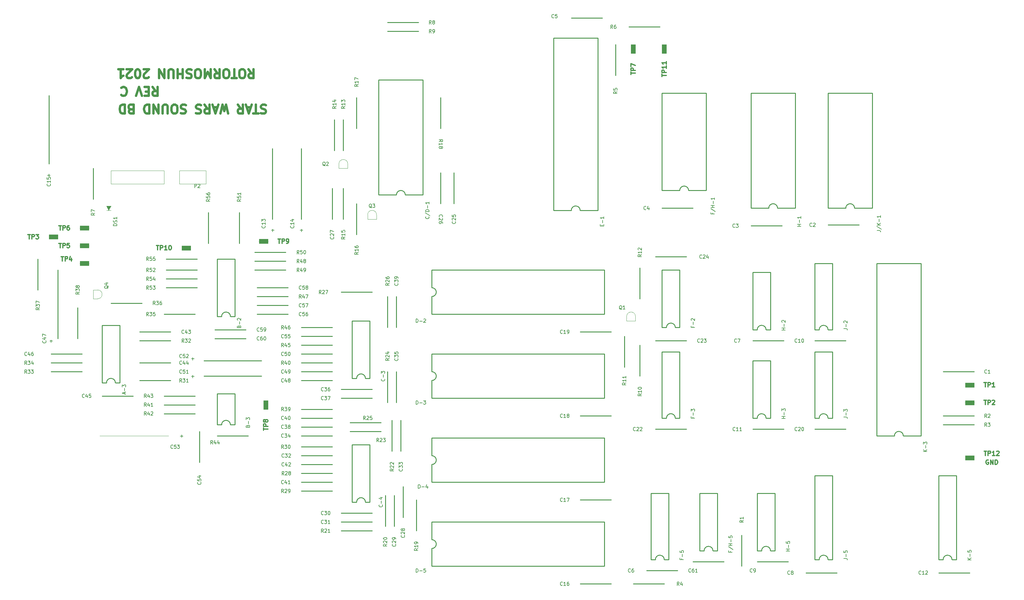
<source format=gbr>
G04 #@! TF.GenerationSoftware,KiCad,Pcbnew,(5.1.5)-3*
G04 #@! TF.CreationDate,2022-02-19T08:40:45-07:00*
G04 #@! TF.ProjectId,SwarsSound,53776172-7353-46f7-956e-642e6b696361,rev?*
G04 #@! TF.SameCoordinates,Original*
G04 #@! TF.FileFunction,Legend,Top*
G04 #@! TF.FilePolarity,Positive*
%FSLAX46Y46*%
G04 Gerber Fmt 4.6, Leading zero omitted, Abs format (unit mm)*
G04 Created by KiCad (PCBNEW (5.1.5)-3) date 2022-02-19 08:40:45*
%MOMM*%
%LPD*%
G04 APERTURE LIST*
%ADD10C,0.150000*%
%ADD11C,0.635000*%
%ADD12C,0.254000*%
%ADD13C,0.317500*%
%ADD14C,0.100000*%
%ADD15C,0.120000*%
G04 APERTURE END LIST*
D10*
X68199047Y-153106428D02*
X68960952Y-153106428D01*
X68580000Y-153487380D02*
X68580000Y-152725476D01*
D11*
X87750952Y-47745952D02*
X88597619Y-48955476D01*
X89202380Y-47745952D02*
X89202380Y-50285952D01*
X88234761Y-50285952D01*
X87992857Y-50165000D01*
X87871904Y-50044047D01*
X87750952Y-49802142D01*
X87750952Y-49439285D01*
X87871904Y-49197380D01*
X87992857Y-49076428D01*
X88234761Y-48955476D01*
X89202380Y-48955476D01*
X86178571Y-50285952D02*
X85694761Y-50285952D01*
X85452857Y-50165000D01*
X85210952Y-49923095D01*
X85090000Y-49439285D01*
X85090000Y-48592619D01*
X85210952Y-48108809D01*
X85452857Y-47866904D01*
X85694761Y-47745952D01*
X86178571Y-47745952D01*
X86420476Y-47866904D01*
X86662380Y-48108809D01*
X86783333Y-48592619D01*
X86783333Y-49439285D01*
X86662380Y-49923095D01*
X86420476Y-50165000D01*
X86178571Y-50285952D01*
X84364285Y-50285952D02*
X82912857Y-50285952D01*
X83638571Y-47745952D02*
X83638571Y-50285952D01*
X81582380Y-50285952D02*
X81098571Y-50285952D01*
X80856666Y-50165000D01*
X80614761Y-49923095D01*
X80493809Y-49439285D01*
X80493809Y-48592619D01*
X80614761Y-48108809D01*
X80856666Y-47866904D01*
X81098571Y-47745952D01*
X81582380Y-47745952D01*
X81824285Y-47866904D01*
X82066190Y-48108809D01*
X82187142Y-48592619D01*
X82187142Y-49439285D01*
X82066190Y-49923095D01*
X81824285Y-50165000D01*
X81582380Y-50285952D01*
X77953809Y-47745952D02*
X78800476Y-48955476D01*
X79405238Y-47745952D02*
X79405238Y-50285952D01*
X78437619Y-50285952D01*
X78195714Y-50165000D01*
X78074761Y-50044047D01*
X77953809Y-49802142D01*
X77953809Y-49439285D01*
X78074761Y-49197380D01*
X78195714Y-49076428D01*
X78437619Y-48955476D01*
X79405238Y-48955476D01*
X76865238Y-47745952D02*
X76865238Y-50285952D01*
X76018571Y-48471666D01*
X75171904Y-50285952D01*
X75171904Y-47745952D01*
X73478571Y-50285952D02*
X72994761Y-50285952D01*
X72752857Y-50165000D01*
X72510952Y-49923095D01*
X72390000Y-49439285D01*
X72390000Y-48592619D01*
X72510952Y-48108809D01*
X72752857Y-47866904D01*
X72994761Y-47745952D01*
X73478571Y-47745952D01*
X73720476Y-47866904D01*
X73962380Y-48108809D01*
X74083333Y-48592619D01*
X74083333Y-49439285D01*
X73962380Y-49923095D01*
X73720476Y-50165000D01*
X73478571Y-50285952D01*
X71422380Y-47866904D02*
X71059523Y-47745952D01*
X70454761Y-47745952D01*
X70212857Y-47866904D01*
X70091904Y-47987857D01*
X69970952Y-48229761D01*
X69970952Y-48471666D01*
X70091904Y-48713571D01*
X70212857Y-48834523D01*
X70454761Y-48955476D01*
X70938571Y-49076428D01*
X71180476Y-49197380D01*
X71301428Y-49318333D01*
X71422380Y-49560238D01*
X71422380Y-49802142D01*
X71301428Y-50044047D01*
X71180476Y-50165000D01*
X70938571Y-50285952D01*
X70333809Y-50285952D01*
X69970952Y-50165000D01*
X68882380Y-47745952D02*
X68882380Y-50285952D01*
X68882380Y-49076428D02*
X67430952Y-49076428D01*
X67430952Y-47745952D02*
X67430952Y-50285952D01*
X66221428Y-50285952D02*
X66221428Y-48229761D01*
X66100476Y-47987857D01*
X65979523Y-47866904D01*
X65737619Y-47745952D01*
X65253809Y-47745952D01*
X65011904Y-47866904D01*
X64890952Y-47987857D01*
X64770000Y-48229761D01*
X64770000Y-50285952D01*
X63560476Y-47745952D02*
X63560476Y-50285952D01*
X62109047Y-47745952D01*
X62109047Y-50285952D01*
X59085238Y-50044047D02*
X58964285Y-50165000D01*
X58722380Y-50285952D01*
X58117619Y-50285952D01*
X57875714Y-50165000D01*
X57754761Y-50044047D01*
X57633809Y-49802142D01*
X57633809Y-49560238D01*
X57754761Y-49197380D01*
X59206190Y-47745952D01*
X57633809Y-47745952D01*
X56061428Y-50285952D02*
X55819523Y-50285952D01*
X55577619Y-50165000D01*
X55456666Y-50044047D01*
X55335714Y-49802142D01*
X55214761Y-49318333D01*
X55214761Y-48713571D01*
X55335714Y-48229761D01*
X55456666Y-47987857D01*
X55577619Y-47866904D01*
X55819523Y-47745952D01*
X56061428Y-47745952D01*
X56303333Y-47866904D01*
X56424285Y-47987857D01*
X56545238Y-48229761D01*
X56666190Y-48713571D01*
X56666190Y-49318333D01*
X56545238Y-49802142D01*
X56424285Y-50044047D01*
X56303333Y-50165000D01*
X56061428Y-50285952D01*
X54247142Y-50044047D02*
X54126190Y-50165000D01*
X53884285Y-50285952D01*
X53279523Y-50285952D01*
X53037619Y-50165000D01*
X52916666Y-50044047D01*
X52795714Y-49802142D01*
X52795714Y-49560238D01*
X52916666Y-49197380D01*
X54368095Y-47745952D01*
X52795714Y-47745952D01*
X50376666Y-47745952D02*
X51828095Y-47745952D01*
X51102380Y-47745952D02*
X51102380Y-50285952D01*
X51344285Y-49923095D01*
X51586190Y-49681190D01*
X51828095Y-49560238D01*
X60204047Y-52825952D02*
X61050714Y-54035476D01*
X61655476Y-52825952D02*
X61655476Y-55365952D01*
X60687857Y-55365952D01*
X60445952Y-55245000D01*
X60325000Y-55124047D01*
X60204047Y-54882142D01*
X60204047Y-54519285D01*
X60325000Y-54277380D01*
X60445952Y-54156428D01*
X60687857Y-54035476D01*
X61655476Y-54035476D01*
X59115476Y-54156428D02*
X58268809Y-54156428D01*
X57905952Y-52825952D02*
X59115476Y-52825952D01*
X59115476Y-55365952D01*
X57905952Y-55365952D01*
X57180238Y-55365952D02*
X56333571Y-52825952D01*
X55486904Y-55365952D01*
X51253571Y-53067857D02*
X51374523Y-52946904D01*
X51737380Y-52825952D01*
X51979285Y-52825952D01*
X52342142Y-52946904D01*
X52584047Y-53188809D01*
X52705000Y-53430714D01*
X52825952Y-53914523D01*
X52825952Y-54277380D01*
X52705000Y-54761190D01*
X52584047Y-55003095D01*
X52342142Y-55245000D01*
X51979285Y-55365952D01*
X51737380Y-55365952D01*
X51374523Y-55245000D01*
X51253571Y-55124047D01*
X92740238Y-58026904D02*
X92377380Y-57905952D01*
X91772619Y-57905952D01*
X91530714Y-58026904D01*
X91409761Y-58147857D01*
X91288809Y-58389761D01*
X91288809Y-58631666D01*
X91409761Y-58873571D01*
X91530714Y-58994523D01*
X91772619Y-59115476D01*
X92256428Y-59236428D01*
X92498333Y-59357380D01*
X92619285Y-59478333D01*
X92740238Y-59720238D01*
X92740238Y-59962142D01*
X92619285Y-60204047D01*
X92498333Y-60325000D01*
X92256428Y-60445952D01*
X91651666Y-60445952D01*
X91288809Y-60325000D01*
X90563095Y-60445952D02*
X89111666Y-60445952D01*
X89837380Y-57905952D02*
X89837380Y-60445952D01*
X88385952Y-58631666D02*
X87176428Y-58631666D01*
X88627857Y-57905952D02*
X87781190Y-60445952D01*
X86934523Y-57905952D01*
X84636428Y-57905952D02*
X85483095Y-59115476D01*
X86087857Y-57905952D02*
X86087857Y-60445952D01*
X85120238Y-60445952D01*
X84878333Y-60325000D01*
X84757380Y-60204047D01*
X84636428Y-59962142D01*
X84636428Y-59599285D01*
X84757380Y-59357380D01*
X84878333Y-59236428D01*
X85120238Y-59115476D01*
X86087857Y-59115476D01*
X81854523Y-60445952D02*
X81249761Y-57905952D01*
X80765952Y-59720238D01*
X80282142Y-57905952D01*
X79677380Y-60445952D01*
X78830714Y-58631666D02*
X77621190Y-58631666D01*
X79072619Y-57905952D02*
X78225952Y-60445952D01*
X77379285Y-57905952D01*
X75081190Y-57905952D02*
X75927857Y-59115476D01*
X76532619Y-57905952D02*
X76532619Y-60445952D01*
X75565000Y-60445952D01*
X75323095Y-60325000D01*
X75202142Y-60204047D01*
X75081190Y-59962142D01*
X75081190Y-59599285D01*
X75202142Y-59357380D01*
X75323095Y-59236428D01*
X75565000Y-59115476D01*
X76532619Y-59115476D01*
X74113571Y-58026904D02*
X73750714Y-57905952D01*
X73145952Y-57905952D01*
X72904047Y-58026904D01*
X72783095Y-58147857D01*
X72662142Y-58389761D01*
X72662142Y-58631666D01*
X72783095Y-58873571D01*
X72904047Y-58994523D01*
X73145952Y-59115476D01*
X73629761Y-59236428D01*
X73871666Y-59357380D01*
X73992619Y-59478333D01*
X74113571Y-59720238D01*
X74113571Y-59962142D01*
X73992619Y-60204047D01*
X73871666Y-60325000D01*
X73629761Y-60445952D01*
X73025000Y-60445952D01*
X72662142Y-60325000D01*
X69759285Y-58026904D02*
X69396428Y-57905952D01*
X68791666Y-57905952D01*
X68549761Y-58026904D01*
X68428809Y-58147857D01*
X68307857Y-58389761D01*
X68307857Y-58631666D01*
X68428809Y-58873571D01*
X68549761Y-58994523D01*
X68791666Y-59115476D01*
X69275476Y-59236428D01*
X69517380Y-59357380D01*
X69638333Y-59478333D01*
X69759285Y-59720238D01*
X69759285Y-59962142D01*
X69638333Y-60204047D01*
X69517380Y-60325000D01*
X69275476Y-60445952D01*
X68670714Y-60445952D01*
X68307857Y-60325000D01*
X66735476Y-60445952D02*
X66251666Y-60445952D01*
X66009761Y-60325000D01*
X65767857Y-60083095D01*
X65646904Y-59599285D01*
X65646904Y-58752619D01*
X65767857Y-58268809D01*
X66009761Y-58026904D01*
X66251666Y-57905952D01*
X66735476Y-57905952D01*
X66977380Y-58026904D01*
X67219285Y-58268809D01*
X67340238Y-58752619D01*
X67340238Y-59599285D01*
X67219285Y-60083095D01*
X66977380Y-60325000D01*
X66735476Y-60445952D01*
X64558333Y-60445952D02*
X64558333Y-58389761D01*
X64437380Y-58147857D01*
X64316428Y-58026904D01*
X64074523Y-57905952D01*
X63590714Y-57905952D01*
X63348809Y-58026904D01*
X63227857Y-58147857D01*
X63106904Y-58389761D01*
X63106904Y-60445952D01*
X61897380Y-57905952D02*
X61897380Y-60445952D01*
X60445952Y-57905952D01*
X60445952Y-60445952D01*
X59236428Y-57905952D02*
X59236428Y-60445952D01*
X58631666Y-60445952D01*
X58268809Y-60325000D01*
X58026904Y-60083095D01*
X57905952Y-59841190D01*
X57785000Y-59357380D01*
X57785000Y-58994523D01*
X57905952Y-58510714D01*
X58026904Y-58268809D01*
X58268809Y-58026904D01*
X58631666Y-57905952D01*
X59236428Y-57905952D01*
X53914523Y-59236428D02*
X53551666Y-59115476D01*
X53430714Y-58994523D01*
X53309761Y-58752619D01*
X53309761Y-58389761D01*
X53430714Y-58147857D01*
X53551666Y-58026904D01*
X53793571Y-57905952D01*
X54761190Y-57905952D01*
X54761190Y-60445952D01*
X53914523Y-60445952D01*
X53672619Y-60325000D01*
X53551666Y-60204047D01*
X53430714Y-59962142D01*
X53430714Y-59720238D01*
X53551666Y-59478333D01*
X53672619Y-59357380D01*
X53914523Y-59236428D01*
X54761190Y-59236428D01*
X52221190Y-57905952D02*
X52221190Y-60445952D01*
X51616428Y-60445952D01*
X51253571Y-60325000D01*
X51011666Y-60083095D01*
X50890714Y-59841190D01*
X50769761Y-59357380D01*
X50769761Y-58994523D01*
X50890714Y-58510714D01*
X51011666Y-58268809D01*
X51253571Y-58026904D01*
X51616428Y-57905952D01*
X52221190Y-57905952D01*
D10*
X30099047Y-78176428D02*
X30860952Y-78176428D01*
X30480000Y-78557380D02*
X30480000Y-77795476D01*
D12*
X295910000Y-143510000D02*
X293370000Y-143510000D01*
D13*
X300022380Y-160020000D02*
X299901428Y-159959523D01*
X299720000Y-159959523D01*
X299538571Y-160020000D01*
X299417619Y-160140952D01*
X299357142Y-160261904D01*
X299296666Y-160503809D01*
X299296666Y-160685238D01*
X299357142Y-160927142D01*
X299417619Y-161048095D01*
X299538571Y-161169047D01*
X299720000Y-161229523D01*
X299840952Y-161229523D01*
X300022380Y-161169047D01*
X300082857Y-161108571D01*
X300082857Y-160685238D01*
X299840952Y-160685238D01*
X300627142Y-161229523D02*
X300627142Y-159959523D01*
X301352857Y-161229523D01*
X301352857Y-159959523D01*
X301957619Y-161229523D02*
X301957619Y-159959523D01*
X302260000Y-159959523D01*
X302441428Y-160020000D01*
X302562380Y-160140952D01*
X302622857Y-160261904D01*
X302683333Y-160503809D01*
X302683333Y-160685238D01*
X302622857Y-160927142D01*
X302562380Y-161048095D01*
X302441428Y-161169047D01*
X302260000Y-161229523D01*
X301957619Y-161229523D01*
D12*
X93345000Y-97155000D02*
X90805000Y-97155000D01*
X33020000Y-105410000D02*
X33020000Y-125095000D01*
X30480000Y-55245000D02*
X30480000Y-74930000D01*
X41910000Y-103505000D02*
X39370000Y-103505000D01*
X41910000Y-98425000D02*
X39370000Y-98425000D01*
X41910000Y-93345000D02*
X39370000Y-93345000D01*
D10*
X30734047Y-125801428D02*
X31495952Y-125801428D01*
X31115000Y-126182380D02*
X31115000Y-125420476D01*
D14*
G36*
X68580000Y-99695000D02*
G01*
X68580000Y-98425000D01*
X71120000Y-98425000D01*
X71120000Y-99695000D01*
X68580000Y-99695000D01*
G37*
X68580000Y-99695000D02*
X68580000Y-98425000D01*
X71120000Y-98425000D01*
X71120000Y-99695000D01*
X68580000Y-99695000D01*
G36*
X90805000Y-97790000D02*
G01*
X90805000Y-96520000D01*
X93345000Y-96520000D01*
X93345000Y-97790000D01*
X90805000Y-97790000D01*
G37*
X90805000Y-97790000D02*
X90805000Y-96520000D01*
X93345000Y-96520000D01*
X93345000Y-97790000D01*
X90805000Y-97790000D01*
G36*
X93345000Y-145415000D02*
G01*
X92075000Y-145415000D01*
X92075000Y-142875000D01*
X93345000Y-142875000D01*
X93345000Y-145415000D01*
G37*
X93345000Y-145415000D02*
X92075000Y-145415000D01*
X92075000Y-142875000D01*
X93345000Y-142875000D01*
X93345000Y-145415000D01*
G36*
X293370000Y-160020000D02*
G01*
X293370000Y-158750000D01*
X295910000Y-158750000D01*
X295910000Y-160020000D01*
X293370000Y-160020000D01*
G37*
X293370000Y-160020000D02*
X293370000Y-158750000D01*
X295910000Y-158750000D01*
X295910000Y-160020000D01*
X293370000Y-160020000D01*
G36*
X293370000Y-144145000D02*
G01*
X293370000Y-142875000D01*
X295910000Y-142875000D01*
X295910000Y-144145000D01*
X293370000Y-144145000D01*
G37*
X293370000Y-144145000D02*
X293370000Y-142875000D01*
X295910000Y-142875000D01*
X295910000Y-144145000D01*
X293370000Y-144145000D01*
G36*
X293370000Y-139065000D02*
G01*
X293370000Y-137795000D01*
X295910000Y-137795000D01*
X295910000Y-139065000D01*
X293370000Y-139065000D01*
G37*
X293370000Y-139065000D02*
X293370000Y-137795000D01*
X295910000Y-137795000D01*
X295910000Y-139065000D01*
X293370000Y-139065000D01*
G36*
X207645000Y-43180000D02*
G01*
X206375000Y-43180000D01*
X206375000Y-40640000D01*
X207645000Y-40640000D01*
X207645000Y-43180000D01*
G37*
X207645000Y-43180000D02*
X206375000Y-43180000D01*
X206375000Y-40640000D01*
X207645000Y-40640000D01*
X207645000Y-43180000D01*
G36*
X198755000Y-43180000D02*
G01*
X197485000Y-43180000D01*
X197485000Y-40640000D01*
X198755000Y-40640000D01*
X198755000Y-43180000D01*
G37*
X198755000Y-43180000D02*
X197485000Y-43180000D01*
X197485000Y-40640000D01*
X198755000Y-40640000D01*
X198755000Y-43180000D01*
G36*
X39370000Y-104140000D02*
G01*
X39370000Y-102870000D01*
X41910000Y-102870000D01*
X41910000Y-104140000D01*
X39370000Y-104140000D01*
G37*
X39370000Y-104140000D02*
X39370000Y-102870000D01*
X41910000Y-102870000D01*
X41910000Y-104140000D01*
X39370000Y-104140000D01*
G36*
X39370000Y-99060000D02*
G01*
X39370000Y-97790000D01*
X41910000Y-97790000D01*
X41910000Y-99060000D01*
X39370000Y-99060000D01*
G37*
X39370000Y-99060000D02*
X39370000Y-97790000D01*
X41910000Y-97790000D01*
X41910000Y-99060000D01*
X39370000Y-99060000D01*
G36*
X30480000Y-96520000D02*
G01*
X30480000Y-95250000D01*
X33020000Y-95250000D01*
X33020000Y-96520000D01*
X30480000Y-96520000D01*
G37*
X30480000Y-96520000D02*
X30480000Y-95250000D01*
X33020000Y-95250000D01*
X33020000Y-96520000D01*
X30480000Y-96520000D01*
G36*
X39370000Y-93980000D02*
G01*
X39370000Y-92710000D01*
X41910000Y-92710000D01*
X41910000Y-93980000D01*
X39370000Y-93980000D01*
G37*
X39370000Y-93980000D02*
X39370000Y-92710000D01*
X41910000Y-92710000D01*
X41910000Y-93980000D01*
X39370000Y-93980000D01*
D12*
X237490000Y-122555000D02*
X236220000Y-122555000D01*
X237490000Y-122555000D02*
X237490000Y-106045000D01*
X237490000Y-106045000D02*
X232410000Y-106045000D01*
X232410000Y-106045000D02*
X232410000Y-122555000D01*
X232410000Y-122555000D02*
X233680000Y-122555000D01*
X236220000Y-122555000D02*
G75*
G03X234950000Y-121285000I-1270000J0D01*
G01*
X234950000Y-121285000D02*
G75*
G03X233680000Y-122555000I0J-1270000D01*
G01*
X137795000Y-83820000D02*
X137795000Y-55880000D01*
X125095000Y-83820000D02*
X130175000Y-83820000D01*
X125095000Y-55880000D02*
X125095000Y-83820000D01*
X137795000Y-50800000D02*
X125095000Y-50800000D01*
X137795000Y-83820000D02*
X132715000Y-83820000D01*
X125095000Y-55880000D02*
X125095000Y-50800000D01*
X137795000Y-55880000D02*
X137795000Y-50800000D01*
X132715000Y-83820000D02*
G75*
G03X131445000Y-82550000I-1270000J0D01*
G01*
X131445000Y-82550000D02*
G75*
G03X130175000Y-83820000I0J-1270000D01*
G01*
D15*
X121920000Y-89535000D02*
X121920000Y-90805000D01*
X124460000Y-89535000D02*
X124460000Y-90805000D01*
X124460000Y-90805000D02*
X121920000Y-90805000D01*
X121920000Y-89535000D02*
G75*
G02X124460000Y-89535000I1270000J0D01*
G01*
D12*
X222250000Y-186055000D02*
X220980000Y-186055000D01*
X222250000Y-186055000D02*
X222250000Y-169545000D01*
X222250000Y-169545000D02*
X217170000Y-169545000D01*
X217170000Y-169545000D02*
X217170000Y-186055000D01*
X217170000Y-186055000D02*
X218440000Y-186055000D01*
X220980000Y-186055000D02*
G75*
G03X219710000Y-184785000I-1270000J0D01*
G01*
X219710000Y-184785000D02*
G75*
G03X218440000Y-186055000I0J-1270000D01*
G01*
X255270000Y-147955000D02*
X254000000Y-147955000D01*
X255270000Y-147955000D02*
X255270000Y-128905000D01*
X255270000Y-128905000D02*
X250190000Y-128905000D01*
X250190000Y-128905000D02*
X250190000Y-147955000D01*
X250190000Y-147955000D02*
X251460000Y-147955000D01*
X254000000Y-147955000D02*
G75*
G03X252730000Y-146685000I-1270000J0D01*
G01*
X252730000Y-146685000D02*
G75*
G03X251460000Y-147955000I0J-1270000D01*
G01*
X254000000Y-188595000D02*
X255270000Y-188595000D01*
X255270000Y-188595000D02*
X255270000Y-164465000D01*
X255270000Y-164465000D02*
X250190000Y-164465000D01*
X250190000Y-164465000D02*
X250190000Y-188595000D01*
X250190000Y-188595000D02*
X251460000Y-188595000D01*
X252730000Y-187325000D02*
G75*
G03X251460000Y-188595000I0J-1270000D01*
G01*
X254000000Y-188595000D02*
G75*
G03X252730000Y-187325000I-1270000J0D01*
G01*
X56515000Y-123190000D02*
X65405000Y-123190000D01*
X94615000Y-70485000D02*
X94615000Y-90805000D01*
X74930000Y-135890000D02*
X91440000Y-135890000D01*
X74930000Y-131445000D02*
X91440000Y-131445000D01*
D15*
X46990000Y-88265000D02*
X48260000Y-88265000D01*
X47625000Y-88265000D02*
X46990000Y-86995000D01*
X46990000Y-86995000D02*
X48260000Y-86995000D01*
X48260000Y-86995000D02*
X47625000Y-88265000D01*
D14*
G36*
X48260000Y-86995000D02*
G01*
X47625000Y-88265000D01*
X46990000Y-86995000D01*
X48260000Y-86995000D01*
G37*
X48260000Y-86995000D02*
X47625000Y-88265000D01*
X46990000Y-86995000D01*
X48260000Y-86995000D01*
D12*
X43180000Y-85090000D02*
X43180000Y-76200000D01*
X76200000Y-97790000D02*
X76200000Y-88900000D01*
X73025000Y-102235000D02*
X64135000Y-102235000D01*
X73025000Y-107950000D02*
X64135000Y-107950000D01*
X64135000Y-110490000D02*
X73025000Y-110490000D01*
X64135000Y-105410000D02*
X73025000Y-105410000D01*
X85090000Y-97790000D02*
X85090000Y-88900000D01*
X98425000Y-100330000D02*
X89535000Y-100330000D01*
X98425000Y-102870000D02*
X89535000Y-102870000D01*
X98425000Y-105410000D02*
X89535000Y-105410000D01*
X99060000Y-113030000D02*
X90170000Y-113030000D01*
X111760000Y-121920000D02*
X102870000Y-121920000D01*
X111760000Y-127000000D02*
X102870000Y-127000000D01*
X78740000Y-153035000D02*
X87630000Y-153035000D01*
X63500000Y-141605000D02*
X72390000Y-141605000D01*
X63500000Y-146685000D02*
X72390000Y-146685000D01*
X72390000Y-144145000D02*
X63500000Y-144145000D01*
X102870000Y-132080000D02*
X111760000Y-132080000D01*
X111760000Y-145415000D02*
X102870000Y-145415000D01*
X38735000Y-116205000D02*
X38735000Y-125095000D01*
X27305000Y-102235000D02*
X27305000Y-111125000D01*
X57150000Y-114935000D02*
X48260000Y-114935000D01*
X72390000Y-118110000D02*
X63500000Y-118110000D01*
X31115000Y-132080000D02*
X40005000Y-132080000D01*
X31115000Y-134620000D02*
X40005000Y-134620000D01*
X65405000Y-125730000D02*
X56515000Y-125730000D01*
X65405000Y-137160000D02*
X56515000Y-137160000D01*
X111760000Y-156210000D02*
X102870000Y-156210000D01*
X111760000Y-168910000D02*
X102870000Y-168910000D01*
X111760000Y-163830000D02*
X102870000Y-163830000D01*
X123190000Y-111760000D02*
X114300000Y-111760000D01*
X127635000Y-121920000D02*
X127635000Y-113030000D01*
X125730000Y-149225000D02*
X116840000Y-149225000D01*
X127635000Y-134620000D02*
X127635000Y-143510000D01*
X125730000Y-151765000D02*
X116840000Y-151765000D01*
X128905000Y-157480000D02*
X128905000Y-148590000D01*
X123190000Y-180340000D02*
X114300000Y-180340000D01*
X127000000Y-170180000D02*
X127000000Y-179070000D01*
X135890000Y-171450000D02*
X135890000Y-180340000D01*
X142875000Y-64770000D02*
X142875000Y-55880000D01*
X118745000Y-55880000D02*
X118745000Y-64770000D01*
X118745000Y-95250000D02*
X118745000Y-86360000D01*
X114935000Y-90805000D02*
X114935000Y-81915000D01*
X112395000Y-71120000D02*
X112395000Y-62230000D01*
X114935000Y-71120000D02*
X114935000Y-62230000D01*
X200025000Y-104775000D02*
X200025000Y-113665000D01*
X195580000Y-133350000D02*
X195580000Y-124460000D01*
X200025000Y-127000000D02*
X200025000Y-135890000D01*
X127635000Y-36830000D02*
X136525000Y-36830000D01*
X127635000Y-34290000D02*
X136525000Y-34290000D01*
X196850000Y-35560000D02*
X205740000Y-35560000D01*
X193040000Y-49530000D02*
X193040000Y-40640000D01*
X207010000Y-195580000D02*
X198120000Y-195580000D01*
X287020000Y-149860000D02*
X295910000Y-149860000D01*
X287020000Y-147320000D02*
X295910000Y-147320000D01*
X229235000Y-181610000D02*
X229235000Y-190500000D01*
D15*
X116205000Y-76200000D02*
X113665000Y-76200000D01*
X116205000Y-74930000D02*
X116205000Y-76200000D01*
X113665000Y-74930000D02*
X113665000Y-76200000D01*
X113665000Y-74930000D02*
G75*
G02X116205000Y-74930000I1270000J0D01*
G01*
X198755000Y-120015000D02*
X196215000Y-120015000D01*
X198755000Y-118745000D02*
X198755000Y-120015000D01*
X196215000Y-118745000D02*
X196215000Y-120015000D01*
X196215000Y-118745000D02*
G75*
G02X198755000Y-118745000I1270000J0D01*
G01*
X48260000Y-80645000D02*
X48260000Y-76835000D01*
X75565000Y-76835000D02*
X75565000Y-80645000D01*
X48260000Y-80645000D02*
X63500000Y-80645000D01*
X63500000Y-80645000D02*
X63500000Y-76835000D01*
X63500000Y-76835000D02*
X48260000Y-76835000D01*
X75565000Y-80645000D02*
X67945000Y-80645000D01*
X67945000Y-80645000D02*
X67945000Y-76835000D01*
X67945000Y-76835000D02*
X75565000Y-76835000D01*
D12*
X289560000Y-188595000D02*
X290830000Y-188595000D01*
X290830000Y-188595000D02*
X290830000Y-164465000D01*
X290830000Y-164465000D02*
X285750000Y-164465000D01*
X285750000Y-164465000D02*
X285750000Y-188595000D01*
X285750000Y-188595000D02*
X287020000Y-188595000D01*
X288290000Y-187325000D02*
G75*
G03X287020000Y-188595000I0J-1270000D01*
G01*
X289560000Y-188595000D02*
G75*
G03X288290000Y-187325000I-1270000J0D01*
G01*
X273050000Y-153035000D02*
X267970000Y-153035000D01*
X267970000Y-153035000D02*
X267970000Y-103505000D01*
X267970000Y-103505000D02*
X280670000Y-103505000D01*
X280670000Y-103505000D02*
X280670000Y-153035000D01*
X280670000Y-153035000D02*
X275590000Y-153035000D01*
X275590000Y-153035000D02*
G75*
G03X274320000Y-151765000I-1270000J0D01*
G01*
X274320000Y-151765000D02*
G75*
G03X273050000Y-153035000I0J-1270000D01*
G01*
X266700000Y-87630000D02*
X266700000Y-59690000D01*
X254000000Y-87630000D02*
X259080000Y-87630000D01*
X254000000Y-59690000D02*
X254000000Y-87630000D01*
X266700000Y-54610000D02*
X254000000Y-54610000D01*
X266700000Y-87630000D02*
X261620000Y-87630000D01*
X254000000Y-59690000D02*
X254000000Y-54610000D01*
X266700000Y-59690000D02*
X266700000Y-54610000D01*
X261620000Y-87630000D02*
G75*
G03X260350000Y-86360000I-1270000J0D01*
G01*
X260350000Y-86360000D02*
G75*
G03X259080000Y-87630000I0J-1270000D01*
G01*
X255270000Y-122555000D02*
X254000000Y-122555000D01*
X255270000Y-122555000D02*
X255270000Y-103505000D01*
X255270000Y-103505000D02*
X250190000Y-103505000D01*
X250190000Y-103505000D02*
X250190000Y-122555000D01*
X250190000Y-122555000D02*
X251460000Y-122555000D01*
X254000000Y-122555000D02*
G75*
G03X252730000Y-121285000I-1270000J0D01*
G01*
X252730000Y-121285000D02*
G75*
G03X251460000Y-122555000I0J-1270000D01*
G01*
X238760000Y-186055000D02*
X237490000Y-186055000D01*
X238760000Y-186055000D02*
X238760000Y-169545000D01*
X238760000Y-169545000D02*
X233680000Y-169545000D01*
X233680000Y-169545000D02*
X233680000Y-186055000D01*
X233680000Y-186055000D02*
X234950000Y-186055000D01*
X237490000Y-186055000D02*
G75*
G03X236220000Y-184785000I-1270000J0D01*
G01*
X236220000Y-184785000D02*
G75*
G03X234950000Y-186055000I0J-1270000D01*
G01*
X237490000Y-147955000D02*
X236220000Y-147955000D01*
X237490000Y-147955000D02*
X237490000Y-131445000D01*
X237490000Y-131445000D02*
X232410000Y-131445000D01*
X232410000Y-131445000D02*
X232410000Y-147955000D01*
X232410000Y-147955000D02*
X233680000Y-147955000D01*
X236220000Y-147955000D02*
G75*
G03X234950000Y-146685000I-1270000J0D01*
G01*
X234950000Y-146685000D02*
G75*
G03X233680000Y-147955000I0J-1270000D01*
G01*
X244602000Y-87630000D02*
X244602000Y-59690000D01*
X231902000Y-87630000D02*
X236982000Y-87630000D01*
X231902000Y-59690000D02*
X231902000Y-87630000D01*
X244602000Y-54610000D02*
X231902000Y-54610000D01*
X244602000Y-87630000D02*
X239522000Y-87630000D01*
X231902000Y-59690000D02*
X231902000Y-54610000D01*
X244602000Y-59690000D02*
X244602000Y-54610000D01*
X239522000Y-87630000D02*
G75*
G03X238252000Y-86360000I-1270000J0D01*
G01*
X238252000Y-86360000D02*
G75*
G03X236982000Y-87630000I0J-1270000D01*
G01*
X219075000Y-82550000D02*
X213995000Y-82550000D01*
X219075000Y-82550000D02*
X219075000Y-54610000D01*
X219075000Y-54610000D02*
X206375000Y-54610000D01*
X206375000Y-54610000D02*
X206375000Y-82550000D01*
X206375000Y-82550000D02*
X211455000Y-82550000D01*
X212725000Y-81280000D02*
G75*
G03X211455000Y-82550000I0J-1270000D01*
G01*
X213995000Y-82550000D02*
G75*
G03X212725000Y-81280000I-1270000J0D01*
G01*
X208280000Y-188595000D02*
X207010000Y-188595000D01*
X208280000Y-188595000D02*
X208280000Y-169545000D01*
X208280000Y-169545000D02*
X203200000Y-169545000D01*
X203200000Y-169545000D02*
X203200000Y-188595000D01*
X203200000Y-188595000D02*
X204470000Y-188595000D01*
X207010000Y-188595000D02*
G75*
G03X205740000Y-187325000I-1270000J0D01*
G01*
X205740000Y-187325000D02*
G75*
G03X204470000Y-188595000I0J-1270000D01*
G01*
X211455000Y-147955000D02*
X210185000Y-147955000D01*
X211455000Y-147955000D02*
X211455000Y-128905000D01*
X211455000Y-128905000D02*
X206375000Y-128905000D01*
X206375000Y-128905000D02*
X206375000Y-147955000D01*
X206375000Y-147955000D02*
X207645000Y-147955000D01*
X210185000Y-147955000D02*
G75*
G03X208915000Y-146685000I-1270000J0D01*
G01*
X208915000Y-146685000D02*
G75*
G03X207645000Y-147955000I0J-1270000D01*
G01*
X211455000Y-121920000D02*
X210185000Y-121920000D01*
X211455000Y-121920000D02*
X211455000Y-105410000D01*
X211455000Y-105410000D02*
X206375000Y-105410000D01*
X206375000Y-105410000D02*
X206375000Y-121920000D01*
X206375000Y-121920000D02*
X207645000Y-121920000D01*
X210185000Y-121920000D02*
G75*
G03X208915000Y-120650000I-1270000J0D01*
G01*
X208915000Y-120650000D02*
G75*
G03X207645000Y-121920000I0J-1270000D01*
G01*
X122555000Y-172085000D02*
X121285000Y-172085000D01*
X122555000Y-172085000D02*
X122555000Y-155575000D01*
X122555000Y-155575000D02*
X117475000Y-155575000D01*
X117475000Y-155575000D02*
X117475000Y-172085000D01*
X117475000Y-172085000D02*
X118745000Y-172085000D01*
X121285000Y-172085000D02*
G75*
G03X120015000Y-170815000I-1270000J0D01*
G01*
X120015000Y-170815000D02*
G75*
G03X118745000Y-172085000I0J-1270000D01*
G01*
X122555000Y-136525000D02*
X121285000Y-136525000D01*
X122555000Y-136525000D02*
X122555000Y-120015000D01*
X122555000Y-120015000D02*
X117475000Y-120015000D01*
X117475000Y-120015000D02*
X117475000Y-136525000D01*
X117475000Y-136525000D02*
X118745000Y-136525000D01*
X121285000Y-136525000D02*
G75*
G03X120015000Y-135255000I-1270000J0D01*
G01*
X120015000Y-135255000D02*
G75*
G03X118745000Y-136525000I0J-1270000D01*
G01*
X224155000Y-189230000D02*
X215265000Y-189230000D01*
X86995000Y-125095000D02*
X78105000Y-125095000D01*
X78105000Y-122555000D02*
X86995000Y-122555000D01*
X90170000Y-110490000D02*
X99060000Y-110490000D01*
X90170000Y-115570000D02*
X99060000Y-115570000D01*
X90170000Y-118110000D02*
X99060000Y-118110000D01*
X111760000Y-124460000D02*
X102870000Y-124460000D01*
X73660000Y-160655000D02*
X73660000Y-151765000D01*
X111760000Y-129540000D02*
X102870000Y-129540000D01*
X111760000Y-134620000D02*
X102870000Y-134620000D01*
X111760000Y-137160000D02*
X102870000Y-137160000D01*
X40005000Y-129540000D02*
X31115000Y-129540000D01*
X54610000Y-141605000D02*
X45720000Y-141605000D01*
X56515000Y-132080000D02*
X65405000Y-132080000D01*
X111760000Y-161290000D02*
X102870000Y-161290000D01*
X102870000Y-166370000D02*
X111760000Y-166370000D01*
X111760000Y-147955000D02*
X102870000Y-147955000D01*
X130175000Y-113030000D02*
X130175000Y-121920000D01*
X111760000Y-150495000D02*
X102870000Y-150495000D01*
X123190000Y-142240000D02*
X114300000Y-142240000D01*
X114300000Y-139700000D02*
X123190000Y-139700000D01*
X130175000Y-143510000D02*
X130175000Y-134620000D01*
X111760000Y-153035000D02*
X102870000Y-153035000D01*
X131445000Y-148590000D02*
X131445000Y-157480000D01*
X111760000Y-158750000D02*
X102870000Y-158750000D01*
X123190000Y-177800000D02*
X114300000Y-177800000D01*
X114300000Y-175260000D02*
X123190000Y-175260000D01*
X129540000Y-179070000D02*
X129540000Y-170180000D01*
X132080000Y-167640000D02*
X132080000Y-176530000D01*
X111760000Y-81915000D02*
X111760000Y-90805000D01*
X142875000Y-86360000D02*
X142875000Y-77470000D01*
X146685000Y-86360000D02*
X146685000Y-77470000D01*
X204470000Y-101600000D02*
X213360000Y-101600000D01*
X213360000Y-125730000D02*
X204470000Y-125730000D01*
X213360000Y-151130000D02*
X204470000Y-151130000D01*
X250190000Y-151130000D02*
X259080000Y-151130000D01*
X182880000Y-123190000D02*
X191770000Y-123190000D01*
X182880000Y-147320000D02*
X191770000Y-147320000D01*
X182880000Y-171450000D02*
X191770000Y-171450000D01*
X182880000Y-195580000D02*
X191770000Y-195580000D01*
X285750000Y-192405000D02*
X294640000Y-192405000D01*
X232410000Y-151130000D02*
X241300000Y-151130000D01*
X241300000Y-125730000D02*
X232410000Y-125730000D01*
X233680000Y-189230000D02*
X242570000Y-189230000D01*
X247650000Y-192405000D02*
X256540000Y-192405000D01*
X250190000Y-125730000D02*
X259080000Y-125730000D01*
X201930000Y-191770000D02*
X210820000Y-191770000D01*
X189230000Y-33020000D02*
X180340000Y-33020000D01*
X206375000Y-87630000D02*
X215265000Y-87630000D01*
X231902000Y-92710000D02*
X240792000Y-92710000D01*
X254000000Y-92456000D02*
X262890000Y-92456000D01*
X287020000Y-134620000D02*
X295910000Y-134620000D01*
X82550000Y-149860000D02*
X83820000Y-149860000D01*
X83820000Y-149860000D02*
X83820000Y-140970000D01*
X83820000Y-140970000D02*
X78740000Y-140970000D01*
X78740000Y-140970000D02*
X78740000Y-149860000D01*
X78740000Y-149860000D02*
X80010000Y-149860000D01*
X82550000Y-149860000D02*
G75*
G03X81280000Y-148590000I-1270000J0D01*
G01*
X81280000Y-148590000D02*
G75*
G03X80010000Y-149860000I0J-1270000D01*
G01*
X83820000Y-118745000D02*
X82550000Y-118745000D01*
X83820000Y-118745000D02*
X83820000Y-102235000D01*
X83820000Y-102235000D02*
X78740000Y-102235000D01*
X78740000Y-102235000D02*
X78740000Y-118745000D01*
X78740000Y-118745000D02*
X80010000Y-118745000D01*
X82550000Y-118745000D02*
G75*
G03X81280000Y-117475000I-1270000J0D01*
G01*
X81280000Y-117475000D02*
G75*
G03X80010000Y-118745000I0J-1270000D01*
G01*
X45720000Y-137795000D02*
X46990000Y-137795000D01*
X45720000Y-121285000D02*
X45720000Y-137795000D01*
X50800000Y-121285000D02*
X45720000Y-121285000D01*
X50800000Y-137795000D02*
X50800000Y-121285000D01*
X50800000Y-137795000D02*
X49530000Y-137795000D01*
X48260000Y-136525000D02*
G75*
G03X46990000Y-137795000I0J-1270000D01*
G01*
X49530000Y-137795000D02*
G75*
G03X48260000Y-136525000I-1270000J0D01*
G01*
D15*
X43180000Y-113665000D02*
X43180000Y-111125000D01*
X44450000Y-113665000D02*
X43180000Y-113665000D01*
X44450000Y-111125000D02*
X43180000Y-111125000D01*
X44450000Y-111125000D02*
G75*
G02X44450000Y-113665000I0J-1270000D01*
G01*
X30480000Y-74930000D02*
X30480000Y-55245000D01*
X33020000Y-125095000D02*
X33020000Y-105410000D01*
X45085000Y-153035000D02*
X64770000Y-153035000D01*
D12*
X102870000Y-90805000D02*
X102870000Y-70485000D01*
X140335000Y-118110000D02*
X140335000Y-113030000D01*
X189865000Y-118110000D02*
X140335000Y-118110000D01*
X189865000Y-105410000D02*
X189865000Y-118110000D01*
X140335000Y-105410000D02*
X189865000Y-105410000D01*
X140335000Y-110490000D02*
X140335000Y-105410000D01*
X141605000Y-111760000D02*
G75*
G03X140335000Y-110490000I-1270000J0D01*
G01*
X140335000Y-113030000D02*
G75*
G03X141605000Y-111760000I0J1270000D01*
G01*
X140335000Y-142240000D02*
X140335000Y-137160000D01*
X189865000Y-142240000D02*
X140335000Y-142240000D01*
X189865000Y-129540000D02*
X189865000Y-142240000D01*
X140335000Y-129540000D02*
X189865000Y-129540000D01*
X140335000Y-134620000D02*
X140335000Y-129540000D01*
X141605000Y-135890000D02*
G75*
G03X140335000Y-134620000I-1270000J0D01*
G01*
X140335000Y-137160000D02*
G75*
G03X141605000Y-135890000I0J1270000D01*
G01*
X140335000Y-158750000D02*
X140335000Y-153670000D01*
X140335000Y-153670000D02*
X189865000Y-153670000D01*
X189865000Y-153670000D02*
X189865000Y-166370000D01*
X189865000Y-166370000D02*
X140335000Y-166370000D01*
X140335000Y-166370000D02*
X140335000Y-161290000D01*
X140335000Y-161290000D02*
G75*
G03X141605000Y-160020000I0J1270000D01*
G01*
X141605000Y-160020000D02*
G75*
G03X140335000Y-158750000I-1270000J0D01*
G01*
X140335000Y-182880000D02*
X140335000Y-177800000D01*
X140335000Y-177800000D02*
X189865000Y-177800000D01*
X189865000Y-177800000D02*
X189865000Y-190500000D01*
X189865000Y-190500000D02*
X140335000Y-190500000D01*
X140335000Y-190500000D02*
X140335000Y-185420000D01*
X140335000Y-185420000D02*
G75*
G03X141605000Y-184150000I0J1270000D01*
G01*
X141605000Y-184150000D02*
G75*
G03X140335000Y-182880000I-1270000J0D01*
G01*
X187960000Y-88265000D02*
X182880000Y-88265000D01*
X187960000Y-38735000D02*
X187960000Y-88265000D01*
X175260000Y-38735000D02*
X187960000Y-38735000D01*
X175260000Y-88265000D02*
X175260000Y-38735000D01*
X180340000Y-88265000D02*
X175260000Y-88265000D01*
X181610000Y-86995000D02*
G75*
G03X180340000Y-88265000I0J-1270000D01*
G01*
X182880000Y-88265000D02*
G75*
G03X181610000Y-86995000I-1270000J0D01*
G01*
D13*
X61292619Y-98364523D02*
X62018333Y-98364523D01*
X61655476Y-99634523D02*
X61655476Y-98364523D01*
X62441666Y-99634523D02*
X62441666Y-98364523D01*
X62925476Y-98364523D01*
X63046428Y-98425000D01*
X63106904Y-98485476D01*
X63167380Y-98606428D01*
X63167380Y-98787857D01*
X63106904Y-98908809D01*
X63046428Y-98969285D01*
X62925476Y-99029761D01*
X62441666Y-99029761D01*
X64376904Y-99634523D02*
X63651190Y-99634523D01*
X64014047Y-99634523D02*
X64014047Y-98364523D01*
X63893095Y-98545952D01*
X63772142Y-98666904D01*
X63651190Y-98727380D01*
X65163095Y-98364523D02*
X65284047Y-98364523D01*
X65405000Y-98425000D01*
X65465476Y-98485476D01*
X65525952Y-98606428D01*
X65586428Y-98848333D01*
X65586428Y-99150714D01*
X65525952Y-99392619D01*
X65465476Y-99513571D01*
X65405000Y-99574047D01*
X65284047Y-99634523D01*
X65163095Y-99634523D01*
X65042142Y-99574047D01*
X64981666Y-99513571D01*
X64921190Y-99392619D01*
X64860714Y-99150714D01*
X64860714Y-98848333D01*
X64921190Y-98606428D01*
X64981666Y-98485476D01*
X65042142Y-98425000D01*
X65163095Y-98364523D01*
X96187380Y-96459523D02*
X96913095Y-96459523D01*
X96550238Y-97729523D02*
X96550238Y-96459523D01*
X97336428Y-97729523D02*
X97336428Y-96459523D01*
X97820238Y-96459523D01*
X97941190Y-96520000D01*
X98001666Y-96580476D01*
X98062142Y-96701428D01*
X98062142Y-96882857D01*
X98001666Y-97003809D01*
X97941190Y-97064285D01*
X97820238Y-97124761D01*
X97336428Y-97124761D01*
X98666904Y-97729523D02*
X98908809Y-97729523D01*
X99029761Y-97669047D01*
X99090238Y-97608571D01*
X99211190Y-97427142D01*
X99271666Y-97185238D01*
X99271666Y-96701428D01*
X99211190Y-96580476D01*
X99150714Y-96520000D01*
X99029761Y-96459523D01*
X98787857Y-96459523D01*
X98666904Y-96520000D01*
X98606428Y-96580476D01*
X98545952Y-96701428D01*
X98545952Y-97003809D01*
X98606428Y-97124761D01*
X98666904Y-97185238D01*
X98787857Y-97245714D01*
X99029761Y-97245714D01*
X99150714Y-97185238D01*
X99211190Y-97124761D01*
X99271666Y-97003809D01*
X92014523Y-151462619D02*
X92014523Y-150736904D01*
X93284523Y-151099761D02*
X92014523Y-151099761D01*
X93284523Y-150313571D02*
X92014523Y-150313571D01*
X92014523Y-149829761D01*
X92075000Y-149708809D01*
X92135476Y-149648333D01*
X92256428Y-149587857D01*
X92437857Y-149587857D01*
X92558809Y-149648333D01*
X92619285Y-149708809D01*
X92679761Y-149829761D01*
X92679761Y-150313571D01*
X92558809Y-148862142D02*
X92498333Y-148983095D01*
X92437857Y-149043571D01*
X92316904Y-149104047D01*
X92256428Y-149104047D01*
X92135476Y-149043571D01*
X92075000Y-148983095D01*
X92014523Y-148862142D01*
X92014523Y-148620238D01*
X92075000Y-148499285D01*
X92135476Y-148438809D01*
X92256428Y-148378333D01*
X92316904Y-148378333D01*
X92437857Y-148438809D01*
X92498333Y-148499285D01*
X92558809Y-148620238D01*
X92558809Y-148862142D01*
X92619285Y-148983095D01*
X92679761Y-149043571D01*
X92800714Y-149104047D01*
X93042619Y-149104047D01*
X93163571Y-149043571D01*
X93224047Y-148983095D01*
X93284523Y-148862142D01*
X93284523Y-148620238D01*
X93224047Y-148499285D01*
X93163571Y-148438809D01*
X93042619Y-148378333D01*
X92800714Y-148378333D01*
X92679761Y-148438809D01*
X92619285Y-148499285D01*
X92558809Y-148620238D01*
X298782619Y-157419523D02*
X299508333Y-157419523D01*
X299145476Y-158689523D02*
X299145476Y-157419523D01*
X299931666Y-158689523D02*
X299931666Y-157419523D01*
X300415476Y-157419523D01*
X300536428Y-157480000D01*
X300596904Y-157540476D01*
X300657380Y-157661428D01*
X300657380Y-157842857D01*
X300596904Y-157963809D01*
X300536428Y-158024285D01*
X300415476Y-158084761D01*
X299931666Y-158084761D01*
X301866904Y-158689523D02*
X301141190Y-158689523D01*
X301504047Y-158689523D02*
X301504047Y-157419523D01*
X301383095Y-157600952D01*
X301262142Y-157721904D01*
X301141190Y-157782380D01*
X302350714Y-157540476D02*
X302411190Y-157480000D01*
X302532142Y-157419523D01*
X302834523Y-157419523D01*
X302955476Y-157480000D01*
X303015952Y-157540476D01*
X303076428Y-157661428D01*
X303076428Y-157782380D01*
X303015952Y-157963809D01*
X302290238Y-158689523D01*
X303076428Y-158689523D01*
X298752380Y-142814523D02*
X299478095Y-142814523D01*
X299115238Y-144084523D02*
X299115238Y-142814523D01*
X299901428Y-144084523D02*
X299901428Y-142814523D01*
X300385238Y-142814523D01*
X300506190Y-142875000D01*
X300566666Y-142935476D01*
X300627142Y-143056428D01*
X300627142Y-143237857D01*
X300566666Y-143358809D01*
X300506190Y-143419285D01*
X300385238Y-143479761D01*
X299901428Y-143479761D01*
X301110952Y-142935476D02*
X301171428Y-142875000D01*
X301292380Y-142814523D01*
X301594761Y-142814523D01*
X301715714Y-142875000D01*
X301776190Y-142935476D01*
X301836666Y-143056428D01*
X301836666Y-143177380D01*
X301776190Y-143358809D01*
X301050476Y-144084523D01*
X301836666Y-144084523D01*
X298752380Y-137734523D02*
X299478095Y-137734523D01*
X299115238Y-139004523D02*
X299115238Y-137734523D01*
X299901428Y-139004523D02*
X299901428Y-137734523D01*
X300385238Y-137734523D01*
X300506190Y-137795000D01*
X300566666Y-137855476D01*
X300627142Y-137976428D01*
X300627142Y-138157857D01*
X300566666Y-138278809D01*
X300506190Y-138339285D01*
X300385238Y-138399761D01*
X299901428Y-138399761D01*
X301836666Y-139004523D02*
X301110952Y-139004523D01*
X301473809Y-139004523D02*
X301473809Y-137734523D01*
X301352857Y-137915952D01*
X301231904Y-138036904D01*
X301110952Y-138097380D01*
X206314523Y-49832380D02*
X206314523Y-49106666D01*
X207584523Y-49469523D02*
X206314523Y-49469523D01*
X207584523Y-48683333D02*
X206314523Y-48683333D01*
X206314523Y-48199523D01*
X206375000Y-48078571D01*
X206435476Y-48018095D01*
X206556428Y-47957619D01*
X206737857Y-47957619D01*
X206858809Y-48018095D01*
X206919285Y-48078571D01*
X206979761Y-48199523D01*
X206979761Y-48683333D01*
X207584523Y-46748095D02*
X207584523Y-47473809D01*
X207584523Y-47110952D02*
X206314523Y-47110952D01*
X206495952Y-47231904D01*
X206616904Y-47352857D01*
X206677380Y-47473809D01*
X207584523Y-45538571D02*
X207584523Y-46264285D01*
X207584523Y-45901428D02*
X206314523Y-45901428D01*
X206495952Y-46022380D01*
X206616904Y-46143333D01*
X206677380Y-46264285D01*
X197424523Y-49227619D02*
X197424523Y-48501904D01*
X198694523Y-48864761D02*
X197424523Y-48864761D01*
X198694523Y-48078571D02*
X197424523Y-48078571D01*
X197424523Y-47594761D01*
X197485000Y-47473809D01*
X197545476Y-47413333D01*
X197666428Y-47352857D01*
X197847857Y-47352857D01*
X197968809Y-47413333D01*
X198029285Y-47473809D01*
X198089761Y-47594761D01*
X198089761Y-48078571D01*
X197424523Y-46929523D02*
X197424523Y-46082857D01*
X198694523Y-46627142D01*
X33957380Y-101539523D02*
X34683095Y-101539523D01*
X34320238Y-102809523D02*
X34320238Y-101539523D01*
X35106428Y-102809523D02*
X35106428Y-101539523D01*
X35590238Y-101539523D01*
X35711190Y-101600000D01*
X35771666Y-101660476D01*
X35832142Y-101781428D01*
X35832142Y-101962857D01*
X35771666Y-102083809D01*
X35711190Y-102144285D01*
X35590238Y-102204761D01*
X35106428Y-102204761D01*
X36920714Y-101962857D02*
X36920714Y-102809523D01*
X36618333Y-101479047D02*
X36315952Y-102386190D01*
X37102142Y-102386190D01*
X33322380Y-97729523D02*
X34048095Y-97729523D01*
X33685238Y-98999523D02*
X33685238Y-97729523D01*
X34471428Y-98999523D02*
X34471428Y-97729523D01*
X34955238Y-97729523D01*
X35076190Y-97790000D01*
X35136666Y-97850476D01*
X35197142Y-97971428D01*
X35197142Y-98152857D01*
X35136666Y-98273809D01*
X35076190Y-98334285D01*
X34955238Y-98394761D01*
X34471428Y-98394761D01*
X36346190Y-97729523D02*
X35741428Y-97729523D01*
X35680952Y-98334285D01*
X35741428Y-98273809D01*
X35862380Y-98213333D01*
X36164761Y-98213333D01*
X36285714Y-98273809D01*
X36346190Y-98334285D01*
X36406666Y-98455238D01*
X36406666Y-98757619D01*
X36346190Y-98878571D01*
X36285714Y-98939047D01*
X36164761Y-98999523D01*
X35862380Y-98999523D01*
X35741428Y-98939047D01*
X35680952Y-98878571D01*
X24432380Y-95189523D02*
X25158095Y-95189523D01*
X24795238Y-96459523D02*
X24795238Y-95189523D01*
X25581428Y-96459523D02*
X25581428Y-95189523D01*
X26065238Y-95189523D01*
X26186190Y-95250000D01*
X26246666Y-95310476D01*
X26307142Y-95431428D01*
X26307142Y-95612857D01*
X26246666Y-95733809D01*
X26186190Y-95794285D01*
X26065238Y-95854761D01*
X25581428Y-95854761D01*
X26730476Y-95189523D02*
X27516666Y-95189523D01*
X27093333Y-95673333D01*
X27274761Y-95673333D01*
X27395714Y-95733809D01*
X27456190Y-95794285D01*
X27516666Y-95915238D01*
X27516666Y-96217619D01*
X27456190Y-96338571D01*
X27395714Y-96399047D01*
X27274761Y-96459523D01*
X26911904Y-96459523D01*
X26790952Y-96399047D01*
X26730476Y-96338571D01*
X33322380Y-92649523D02*
X34048095Y-92649523D01*
X33685238Y-93919523D02*
X33685238Y-92649523D01*
X34471428Y-93919523D02*
X34471428Y-92649523D01*
X34955238Y-92649523D01*
X35076190Y-92710000D01*
X35136666Y-92770476D01*
X35197142Y-92891428D01*
X35197142Y-93072857D01*
X35136666Y-93193809D01*
X35076190Y-93254285D01*
X34955238Y-93314761D01*
X34471428Y-93314761D01*
X36285714Y-92649523D02*
X36043809Y-92649523D01*
X35922857Y-92710000D01*
X35862380Y-92770476D01*
X35741428Y-92951904D01*
X35680952Y-93193809D01*
X35680952Y-93677619D01*
X35741428Y-93798571D01*
X35801904Y-93859047D01*
X35922857Y-93919523D01*
X36164761Y-93919523D01*
X36285714Y-93859047D01*
X36346190Y-93798571D01*
X36406666Y-93677619D01*
X36406666Y-93375238D01*
X36346190Y-93254285D01*
X36285714Y-93193809D01*
X36164761Y-93133333D01*
X35922857Y-93133333D01*
X35801904Y-93193809D01*
X35741428Y-93254285D01*
X35680952Y-93375238D01*
D10*
X241752380Y-122665952D02*
X240752380Y-122665952D01*
X241228571Y-122665952D02*
X241228571Y-122094523D01*
X241752380Y-122094523D02*
X240752380Y-122094523D01*
X241371428Y-121618333D02*
X241371428Y-120856428D01*
X240847619Y-120427857D02*
X240800000Y-120380238D01*
X240752380Y-120285000D01*
X240752380Y-120046904D01*
X240800000Y-119951666D01*
X240847619Y-119904047D01*
X240942857Y-119856428D01*
X241038095Y-119856428D01*
X241180952Y-119904047D01*
X241752380Y-120475476D01*
X241752380Y-119856428D01*
X139422142Y-90074523D02*
X139469761Y-90122142D01*
X139517380Y-90265000D01*
X139517380Y-90360238D01*
X139469761Y-90503095D01*
X139374523Y-90598333D01*
X139279285Y-90645952D01*
X139088809Y-90693571D01*
X138945952Y-90693571D01*
X138755476Y-90645952D01*
X138660238Y-90598333D01*
X138565000Y-90503095D01*
X138517380Y-90360238D01*
X138517380Y-90265000D01*
X138565000Y-90122142D01*
X138612619Y-90074523D01*
X138469761Y-88931666D02*
X139755476Y-89788809D01*
X139517380Y-88598333D02*
X138517380Y-88598333D01*
X138517380Y-88360238D01*
X138565000Y-88217380D01*
X138660238Y-88122142D01*
X138755476Y-88074523D01*
X138945952Y-88026904D01*
X139088809Y-88026904D01*
X139279285Y-88074523D01*
X139374523Y-88122142D01*
X139469761Y-88217380D01*
X139517380Y-88360238D01*
X139517380Y-88598333D01*
X139136428Y-87598333D02*
X139136428Y-86836428D01*
X139517380Y-85836428D02*
X139517380Y-86407857D01*
X139517380Y-86122142D02*
X138517380Y-86122142D01*
X138660238Y-86217380D01*
X138755476Y-86312619D01*
X138803095Y-86407857D01*
X123094761Y-87542619D02*
X122999523Y-87495000D01*
X122904285Y-87399761D01*
X122761428Y-87256904D01*
X122666190Y-87209285D01*
X122570952Y-87209285D01*
X122618571Y-87447380D02*
X122523333Y-87399761D01*
X122428095Y-87304523D01*
X122380476Y-87114047D01*
X122380476Y-86780714D01*
X122428095Y-86590238D01*
X122523333Y-86495000D01*
X122618571Y-86447380D01*
X122809047Y-86447380D01*
X122904285Y-86495000D01*
X122999523Y-86590238D01*
X123047142Y-86780714D01*
X123047142Y-87114047D01*
X122999523Y-87304523D01*
X122904285Y-87399761D01*
X122809047Y-87447380D01*
X122618571Y-87447380D01*
X123380476Y-86447380D02*
X123999523Y-86447380D01*
X123666190Y-86828333D01*
X123809047Y-86828333D01*
X123904285Y-86875952D01*
X123951904Y-86923571D01*
X123999523Y-87018809D01*
X123999523Y-87256904D01*
X123951904Y-87352142D01*
X123904285Y-87399761D01*
X123809047Y-87447380D01*
X123523333Y-87447380D01*
X123428095Y-87399761D01*
X123380476Y-87352142D01*
X225988571Y-186150000D02*
X225988571Y-186483333D01*
X226512380Y-186483333D02*
X225512380Y-186483333D01*
X225512380Y-186007142D01*
X225464761Y-184911904D02*
X226750476Y-185769047D01*
X226512380Y-184578571D02*
X225512380Y-184578571D01*
X225988571Y-184578571D02*
X225988571Y-184007142D01*
X226512380Y-184007142D02*
X225512380Y-184007142D01*
X226131428Y-183530952D02*
X226131428Y-182769047D01*
X225512380Y-181816666D02*
X225512380Y-182292857D01*
X225988571Y-182340476D01*
X225940952Y-182292857D01*
X225893333Y-182197619D01*
X225893333Y-181959523D01*
X225940952Y-181864285D01*
X225988571Y-181816666D01*
X226083809Y-181769047D01*
X226321904Y-181769047D01*
X226417142Y-181816666D01*
X226464761Y-181864285D01*
X226512380Y-181959523D01*
X226512380Y-182197619D01*
X226464761Y-182292857D01*
X226417142Y-182340476D01*
X258532380Y-147637380D02*
X259246666Y-147637380D01*
X259389523Y-147685000D01*
X259484761Y-147780238D01*
X259532380Y-147923095D01*
X259532380Y-148018333D01*
X259151428Y-147161190D02*
X259151428Y-146399285D01*
X258532380Y-146018333D02*
X258532380Y-145399285D01*
X258913333Y-145732619D01*
X258913333Y-145589761D01*
X258960952Y-145494523D01*
X259008571Y-145446904D01*
X259103809Y-145399285D01*
X259341904Y-145399285D01*
X259437142Y-145446904D01*
X259484761Y-145494523D01*
X259532380Y-145589761D01*
X259532380Y-145875476D01*
X259484761Y-145970714D01*
X259437142Y-146018333D01*
X258532380Y-188277380D02*
X259246666Y-188277380D01*
X259389523Y-188325000D01*
X259484761Y-188420238D01*
X259532380Y-188563095D01*
X259532380Y-188658333D01*
X259151428Y-187801190D02*
X259151428Y-187039285D01*
X258532380Y-186086904D02*
X258532380Y-186563095D01*
X259008571Y-186610714D01*
X258960952Y-186563095D01*
X258913333Y-186467857D01*
X258913333Y-186229761D01*
X258960952Y-186134523D01*
X259008571Y-186086904D01*
X259103809Y-186039285D01*
X259341904Y-186039285D01*
X259437142Y-186086904D01*
X259484761Y-186134523D01*
X259532380Y-186229761D01*
X259532380Y-186467857D01*
X259484761Y-186563095D01*
X259437142Y-186610714D01*
X69207142Y-123547142D02*
X69159523Y-123594761D01*
X69016666Y-123642380D01*
X68921428Y-123642380D01*
X68778571Y-123594761D01*
X68683333Y-123499523D01*
X68635714Y-123404285D01*
X68588095Y-123213809D01*
X68588095Y-123070952D01*
X68635714Y-122880476D01*
X68683333Y-122785238D01*
X68778571Y-122690000D01*
X68921428Y-122642380D01*
X69016666Y-122642380D01*
X69159523Y-122690000D01*
X69207142Y-122737619D01*
X70064285Y-122975714D02*
X70064285Y-123642380D01*
X69826190Y-122594761D02*
X69588095Y-123309047D01*
X70207142Y-123309047D01*
X70492857Y-122642380D02*
X71111904Y-122642380D01*
X70778571Y-123023333D01*
X70921428Y-123023333D01*
X71016666Y-123070952D01*
X71064285Y-123118571D01*
X71111904Y-123213809D01*
X71111904Y-123451904D01*
X71064285Y-123547142D01*
X71016666Y-123594761D01*
X70921428Y-123642380D01*
X70635714Y-123642380D01*
X70540476Y-123594761D01*
X70492857Y-123547142D01*
X92432142Y-92717857D02*
X92479761Y-92765476D01*
X92527380Y-92908333D01*
X92527380Y-93003571D01*
X92479761Y-93146428D01*
X92384523Y-93241666D01*
X92289285Y-93289285D01*
X92098809Y-93336904D01*
X91955952Y-93336904D01*
X91765476Y-93289285D01*
X91670238Y-93241666D01*
X91575000Y-93146428D01*
X91527380Y-93003571D01*
X91527380Y-92908333D01*
X91575000Y-92765476D01*
X91622619Y-92717857D01*
X92527380Y-91765476D02*
X92527380Y-92336904D01*
X92527380Y-92051190D02*
X91527380Y-92051190D01*
X91670238Y-92146428D01*
X91765476Y-92241666D01*
X91813095Y-92336904D01*
X91527380Y-91432142D02*
X91527380Y-90813095D01*
X91908333Y-91146428D01*
X91908333Y-91003571D01*
X91955952Y-90908333D01*
X92003571Y-90860714D01*
X92098809Y-90813095D01*
X92336904Y-90813095D01*
X92432142Y-90860714D01*
X92479761Y-90908333D01*
X92527380Y-91003571D01*
X92527380Y-91289285D01*
X92479761Y-91384523D01*
X92432142Y-91432142D01*
X94686428Y-94360952D02*
X94686428Y-93599047D01*
X95067380Y-93980000D02*
X94305476Y-93980000D01*
X68572142Y-134977142D02*
X68524523Y-135024761D01*
X68381666Y-135072380D01*
X68286428Y-135072380D01*
X68143571Y-135024761D01*
X68048333Y-134929523D01*
X68000714Y-134834285D01*
X67953095Y-134643809D01*
X67953095Y-134500952D01*
X68000714Y-134310476D01*
X68048333Y-134215238D01*
X68143571Y-134120000D01*
X68286428Y-134072380D01*
X68381666Y-134072380D01*
X68524523Y-134120000D01*
X68572142Y-134167619D01*
X69476904Y-134072380D02*
X69000714Y-134072380D01*
X68953095Y-134548571D01*
X69000714Y-134500952D01*
X69095952Y-134453333D01*
X69334047Y-134453333D01*
X69429285Y-134500952D01*
X69476904Y-134548571D01*
X69524523Y-134643809D01*
X69524523Y-134881904D01*
X69476904Y-134977142D01*
X69429285Y-135024761D01*
X69334047Y-135072380D01*
X69095952Y-135072380D01*
X69000714Y-135024761D01*
X68953095Y-134977142D01*
X70476904Y-135072380D02*
X69905476Y-135072380D01*
X70191190Y-135072380D02*
X70191190Y-134072380D01*
X70095952Y-134215238D01*
X70000714Y-134310476D01*
X69905476Y-134358095D01*
X71374047Y-135961428D02*
X72135952Y-135961428D01*
X71755000Y-136342380D02*
X71755000Y-135580476D01*
X68572142Y-130532142D02*
X68524523Y-130579761D01*
X68381666Y-130627380D01*
X68286428Y-130627380D01*
X68143571Y-130579761D01*
X68048333Y-130484523D01*
X68000714Y-130389285D01*
X67953095Y-130198809D01*
X67953095Y-130055952D01*
X68000714Y-129865476D01*
X68048333Y-129770238D01*
X68143571Y-129675000D01*
X68286428Y-129627380D01*
X68381666Y-129627380D01*
X68524523Y-129675000D01*
X68572142Y-129722619D01*
X69476904Y-129627380D02*
X69000714Y-129627380D01*
X68953095Y-130103571D01*
X69000714Y-130055952D01*
X69095952Y-130008333D01*
X69334047Y-130008333D01*
X69429285Y-130055952D01*
X69476904Y-130103571D01*
X69524523Y-130198809D01*
X69524523Y-130436904D01*
X69476904Y-130532142D01*
X69429285Y-130579761D01*
X69334047Y-130627380D01*
X69095952Y-130627380D01*
X69000714Y-130579761D01*
X68953095Y-130532142D01*
X69905476Y-129722619D02*
X69953095Y-129675000D01*
X70048333Y-129627380D01*
X70286428Y-129627380D01*
X70381666Y-129675000D01*
X70429285Y-129722619D01*
X70476904Y-129817857D01*
X70476904Y-129913095D01*
X70429285Y-130055952D01*
X69857857Y-130627380D01*
X70476904Y-130627380D01*
X71374047Y-130881428D02*
X72135952Y-130881428D01*
X71755000Y-131262380D02*
X71755000Y-130500476D01*
X49982380Y-92654285D02*
X48982380Y-92654285D01*
X48982380Y-92416190D01*
X49030000Y-92273333D01*
X49125238Y-92178095D01*
X49220476Y-92130476D01*
X49410952Y-92082857D01*
X49553809Y-92082857D01*
X49744285Y-92130476D01*
X49839523Y-92178095D01*
X49934761Y-92273333D01*
X49982380Y-92416190D01*
X49982380Y-92654285D01*
X49934761Y-91701904D02*
X49982380Y-91559047D01*
X49982380Y-91320952D01*
X49934761Y-91225714D01*
X49887142Y-91178095D01*
X49791904Y-91130476D01*
X49696666Y-91130476D01*
X49601428Y-91178095D01*
X49553809Y-91225714D01*
X49506190Y-91320952D01*
X49458571Y-91511428D01*
X49410952Y-91606666D01*
X49363333Y-91654285D01*
X49268095Y-91701904D01*
X49172857Y-91701904D01*
X49077619Y-91654285D01*
X49030000Y-91606666D01*
X48982380Y-91511428D01*
X48982380Y-91273333D01*
X49030000Y-91130476D01*
X49982380Y-90178095D02*
X49982380Y-90749523D01*
X49982380Y-90463809D02*
X48982380Y-90463809D01*
X49125238Y-90559047D01*
X49220476Y-90654285D01*
X49268095Y-90749523D01*
X43632380Y-89066666D02*
X43156190Y-89400000D01*
X43632380Y-89638095D02*
X42632380Y-89638095D01*
X42632380Y-89257142D01*
X42680000Y-89161904D01*
X42727619Y-89114285D01*
X42822857Y-89066666D01*
X42965714Y-89066666D01*
X43060952Y-89114285D01*
X43108571Y-89161904D01*
X43156190Y-89257142D01*
X43156190Y-89638095D01*
X42632380Y-88733333D02*
X42632380Y-88066666D01*
X43632380Y-88495238D01*
X76652380Y-85097857D02*
X76176190Y-85431190D01*
X76652380Y-85669285D02*
X75652380Y-85669285D01*
X75652380Y-85288333D01*
X75700000Y-85193095D01*
X75747619Y-85145476D01*
X75842857Y-85097857D01*
X75985714Y-85097857D01*
X76080952Y-85145476D01*
X76128571Y-85193095D01*
X76176190Y-85288333D01*
X76176190Y-85669285D01*
X75652380Y-84193095D02*
X75652380Y-84669285D01*
X76128571Y-84716904D01*
X76080952Y-84669285D01*
X76033333Y-84574047D01*
X76033333Y-84335952D01*
X76080952Y-84240714D01*
X76128571Y-84193095D01*
X76223809Y-84145476D01*
X76461904Y-84145476D01*
X76557142Y-84193095D01*
X76604761Y-84240714D01*
X76652380Y-84335952D01*
X76652380Y-84574047D01*
X76604761Y-84669285D01*
X76557142Y-84716904D01*
X75652380Y-83288333D02*
X75652380Y-83478809D01*
X75700000Y-83574047D01*
X75747619Y-83621666D01*
X75890476Y-83716904D01*
X76080952Y-83764523D01*
X76461904Y-83764523D01*
X76557142Y-83716904D01*
X76604761Y-83669285D01*
X76652380Y-83574047D01*
X76652380Y-83383571D01*
X76604761Y-83288333D01*
X76557142Y-83240714D01*
X76461904Y-83193095D01*
X76223809Y-83193095D01*
X76128571Y-83240714D01*
X76080952Y-83288333D01*
X76033333Y-83383571D01*
X76033333Y-83574047D01*
X76080952Y-83669285D01*
X76128571Y-83716904D01*
X76223809Y-83764523D01*
X59047142Y-102687380D02*
X58713809Y-102211190D01*
X58475714Y-102687380D02*
X58475714Y-101687380D01*
X58856666Y-101687380D01*
X58951904Y-101735000D01*
X58999523Y-101782619D01*
X59047142Y-101877857D01*
X59047142Y-102020714D01*
X58999523Y-102115952D01*
X58951904Y-102163571D01*
X58856666Y-102211190D01*
X58475714Y-102211190D01*
X59951904Y-101687380D02*
X59475714Y-101687380D01*
X59428095Y-102163571D01*
X59475714Y-102115952D01*
X59570952Y-102068333D01*
X59809047Y-102068333D01*
X59904285Y-102115952D01*
X59951904Y-102163571D01*
X59999523Y-102258809D01*
X59999523Y-102496904D01*
X59951904Y-102592142D01*
X59904285Y-102639761D01*
X59809047Y-102687380D01*
X59570952Y-102687380D01*
X59475714Y-102639761D01*
X59428095Y-102592142D01*
X60904285Y-101687380D02*
X60428095Y-101687380D01*
X60380476Y-102163571D01*
X60428095Y-102115952D01*
X60523333Y-102068333D01*
X60761428Y-102068333D01*
X60856666Y-102115952D01*
X60904285Y-102163571D01*
X60951904Y-102258809D01*
X60951904Y-102496904D01*
X60904285Y-102592142D01*
X60856666Y-102639761D01*
X60761428Y-102687380D01*
X60523333Y-102687380D01*
X60428095Y-102639761D01*
X60380476Y-102592142D01*
X59047142Y-108402380D02*
X58713809Y-107926190D01*
X58475714Y-108402380D02*
X58475714Y-107402380D01*
X58856666Y-107402380D01*
X58951904Y-107450000D01*
X58999523Y-107497619D01*
X59047142Y-107592857D01*
X59047142Y-107735714D01*
X58999523Y-107830952D01*
X58951904Y-107878571D01*
X58856666Y-107926190D01*
X58475714Y-107926190D01*
X59951904Y-107402380D02*
X59475714Y-107402380D01*
X59428095Y-107878571D01*
X59475714Y-107830952D01*
X59570952Y-107783333D01*
X59809047Y-107783333D01*
X59904285Y-107830952D01*
X59951904Y-107878571D01*
X59999523Y-107973809D01*
X59999523Y-108211904D01*
X59951904Y-108307142D01*
X59904285Y-108354761D01*
X59809047Y-108402380D01*
X59570952Y-108402380D01*
X59475714Y-108354761D01*
X59428095Y-108307142D01*
X60856666Y-107735714D02*
X60856666Y-108402380D01*
X60618571Y-107354761D02*
X60380476Y-108069047D01*
X60999523Y-108069047D01*
X59047142Y-110942380D02*
X58713809Y-110466190D01*
X58475714Y-110942380D02*
X58475714Y-109942380D01*
X58856666Y-109942380D01*
X58951904Y-109990000D01*
X58999523Y-110037619D01*
X59047142Y-110132857D01*
X59047142Y-110275714D01*
X58999523Y-110370952D01*
X58951904Y-110418571D01*
X58856666Y-110466190D01*
X58475714Y-110466190D01*
X59951904Y-109942380D02*
X59475714Y-109942380D01*
X59428095Y-110418571D01*
X59475714Y-110370952D01*
X59570952Y-110323333D01*
X59809047Y-110323333D01*
X59904285Y-110370952D01*
X59951904Y-110418571D01*
X59999523Y-110513809D01*
X59999523Y-110751904D01*
X59951904Y-110847142D01*
X59904285Y-110894761D01*
X59809047Y-110942380D01*
X59570952Y-110942380D01*
X59475714Y-110894761D01*
X59428095Y-110847142D01*
X60332857Y-109942380D02*
X60951904Y-109942380D01*
X60618571Y-110323333D01*
X60761428Y-110323333D01*
X60856666Y-110370952D01*
X60904285Y-110418571D01*
X60951904Y-110513809D01*
X60951904Y-110751904D01*
X60904285Y-110847142D01*
X60856666Y-110894761D01*
X60761428Y-110942380D01*
X60475714Y-110942380D01*
X60380476Y-110894761D01*
X60332857Y-110847142D01*
X59047142Y-105862380D02*
X58713809Y-105386190D01*
X58475714Y-105862380D02*
X58475714Y-104862380D01*
X58856666Y-104862380D01*
X58951904Y-104910000D01*
X58999523Y-104957619D01*
X59047142Y-105052857D01*
X59047142Y-105195714D01*
X58999523Y-105290952D01*
X58951904Y-105338571D01*
X58856666Y-105386190D01*
X58475714Y-105386190D01*
X59951904Y-104862380D02*
X59475714Y-104862380D01*
X59428095Y-105338571D01*
X59475714Y-105290952D01*
X59570952Y-105243333D01*
X59809047Y-105243333D01*
X59904285Y-105290952D01*
X59951904Y-105338571D01*
X59999523Y-105433809D01*
X59999523Y-105671904D01*
X59951904Y-105767142D01*
X59904285Y-105814761D01*
X59809047Y-105862380D01*
X59570952Y-105862380D01*
X59475714Y-105814761D01*
X59428095Y-105767142D01*
X60380476Y-104957619D02*
X60428095Y-104910000D01*
X60523333Y-104862380D01*
X60761428Y-104862380D01*
X60856666Y-104910000D01*
X60904285Y-104957619D01*
X60951904Y-105052857D01*
X60951904Y-105148095D01*
X60904285Y-105290952D01*
X60332857Y-105862380D01*
X60951904Y-105862380D01*
X85542380Y-85097857D02*
X85066190Y-85431190D01*
X85542380Y-85669285D02*
X84542380Y-85669285D01*
X84542380Y-85288333D01*
X84590000Y-85193095D01*
X84637619Y-85145476D01*
X84732857Y-85097857D01*
X84875714Y-85097857D01*
X84970952Y-85145476D01*
X85018571Y-85193095D01*
X85066190Y-85288333D01*
X85066190Y-85669285D01*
X84542380Y-84193095D02*
X84542380Y-84669285D01*
X85018571Y-84716904D01*
X84970952Y-84669285D01*
X84923333Y-84574047D01*
X84923333Y-84335952D01*
X84970952Y-84240714D01*
X85018571Y-84193095D01*
X85113809Y-84145476D01*
X85351904Y-84145476D01*
X85447142Y-84193095D01*
X85494761Y-84240714D01*
X85542380Y-84335952D01*
X85542380Y-84574047D01*
X85494761Y-84669285D01*
X85447142Y-84716904D01*
X85542380Y-83193095D02*
X85542380Y-83764523D01*
X85542380Y-83478809D02*
X84542380Y-83478809D01*
X84685238Y-83574047D01*
X84780476Y-83669285D01*
X84828095Y-83764523D01*
X102227142Y-100782380D02*
X101893809Y-100306190D01*
X101655714Y-100782380D02*
X101655714Y-99782380D01*
X102036666Y-99782380D01*
X102131904Y-99830000D01*
X102179523Y-99877619D01*
X102227142Y-99972857D01*
X102227142Y-100115714D01*
X102179523Y-100210952D01*
X102131904Y-100258571D01*
X102036666Y-100306190D01*
X101655714Y-100306190D01*
X103131904Y-99782380D02*
X102655714Y-99782380D01*
X102608095Y-100258571D01*
X102655714Y-100210952D01*
X102750952Y-100163333D01*
X102989047Y-100163333D01*
X103084285Y-100210952D01*
X103131904Y-100258571D01*
X103179523Y-100353809D01*
X103179523Y-100591904D01*
X103131904Y-100687142D01*
X103084285Y-100734761D01*
X102989047Y-100782380D01*
X102750952Y-100782380D01*
X102655714Y-100734761D01*
X102608095Y-100687142D01*
X103798571Y-99782380D02*
X103893809Y-99782380D01*
X103989047Y-99830000D01*
X104036666Y-99877619D01*
X104084285Y-99972857D01*
X104131904Y-100163333D01*
X104131904Y-100401428D01*
X104084285Y-100591904D01*
X104036666Y-100687142D01*
X103989047Y-100734761D01*
X103893809Y-100782380D01*
X103798571Y-100782380D01*
X103703333Y-100734761D01*
X103655714Y-100687142D01*
X103608095Y-100591904D01*
X103560476Y-100401428D01*
X103560476Y-100163333D01*
X103608095Y-99972857D01*
X103655714Y-99877619D01*
X103703333Y-99830000D01*
X103798571Y-99782380D01*
X102227142Y-103322380D02*
X101893809Y-102846190D01*
X101655714Y-103322380D02*
X101655714Y-102322380D01*
X102036666Y-102322380D01*
X102131904Y-102370000D01*
X102179523Y-102417619D01*
X102227142Y-102512857D01*
X102227142Y-102655714D01*
X102179523Y-102750952D01*
X102131904Y-102798571D01*
X102036666Y-102846190D01*
X101655714Y-102846190D01*
X103084285Y-102655714D02*
X103084285Y-103322380D01*
X102846190Y-102274761D02*
X102608095Y-102989047D01*
X103227142Y-102989047D01*
X103750952Y-102750952D02*
X103655714Y-102703333D01*
X103608095Y-102655714D01*
X103560476Y-102560476D01*
X103560476Y-102512857D01*
X103608095Y-102417619D01*
X103655714Y-102370000D01*
X103750952Y-102322380D01*
X103941428Y-102322380D01*
X104036666Y-102370000D01*
X104084285Y-102417619D01*
X104131904Y-102512857D01*
X104131904Y-102560476D01*
X104084285Y-102655714D01*
X104036666Y-102703333D01*
X103941428Y-102750952D01*
X103750952Y-102750952D01*
X103655714Y-102798571D01*
X103608095Y-102846190D01*
X103560476Y-102941428D01*
X103560476Y-103131904D01*
X103608095Y-103227142D01*
X103655714Y-103274761D01*
X103750952Y-103322380D01*
X103941428Y-103322380D01*
X104036666Y-103274761D01*
X104084285Y-103227142D01*
X104131904Y-103131904D01*
X104131904Y-102941428D01*
X104084285Y-102846190D01*
X104036666Y-102798571D01*
X103941428Y-102750952D01*
X102227142Y-105862380D02*
X101893809Y-105386190D01*
X101655714Y-105862380D02*
X101655714Y-104862380D01*
X102036666Y-104862380D01*
X102131904Y-104910000D01*
X102179523Y-104957619D01*
X102227142Y-105052857D01*
X102227142Y-105195714D01*
X102179523Y-105290952D01*
X102131904Y-105338571D01*
X102036666Y-105386190D01*
X101655714Y-105386190D01*
X103084285Y-105195714D02*
X103084285Y-105862380D01*
X102846190Y-104814761D02*
X102608095Y-105529047D01*
X103227142Y-105529047D01*
X103655714Y-105862380D02*
X103846190Y-105862380D01*
X103941428Y-105814761D01*
X103989047Y-105767142D01*
X104084285Y-105624285D01*
X104131904Y-105433809D01*
X104131904Y-105052857D01*
X104084285Y-104957619D01*
X104036666Y-104910000D01*
X103941428Y-104862380D01*
X103750952Y-104862380D01*
X103655714Y-104910000D01*
X103608095Y-104957619D01*
X103560476Y-105052857D01*
X103560476Y-105290952D01*
X103608095Y-105386190D01*
X103655714Y-105433809D01*
X103750952Y-105481428D01*
X103941428Y-105481428D01*
X104036666Y-105433809D01*
X104084285Y-105386190D01*
X104131904Y-105290952D01*
X102862142Y-113482380D02*
X102528809Y-113006190D01*
X102290714Y-113482380D02*
X102290714Y-112482380D01*
X102671666Y-112482380D01*
X102766904Y-112530000D01*
X102814523Y-112577619D01*
X102862142Y-112672857D01*
X102862142Y-112815714D01*
X102814523Y-112910952D01*
X102766904Y-112958571D01*
X102671666Y-113006190D01*
X102290714Y-113006190D01*
X103719285Y-112815714D02*
X103719285Y-113482380D01*
X103481190Y-112434761D02*
X103243095Y-113149047D01*
X103862142Y-113149047D01*
X104147857Y-112482380D02*
X104814523Y-112482380D01*
X104385952Y-113482380D01*
X97782142Y-122372380D02*
X97448809Y-121896190D01*
X97210714Y-122372380D02*
X97210714Y-121372380D01*
X97591666Y-121372380D01*
X97686904Y-121420000D01*
X97734523Y-121467619D01*
X97782142Y-121562857D01*
X97782142Y-121705714D01*
X97734523Y-121800952D01*
X97686904Y-121848571D01*
X97591666Y-121896190D01*
X97210714Y-121896190D01*
X98639285Y-121705714D02*
X98639285Y-122372380D01*
X98401190Y-121324761D02*
X98163095Y-122039047D01*
X98782142Y-122039047D01*
X99591666Y-121372380D02*
X99401190Y-121372380D01*
X99305952Y-121420000D01*
X99258333Y-121467619D01*
X99163095Y-121610476D01*
X99115476Y-121800952D01*
X99115476Y-122181904D01*
X99163095Y-122277142D01*
X99210714Y-122324761D01*
X99305952Y-122372380D01*
X99496428Y-122372380D01*
X99591666Y-122324761D01*
X99639285Y-122277142D01*
X99686904Y-122181904D01*
X99686904Y-121943809D01*
X99639285Y-121848571D01*
X99591666Y-121800952D01*
X99496428Y-121753333D01*
X99305952Y-121753333D01*
X99210714Y-121800952D01*
X99163095Y-121848571D01*
X99115476Y-121943809D01*
X97782142Y-127452380D02*
X97448809Y-126976190D01*
X97210714Y-127452380D02*
X97210714Y-126452380D01*
X97591666Y-126452380D01*
X97686904Y-126500000D01*
X97734523Y-126547619D01*
X97782142Y-126642857D01*
X97782142Y-126785714D01*
X97734523Y-126880952D01*
X97686904Y-126928571D01*
X97591666Y-126976190D01*
X97210714Y-126976190D01*
X98639285Y-126785714D02*
X98639285Y-127452380D01*
X98401190Y-126404761D02*
X98163095Y-127119047D01*
X98782142Y-127119047D01*
X99639285Y-126452380D02*
X99163095Y-126452380D01*
X99115476Y-126928571D01*
X99163095Y-126880952D01*
X99258333Y-126833333D01*
X99496428Y-126833333D01*
X99591666Y-126880952D01*
X99639285Y-126928571D01*
X99686904Y-127023809D01*
X99686904Y-127261904D01*
X99639285Y-127357142D01*
X99591666Y-127404761D01*
X99496428Y-127452380D01*
X99258333Y-127452380D01*
X99163095Y-127404761D01*
X99115476Y-127357142D01*
X77462142Y-155392380D02*
X77128809Y-154916190D01*
X76890714Y-155392380D02*
X76890714Y-154392380D01*
X77271666Y-154392380D01*
X77366904Y-154440000D01*
X77414523Y-154487619D01*
X77462142Y-154582857D01*
X77462142Y-154725714D01*
X77414523Y-154820952D01*
X77366904Y-154868571D01*
X77271666Y-154916190D01*
X76890714Y-154916190D01*
X78319285Y-154725714D02*
X78319285Y-155392380D01*
X78081190Y-154344761D02*
X77843095Y-155059047D01*
X78462142Y-155059047D01*
X79271666Y-154725714D02*
X79271666Y-155392380D01*
X79033571Y-154344761D02*
X78795476Y-155059047D01*
X79414523Y-155059047D01*
X58412142Y-142057380D02*
X58078809Y-141581190D01*
X57840714Y-142057380D02*
X57840714Y-141057380D01*
X58221666Y-141057380D01*
X58316904Y-141105000D01*
X58364523Y-141152619D01*
X58412142Y-141247857D01*
X58412142Y-141390714D01*
X58364523Y-141485952D01*
X58316904Y-141533571D01*
X58221666Y-141581190D01*
X57840714Y-141581190D01*
X59269285Y-141390714D02*
X59269285Y-142057380D01*
X59031190Y-141009761D02*
X58793095Y-141724047D01*
X59412142Y-141724047D01*
X59697857Y-141057380D02*
X60316904Y-141057380D01*
X59983571Y-141438333D01*
X60126428Y-141438333D01*
X60221666Y-141485952D01*
X60269285Y-141533571D01*
X60316904Y-141628809D01*
X60316904Y-141866904D01*
X60269285Y-141962142D01*
X60221666Y-142009761D01*
X60126428Y-142057380D01*
X59840714Y-142057380D01*
X59745476Y-142009761D01*
X59697857Y-141962142D01*
X58412142Y-147137380D02*
X58078809Y-146661190D01*
X57840714Y-147137380D02*
X57840714Y-146137380D01*
X58221666Y-146137380D01*
X58316904Y-146185000D01*
X58364523Y-146232619D01*
X58412142Y-146327857D01*
X58412142Y-146470714D01*
X58364523Y-146565952D01*
X58316904Y-146613571D01*
X58221666Y-146661190D01*
X57840714Y-146661190D01*
X59269285Y-146470714D02*
X59269285Y-147137380D01*
X59031190Y-146089761D02*
X58793095Y-146804047D01*
X59412142Y-146804047D01*
X59745476Y-146232619D02*
X59793095Y-146185000D01*
X59888333Y-146137380D01*
X60126428Y-146137380D01*
X60221666Y-146185000D01*
X60269285Y-146232619D01*
X60316904Y-146327857D01*
X60316904Y-146423095D01*
X60269285Y-146565952D01*
X59697857Y-147137380D01*
X60316904Y-147137380D01*
X58412142Y-144597380D02*
X58078809Y-144121190D01*
X57840714Y-144597380D02*
X57840714Y-143597380D01*
X58221666Y-143597380D01*
X58316904Y-143645000D01*
X58364523Y-143692619D01*
X58412142Y-143787857D01*
X58412142Y-143930714D01*
X58364523Y-144025952D01*
X58316904Y-144073571D01*
X58221666Y-144121190D01*
X57840714Y-144121190D01*
X59269285Y-143930714D02*
X59269285Y-144597380D01*
X59031190Y-143549761D02*
X58793095Y-144264047D01*
X59412142Y-144264047D01*
X60316904Y-144597380D02*
X59745476Y-144597380D01*
X60031190Y-144597380D02*
X60031190Y-143597380D01*
X59935952Y-143740238D01*
X59840714Y-143835476D01*
X59745476Y-143883095D01*
X97782142Y-132532380D02*
X97448809Y-132056190D01*
X97210714Y-132532380D02*
X97210714Y-131532380D01*
X97591666Y-131532380D01*
X97686904Y-131580000D01*
X97734523Y-131627619D01*
X97782142Y-131722857D01*
X97782142Y-131865714D01*
X97734523Y-131960952D01*
X97686904Y-132008571D01*
X97591666Y-132056190D01*
X97210714Y-132056190D01*
X98639285Y-131865714D02*
X98639285Y-132532380D01*
X98401190Y-131484761D02*
X98163095Y-132199047D01*
X98782142Y-132199047D01*
X99353571Y-131532380D02*
X99448809Y-131532380D01*
X99544047Y-131580000D01*
X99591666Y-131627619D01*
X99639285Y-131722857D01*
X99686904Y-131913333D01*
X99686904Y-132151428D01*
X99639285Y-132341904D01*
X99591666Y-132437142D01*
X99544047Y-132484761D01*
X99448809Y-132532380D01*
X99353571Y-132532380D01*
X99258333Y-132484761D01*
X99210714Y-132437142D01*
X99163095Y-132341904D01*
X99115476Y-132151428D01*
X99115476Y-131913333D01*
X99163095Y-131722857D01*
X99210714Y-131627619D01*
X99258333Y-131580000D01*
X99353571Y-131532380D01*
X97782142Y-145867380D02*
X97448809Y-145391190D01*
X97210714Y-145867380D02*
X97210714Y-144867380D01*
X97591666Y-144867380D01*
X97686904Y-144915000D01*
X97734523Y-144962619D01*
X97782142Y-145057857D01*
X97782142Y-145200714D01*
X97734523Y-145295952D01*
X97686904Y-145343571D01*
X97591666Y-145391190D01*
X97210714Y-145391190D01*
X98115476Y-144867380D02*
X98734523Y-144867380D01*
X98401190Y-145248333D01*
X98544047Y-145248333D01*
X98639285Y-145295952D01*
X98686904Y-145343571D01*
X98734523Y-145438809D01*
X98734523Y-145676904D01*
X98686904Y-145772142D01*
X98639285Y-145819761D01*
X98544047Y-145867380D01*
X98258333Y-145867380D01*
X98163095Y-145819761D01*
X98115476Y-145772142D01*
X99210714Y-145867380D02*
X99401190Y-145867380D01*
X99496428Y-145819761D01*
X99544047Y-145772142D01*
X99639285Y-145629285D01*
X99686904Y-145438809D01*
X99686904Y-145057857D01*
X99639285Y-144962619D01*
X99591666Y-144915000D01*
X99496428Y-144867380D01*
X99305952Y-144867380D01*
X99210714Y-144915000D01*
X99163095Y-144962619D01*
X99115476Y-145057857D01*
X99115476Y-145295952D01*
X99163095Y-145391190D01*
X99210714Y-145438809D01*
X99305952Y-145486428D01*
X99496428Y-145486428D01*
X99591666Y-145438809D01*
X99639285Y-145391190D01*
X99686904Y-145295952D01*
X39187380Y-111767857D02*
X38711190Y-112101190D01*
X39187380Y-112339285D02*
X38187380Y-112339285D01*
X38187380Y-111958333D01*
X38235000Y-111863095D01*
X38282619Y-111815476D01*
X38377857Y-111767857D01*
X38520714Y-111767857D01*
X38615952Y-111815476D01*
X38663571Y-111863095D01*
X38711190Y-111958333D01*
X38711190Y-112339285D01*
X38187380Y-111434523D02*
X38187380Y-110815476D01*
X38568333Y-111148809D01*
X38568333Y-111005952D01*
X38615952Y-110910714D01*
X38663571Y-110863095D01*
X38758809Y-110815476D01*
X38996904Y-110815476D01*
X39092142Y-110863095D01*
X39139761Y-110910714D01*
X39187380Y-111005952D01*
X39187380Y-111291666D01*
X39139761Y-111386904D01*
X39092142Y-111434523D01*
X38615952Y-110244047D02*
X38568333Y-110339285D01*
X38520714Y-110386904D01*
X38425476Y-110434523D01*
X38377857Y-110434523D01*
X38282619Y-110386904D01*
X38235000Y-110339285D01*
X38187380Y-110244047D01*
X38187380Y-110053571D01*
X38235000Y-109958333D01*
X38282619Y-109910714D01*
X38377857Y-109863095D01*
X38425476Y-109863095D01*
X38520714Y-109910714D01*
X38568333Y-109958333D01*
X38615952Y-110053571D01*
X38615952Y-110244047D01*
X38663571Y-110339285D01*
X38711190Y-110386904D01*
X38806428Y-110434523D01*
X38996904Y-110434523D01*
X39092142Y-110386904D01*
X39139761Y-110339285D01*
X39187380Y-110244047D01*
X39187380Y-110053571D01*
X39139761Y-109958333D01*
X39092142Y-109910714D01*
X38996904Y-109863095D01*
X38806428Y-109863095D01*
X38711190Y-109910714D01*
X38663571Y-109958333D01*
X38615952Y-110053571D01*
X27757380Y-116212857D02*
X27281190Y-116546190D01*
X27757380Y-116784285D02*
X26757380Y-116784285D01*
X26757380Y-116403333D01*
X26805000Y-116308095D01*
X26852619Y-116260476D01*
X26947857Y-116212857D01*
X27090714Y-116212857D01*
X27185952Y-116260476D01*
X27233571Y-116308095D01*
X27281190Y-116403333D01*
X27281190Y-116784285D01*
X26757380Y-115879523D02*
X26757380Y-115260476D01*
X27138333Y-115593809D01*
X27138333Y-115450952D01*
X27185952Y-115355714D01*
X27233571Y-115308095D01*
X27328809Y-115260476D01*
X27566904Y-115260476D01*
X27662142Y-115308095D01*
X27709761Y-115355714D01*
X27757380Y-115450952D01*
X27757380Y-115736666D01*
X27709761Y-115831904D01*
X27662142Y-115879523D01*
X26757380Y-114927142D02*
X26757380Y-114260476D01*
X27757380Y-114689047D01*
X60952142Y-115387380D02*
X60618809Y-114911190D01*
X60380714Y-115387380D02*
X60380714Y-114387380D01*
X60761666Y-114387380D01*
X60856904Y-114435000D01*
X60904523Y-114482619D01*
X60952142Y-114577857D01*
X60952142Y-114720714D01*
X60904523Y-114815952D01*
X60856904Y-114863571D01*
X60761666Y-114911190D01*
X60380714Y-114911190D01*
X61285476Y-114387380D02*
X61904523Y-114387380D01*
X61571190Y-114768333D01*
X61714047Y-114768333D01*
X61809285Y-114815952D01*
X61856904Y-114863571D01*
X61904523Y-114958809D01*
X61904523Y-115196904D01*
X61856904Y-115292142D01*
X61809285Y-115339761D01*
X61714047Y-115387380D01*
X61428333Y-115387380D01*
X61333095Y-115339761D01*
X61285476Y-115292142D01*
X62761666Y-114387380D02*
X62571190Y-114387380D01*
X62475952Y-114435000D01*
X62428333Y-114482619D01*
X62333095Y-114625476D01*
X62285476Y-114815952D01*
X62285476Y-115196904D01*
X62333095Y-115292142D01*
X62380714Y-115339761D01*
X62475952Y-115387380D01*
X62666428Y-115387380D01*
X62761666Y-115339761D01*
X62809285Y-115292142D01*
X62856904Y-115196904D01*
X62856904Y-114958809D01*
X62809285Y-114863571D01*
X62761666Y-114815952D01*
X62666428Y-114768333D01*
X62475952Y-114768333D01*
X62380714Y-114815952D01*
X62333095Y-114863571D01*
X62285476Y-114958809D01*
X59047142Y-118562380D02*
X58713809Y-118086190D01*
X58475714Y-118562380D02*
X58475714Y-117562380D01*
X58856666Y-117562380D01*
X58951904Y-117610000D01*
X58999523Y-117657619D01*
X59047142Y-117752857D01*
X59047142Y-117895714D01*
X58999523Y-117990952D01*
X58951904Y-118038571D01*
X58856666Y-118086190D01*
X58475714Y-118086190D01*
X59380476Y-117562380D02*
X59999523Y-117562380D01*
X59666190Y-117943333D01*
X59809047Y-117943333D01*
X59904285Y-117990952D01*
X59951904Y-118038571D01*
X59999523Y-118133809D01*
X59999523Y-118371904D01*
X59951904Y-118467142D01*
X59904285Y-118514761D01*
X59809047Y-118562380D01*
X59523333Y-118562380D01*
X59428095Y-118514761D01*
X59380476Y-118467142D01*
X60904285Y-117562380D02*
X60428095Y-117562380D01*
X60380476Y-118038571D01*
X60428095Y-117990952D01*
X60523333Y-117943333D01*
X60761428Y-117943333D01*
X60856666Y-117990952D01*
X60904285Y-118038571D01*
X60951904Y-118133809D01*
X60951904Y-118371904D01*
X60904285Y-118467142D01*
X60856666Y-118514761D01*
X60761428Y-118562380D01*
X60523333Y-118562380D01*
X60428095Y-118514761D01*
X60380476Y-118467142D01*
X24122142Y-132532380D02*
X23788809Y-132056190D01*
X23550714Y-132532380D02*
X23550714Y-131532380D01*
X23931666Y-131532380D01*
X24026904Y-131580000D01*
X24074523Y-131627619D01*
X24122142Y-131722857D01*
X24122142Y-131865714D01*
X24074523Y-131960952D01*
X24026904Y-132008571D01*
X23931666Y-132056190D01*
X23550714Y-132056190D01*
X24455476Y-131532380D02*
X25074523Y-131532380D01*
X24741190Y-131913333D01*
X24884047Y-131913333D01*
X24979285Y-131960952D01*
X25026904Y-132008571D01*
X25074523Y-132103809D01*
X25074523Y-132341904D01*
X25026904Y-132437142D01*
X24979285Y-132484761D01*
X24884047Y-132532380D01*
X24598333Y-132532380D01*
X24503095Y-132484761D01*
X24455476Y-132437142D01*
X25931666Y-131865714D02*
X25931666Y-132532380D01*
X25693571Y-131484761D02*
X25455476Y-132199047D01*
X26074523Y-132199047D01*
X24122142Y-135072380D02*
X23788809Y-134596190D01*
X23550714Y-135072380D02*
X23550714Y-134072380D01*
X23931666Y-134072380D01*
X24026904Y-134120000D01*
X24074523Y-134167619D01*
X24122142Y-134262857D01*
X24122142Y-134405714D01*
X24074523Y-134500952D01*
X24026904Y-134548571D01*
X23931666Y-134596190D01*
X23550714Y-134596190D01*
X24455476Y-134072380D02*
X25074523Y-134072380D01*
X24741190Y-134453333D01*
X24884047Y-134453333D01*
X24979285Y-134500952D01*
X25026904Y-134548571D01*
X25074523Y-134643809D01*
X25074523Y-134881904D01*
X25026904Y-134977142D01*
X24979285Y-135024761D01*
X24884047Y-135072380D01*
X24598333Y-135072380D01*
X24503095Y-135024761D01*
X24455476Y-134977142D01*
X25407857Y-134072380D02*
X26026904Y-134072380D01*
X25693571Y-134453333D01*
X25836428Y-134453333D01*
X25931666Y-134500952D01*
X25979285Y-134548571D01*
X26026904Y-134643809D01*
X26026904Y-134881904D01*
X25979285Y-134977142D01*
X25931666Y-135024761D01*
X25836428Y-135072380D01*
X25550714Y-135072380D01*
X25455476Y-135024761D01*
X25407857Y-134977142D01*
X69207142Y-126182380D02*
X68873809Y-125706190D01*
X68635714Y-126182380D02*
X68635714Y-125182380D01*
X69016666Y-125182380D01*
X69111904Y-125230000D01*
X69159523Y-125277619D01*
X69207142Y-125372857D01*
X69207142Y-125515714D01*
X69159523Y-125610952D01*
X69111904Y-125658571D01*
X69016666Y-125706190D01*
X68635714Y-125706190D01*
X69540476Y-125182380D02*
X70159523Y-125182380D01*
X69826190Y-125563333D01*
X69969047Y-125563333D01*
X70064285Y-125610952D01*
X70111904Y-125658571D01*
X70159523Y-125753809D01*
X70159523Y-125991904D01*
X70111904Y-126087142D01*
X70064285Y-126134761D01*
X69969047Y-126182380D01*
X69683333Y-126182380D01*
X69588095Y-126134761D01*
X69540476Y-126087142D01*
X70540476Y-125277619D02*
X70588095Y-125230000D01*
X70683333Y-125182380D01*
X70921428Y-125182380D01*
X71016666Y-125230000D01*
X71064285Y-125277619D01*
X71111904Y-125372857D01*
X71111904Y-125468095D01*
X71064285Y-125610952D01*
X70492857Y-126182380D01*
X71111904Y-126182380D01*
X68572142Y-137612380D02*
X68238809Y-137136190D01*
X68000714Y-137612380D02*
X68000714Y-136612380D01*
X68381666Y-136612380D01*
X68476904Y-136660000D01*
X68524523Y-136707619D01*
X68572142Y-136802857D01*
X68572142Y-136945714D01*
X68524523Y-137040952D01*
X68476904Y-137088571D01*
X68381666Y-137136190D01*
X68000714Y-137136190D01*
X68905476Y-136612380D02*
X69524523Y-136612380D01*
X69191190Y-136993333D01*
X69334047Y-136993333D01*
X69429285Y-137040952D01*
X69476904Y-137088571D01*
X69524523Y-137183809D01*
X69524523Y-137421904D01*
X69476904Y-137517142D01*
X69429285Y-137564761D01*
X69334047Y-137612380D01*
X69048333Y-137612380D01*
X68953095Y-137564761D01*
X68905476Y-137517142D01*
X70476904Y-137612380D02*
X69905476Y-137612380D01*
X70191190Y-137612380D02*
X70191190Y-136612380D01*
X70095952Y-136755238D01*
X70000714Y-136850476D01*
X69905476Y-136898095D01*
X97782142Y-156662380D02*
X97448809Y-156186190D01*
X97210714Y-156662380D02*
X97210714Y-155662380D01*
X97591666Y-155662380D01*
X97686904Y-155710000D01*
X97734523Y-155757619D01*
X97782142Y-155852857D01*
X97782142Y-155995714D01*
X97734523Y-156090952D01*
X97686904Y-156138571D01*
X97591666Y-156186190D01*
X97210714Y-156186190D01*
X98115476Y-155662380D02*
X98734523Y-155662380D01*
X98401190Y-156043333D01*
X98544047Y-156043333D01*
X98639285Y-156090952D01*
X98686904Y-156138571D01*
X98734523Y-156233809D01*
X98734523Y-156471904D01*
X98686904Y-156567142D01*
X98639285Y-156614761D01*
X98544047Y-156662380D01*
X98258333Y-156662380D01*
X98163095Y-156614761D01*
X98115476Y-156567142D01*
X99353571Y-155662380D02*
X99448809Y-155662380D01*
X99544047Y-155710000D01*
X99591666Y-155757619D01*
X99639285Y-155852857D01*
X99686904Y-156043333D01*
X99686904Y-156281428D01*
X99639285Y-156471904D01*
X99591666Y-156567142D01*
X99544047Y-156614761D01*
X99448809Y-156662380D01*
X99353571Y-156662380D01*
X99258333Y-156614761D01*
X99210714Y-156567142D01*
X99163095Y-156471904D01*
X99115476Y-156281428D01*
X99115476Y-156043333D01*
X99163095Y-155852857D01*
X99210714Y-155757619D01*
X99258333Y-155710000D01*
X99353571Y-155662380D01*
X97782142Y-169362380D02*
X97448809Y-168886190D01*
X97210714Y-169362380D02*
X97210714Y-168362380D01*
X97591666Y-168362380D01*
X97686904Y-168410000D01*
X97734523Y-168457619D01*
X97782142Y-168552857D01*
X97782142Y-168695714D01*
X97734523Y-168790952D01*
X97686904Y-168838571D01*
X97591666Y-168886190D01*
X97210714Y-168886190D01*
X98163095Y-168457619D02*
X98210714Y-168410000D01*
X98305952Y-168362380D01*
X98544047Y-168362380D01*
X98639285Y-168410000D01*
X98686904Y-168457619D01*
X98734523Y-168552857D01*
X98734523Y-168648095D01*
X98686904Y-168790952D01*
X98115476Y-169362380D01*
X98734523Y-169362380D01*
X99210714Y-169362380D02*
X99401190Y-169362380D01*
X99496428Y-169314761D01*
X99544047Y-169267142D01*
X99639285Y-169124285D01*
X99686904Y-168933809D01*
X99686904Y-168552857D01*
X99639285Y-168457619D01*
X99591666Y-168410000D01*
X99496428Y-168362380D01*
X99305952Y-168362380D01*
X99210714Y-168410000D01*
X99163095Y-168457619D01*
X99115476Y-168552857D01*
X99115476Y-168790952D01*
X99163095Y-168886190D01*
X99210714Y-168933809D01*
X99305952Y-168981428D01*
X99496428Y-168981428D01*
X99591666Y-168933809D01*
X99639285Y-168886190D01*
X99686904Y-168790952D01*
X97909142Y-164282380D02*
X97575809Y-163806190D01*
X97337714Y-164282380D02*
X97337714Y-163282380D01*
X97718666Y-163282380D01*
X97813904Y-163330000D01*
X97861523Y-163377619D01*
X97909142Y-163472857D01*
X97909142Y-163615714D01*
X97861523Y-163710952D01*
X97813904Y-163758571D01*
X97718666Y-163806190D01*
X97337714Y-163806190D01*
X98290095Y-163377619D02*
X98337714Y-163330000D01*
X98432952Y-163282380D01*
X98671047Y-163282380D01*
X98766285Y-163330000D01*
X98813904Y-163377619D01*
X98861523Y-163472857D01*
X98861523Y-163568095D01*
X98813904Y-163710952D01*
X98242476Y-164282380D01*
X98861523Y-164282380D01*
X99432952Y-163710952D02*
X99337714Y-163663333D01*
X99290095Y-163615714D01*
X99242476Y-163520476D01*
X99242476Y-163472857D01*
X99290095Y-163377619D01*
X99337714Y-163330000D01*
X99432952Y-163282380D01*
X99623428Y-163282380D01*
X99718666Y-163330000D01*
X99766285Y-163377619D01*
X99813904Y-163472857D01*
X99813904Y-163520476D01*
X99766285Y-163615714D01*
X99718666Y-163663333D01*
X99623428Y-163710952D01*
X99432952Y-163710952D01*
X99337714Y-163758571D01*
X99290095Y-163806190D01*
X99242476Y-163901428D01*
X99242476Y-164091904D01*
X99290095Y-164187142D01*
X99337714Y-164234761D01*
X99432952Y-164282380D01*
X99623428Y-164282380D01*
X99718666Y-164234761D01*
X99766285Y-164187142D01*
X99813904Y-164091904D01*
X99813904Y-163901428D01*
X99766285Y-163806190D01*
X99718666Y-163758571D01*
X99623428Y-163710952D01*
X108577142Y-112212380D02*
X108243809Y-111736190D01*
X108005714Y-112212380D02*
X108005714Y-111212380D01*
X108386666Y-111212380D01*
X108481904Y-111260000D01*
X108529523Y-111307619D01*
X108577142Y-111402857D01*
X108577142Y-111545714D01*
X108529523Y-111640952D01*
X108481904Y-111688571D01*
X108386666Y-111736190D01*
X108005714Y-111736190D01*
X108958095Y-111307619D02*
X109005714Y-111260000D01*
X109100952Y-111212380D01*
X109339047Y-111212380D01*
X109434285Y-111260000D01*
X109481904Y-111307619D01*
X109529523Y-111402857D01*
X109529523Y-111498095D01*
X109481904Y-111640952D01*
X108910476Y-112212380D01*
X109529523Y-112212380D01*
X109862857Y-111212380D02*
X110529523Y-111212380D01*
X110100952Y-112212380D01*
X128087380Y-109227857D02*
X127611190Y-109561190D01*
X128087380Y-109799285D02*
X127087380Y-109799285D01*
X127087380Y-109418333D01*
X127135000Y-109323095D01*
X127182619Y-109275476D01*
X127277857Y-109227857D01*
X127420714Y-109227857D01*
X127515952Y-109275476D01*
X127563571Y-109323095D01*
X127611190Y-109418333D01*
X127611190Y-109799285D01*
X127182619Y-108846904D02*
X127135000Y-108799285D01*
X127087380Y-108704047D01*
X127087380Y-108465952D01*
X127135000Y-108370714D01*
X127182619Y-108323095D01*
X127277857Y-108275476D01*
X127373095Y-108275476D01*
X127515952Y-108323095D01*
X128087380Y-108894523D01*
X128087380Y-108275476D01*
X127087380Y-107418333D02*
X127087380Y-107608809D01*
X127135000Y-107704047D01*
X127182619Y-107751666D01*
X127325476Y-107846904D01*
X127515952Y-107894523D01*
X127896904Y-107894523D01*
X127992142Y-107846904D01*
X128039761Y-107799285D01*
X128087380Y-107704047D01*
X128087380Y-107513571D01*
X128039761Y-107418333D01*
X127992142Y-107370714D01*
X127896904Y-107323095D01*
X127658809Y-107323095D01*
X127563571Y-107370714D01*
X127515952Y-107418333D01*
X127468333Y-107513571D01*
X127468333Y-107704047D01*
X127515952Y-107799285D01*
X127563571Y-107846904D01*
X127658809Y-107894523D01*
X121277142Y-148407380D02*
X120943809Y-147931190D01*
X120705714Y-148407380D02*
X120705714Y-147407380D01*
X121086666Y-147407380D01*
X121181904Y-147455000D01*
X121229523Y-147502619D01*
X121277142Y-147597857D01*
X121277142Y-147740714D01*
X121229523Y-147835952D01*
X121181904Y-147883571D01*
X121086666Y-147931190D01*
X120705714Y-147931190D01*
X121658095Y-147502619D02*
X121705714Y-147455000D01*
X121800952Y-147407380D01*
X122039047Y-147407380D01*
X122134285Y-147455000D01*
X122181904Y-147502619D01*
X122229523Y-147597857D01*
X122229523Y-147693095D01*
X122181904Y-147835952D01*
X121610476Y-148407380D01*
X122229523Y-148407380D01*
X123134285Y-147407380D02*
X122658095Y-147407380D01*
X122610476Y-147883571D01*
X122658095Y-147835952D01*
X122753333Y-147788333D01*
X122991428Y-147788333D01*
X123086666Y-147835952D01*
X123134285Y-147883571D01*
X123181904Y-147978809D01*
X123181904Y-148216904D01*
X123134285Y-148312142D01*
X123086666Y-148359761D01*
X122991428Y-148407380D01*
X122753333Y-148407380D01*
X122658095Y-148359761D01*
X122610476Y-148312142D01*
X128087380Y-130817857D02*
X127611190Y-131151190D01*
X128087380Y-131389285D02*
X127087380Y-131389285D01*
X127087380Y-131008333D01*
X127135000Y-130913095D01*
X127182619Y-130865476D01*
X127277857Y-130817857D01*
X127420714Y-130817857D01*
X127515952Y-130865476D01*
X127563571Y-130913095D01*
X127611190Y-131008333D01*
X127611190Y-131389285D01*
X127182619Y-130436904D02*
X127135000Y-130389285D01*
X127087380Y-130294047D01*
X127087380Y-130055952D01*
X127135000Y-129960714D01*
X127182619Y-129913095D01*
X127277857Y-129865476D01*
X127373095Y-129865476D01*
X127515952Y-129913095D01*
X128087380Y-130484523D01*
X128087380Y-129865476D01*
X127420714Y-129008333D02*
X128087380Y-129008333D01*
X127039761Y-129246428D02*
X127754047Y-129484523D01*
X127754047Y-128865476D01*
X125087142Y-154757380D02*
X124753809Y-154281190D01*
X124515714Y-154757380D02*
X124515714Y-153757380D01*
X124896666Y-153757380D01*
X124991904Y-153805000D01*
X125039523Y-153852619D01*
X125087142Y-153947857D01*
X125087142Y-154090714D01*
X125039523Y-154185952D01*
X124991904Y-154233571D01*
X124896666Y-154281190D01*
X124515714Y-154281190D01*
X125468095Y-153852619D02*
X125515714Y-153805000D01*
X125610952Y-153757380D01*
X125849047Y-153757380D01*
X125944285Y-153805000D01*
X125991904Y-153852619D01*
X126039523Y-153947857D01*
X126039523Y-154043095D01*
X125991904Y-154185952D01*
X125420476Y-154757380D01*
X126039523Y-154757380D01*
X126372857Y-153757380D02*
X126991904Y-153757380D01*
X126658571Y-154138333D01*
X126801428Y-154138333D01*
X126896666Y-154185952D01*
X126944285Y-154233571D01*
X126991904Y-154328809D01*
X126991904Y-154566904D01*
X126944285Y-154662142D01*
X126896666Y-154709761D01*
X126801428Y-154757380D01*
X126515714Y-154757380D01*
X126420476Y-154709761D01*
X126372857Y-154662142D01*
X129357380Y-162567857D02*
X128881190Y-162901190D01*
X129357380Y-163139285D02*
X128357380Y-163139285D01*
X128357380Y-162758333D01*
X128405000Y-162663095D01*
X128452619Y-162615476D01*
X128547857Y-162567857D01*
X128690714Y-162567857D01*
X128785952Y-162615476D01*
X128833571Y-162663095D01*
X128881190Y-162758333D01*
X128881190Y-163139285D01*
X128452619Y-162186904D02*
X128405000Y-162139285D01*
X128357380Y-162044047D01*
X128357380Y-161805952D01*
X128405000Y-161710714D01*
X128452619Y-161663095D01*
X128547857Y-161615476D01*
X128643095Y-161615476D01*
X128785952Y-161663095D01*
X129357380Y-162234523D01*
X129357380Y-161615476D01*
X128452619Y-161234523D02*
X128405000Y-161186904D01*
X128357380Y-161091666D01*
X128357380Y-160853571D01*
X128405000Y-160758333D01*
X128452619Y-160710714D01*
X128547857Y-160663095D01*
X128643095Y-160663095D01*
X128785952Y-160710714D01*
X129357380Y-161282142D01*
X129357380Y-160663095D01*
X109212142Y-180792380D02*
X108878809Y-180316190D01*
X108640714Y-180792380D02*
X108640714Y-179792380D01*
X109021666Y-179792380D01*
X109116904Y-179840000D01*
X109164523Y-179887619D01*
X109212142Y-179982857D01*
X109212142Y-180125714D01*
X109164523Y-180220952D01*
X109116904Y-180268571D01*
X109021666Y-180316190D01*
X108640714Y-180316190D01*
X109593095Y-179887619D02*
X109640714Y-179840000D01*
X109735952Y-179792380D01*
X109974047Y-179792380D01*
X110069285Y-179840000D01*
X110116904Y-179887619D01*
X110164523Y-179982857D01*
X110164523Y-180078095D01*
X110116904Y-180220952D01*
X109545476Y-180792380D01*
X110164523Y-180792380D01*
X111116904Y-180792380D02*
X110545476Y-180792380D01*
X110831190Y-180792380D02*
X110831190Y-179792380D01*
X110735952Y-179935238D01*
X110640714Y-180030476D01*
X110545476Y-180078095D01*
X127452380Y-184157857D02*
X126976190Y-184491190D01*
X127452380Y-184729285D02*
X126452380Y-184729285D01*
X126452380Y-184348333D01*
X126500000Y-184253095D01*
X126547619Y-184205476D01*
X126642857Y-184157857D01*
X126785714Y-184157857D01*
X126880952Y-184205476D01*
X126928571Y-184253095D01*
X126976190Y-184348333D01*
X126976190Y-184729285D01*
X126547619Y-183776904D02*
X126500000Y-183729285D01*
X126452380Y-183634047D01*
X126452380Y-183395952D01*
X126500000Y-183300714D01*
X126547619Y-183253095D01*
X126642857Y-183205476D01*
X126738095Y-183205476D01*
X126880952Y-183253095D01*
X127452380Y-183824523D01*
X127452380Y-183205476D01*
X126452380Y-182586428D02*
X126452380Y-182491190D01*
X126500000Y-182395952D01*
X126547619Y-182348333D01*
X126642857Y-182300714D01*
X126833333Y-182253095D01*
X127071428Y-182253095D01*
X127261904Y-182300714D01*
X127357142Y-182348333D01*
X127404761Y-182395952D01*
X127452380Y-182491190D01*
X127452380Y-182586428D01*
X127404761Y-182681666D01*
X127357142Y-182729285D01*
X127261904Y-182776904D01*
X127071428Y-182824523D01*
X126833333Y-182824523D01*
X126642857Y-182776904D01*
X126547619Y-182729285D01*
X126500000Y-182681666D01*
X126452380Y-182586428D01*
X136342380Y-185427857D02*
X135866190Y-185761190D01*
X136342380Y-185999285D02*
X135342380Y-185999285D01*
X135342380Y-185618333D01*
X135390000Y-185523095D01*
X135437619Y-185475476D01*
X135532857Y-185427857D01*
X135675714Y-185427857D01*
X135770952Y-185475476D01*
X135818571Y-185523095D01*
X135866190Y-185618333D01*
X135866190Y-185999285D01*
X136342380Y-184475476D02*
X136342380Y-185046904D01*
X136342380Y-184761190D02*
X135342380Y-184761190D01*
X135485238Y-184856428D01*
X135580476Y-184951666D01*
X135628095Y-185046904D01*
X136342380Y-183999285D02*
X136342380Y-183808809D01*
X136294761Y-183713571D01*
X136247142Y-183665952D01*
X136104285Y-183570714D01*
X135913809Y-183523095D01*
X135532857Y-183523095D01*
X135437619Y-183570714D01*
X135390000Y-183618333D01*
X135342380Y-183713571D01*
X135342380Y-183904047D01*
X135390000Y-183999285D01*
X135437619Y-184046904D01*
X135532857Y-184094523D01*
X135770952Y-184094523D01*
X135866190Y-184046904D01*
X135913809Y-183999285D01*
X135961428Y-183904047D01*
X135961428Y-183713571D01*
X135913809Y-183618333D01*
X135866190Y-183570714D01*
X135770952Y-183523095D01*
X142422619Y-68572142D02*
X142898809Y-68238809D01*
X142422619Y-68000714D02*
X143422619Y-68000714D01*
X143422619Y-68381666D01*
X143375000Y-68476904D01*
X143327380Y-68524523D01*
X143232142Y-68572142D01*
X143089285Y-68572142D01*
X142994047Y-68524523D01*
X142946428Y-68476904D01*
X142898809Y-68381666D01*
X142898809Y-68000714D01*
X142422619Y-69524523D02*
X142422619Y-68953095D01*
X142422619Y-69238809D02*
X143422619Y-69238809D01*
X143279761Y-69143571D01*
X143184523Y-69048333D01*
X143136904Y-68953095D01*
X142994047Y-70095952D02*
X143041666Y-70000714D01*
X143089285Y-69953095D01*
X143184523Y-69905476D01*
X143232142Y-69905476D01*
X143327380Y-69953095D01*
X143375000Y-70000714D01*
X143422619Y-70095952D01*
X143422619Y-70286428D01*
X143375000Y-70381666D01*
X143327380Y-70429285D01*
X143232142Y-70476904D01*
X143184523Y-70476904D01*
X143089285Y-70429285D01*
X143041666Y-70381666D01*
X142994047Y-70286428D01*
X142994047Y-70095952D01*
X142946428Y-70000714D01*
X142898809Y-69953095D01*
X142803571Y-69905476D01*
X142613095Y-69905476D01*
X142517857Y-69953095D01*
X142470238Y-70000714D01*
X142422619Y-70095952D01*
X142422619Y-70286428D01*
X142470238Y-70381666D01*
X142517857Y-70429285D01*
X142613095Y-70476904D01*
X142803571Y-70476904D01*
X142898809Y-70429285D01*
X142946428Y-70381666D01*
X142994047Y-70286428D01*
X119197380Y-52077857D02*
X118721190Y-52411190D01*
X119197380Y-52649285D02*
X118197380Y-52649285D01*
X118197380Y-52268333D01*
X118245000Y-52173095D01*
X118292619Y-52125476D01*
X118387857Y-52077857D01*
X118530714Y-52077857D01*
X118625952Y-52125476D01*
X118673571Y-52173095D01*
X118721190Y-52268333D01*
X118721190Y-52649285D01*
X119197380Y-51125476D02*
X119197380Y-51696904D01*
X119197380Y-51411190D02*
X118197380Y-51411190D01*
X118340238Y-51506428D01*
X118435476Y-51601666D01*
X118483095Y-51696904D01*
X118197380Y-50792142D02*
X118197380Y-50125476D01*
X119197380Y-50554047D01*
X119197380Y-100337857D02*
X118721190Y-100671190D01*
X119197380Y-100909285D02*
X118197380Y-100909285D01*
X118197380Y-100528333D01*
X118245000Y-100433095D01*
X118292619Y-100385476D01*
X118387857Y-100337857D01*
X118530714Y-100337857D01*
X118625952Y-100385476D01*
X118673571Y-100433095D01*
X118721190Y-100528333D01*
X118721190Y-100909285D01*
X119197380Y-99385476D02*
X119197380Y-99956904D01*
X119197380Y-99671190D02*
X118197380Y-99671190D01*
X118340238Y-99766428D01*
X118435476Y-99861666D01*
X118483095Y-99956904D01*
X118197380Y-98528333D02*
X118197380Y-98718809D01*
X118245000Y-98814047D01*
X118292619Y-98861666D01*
X118435476Y-98956904D01*
X118625952Y-99004523D01*
X119006904Y-99004523D01*
X119102142Y-98956904D01*
X119149761Y-98909285D01*
X119197380Y-98814047D01*
X119197380Y-98623571D01*
X119149761Y-98528333D01*
X119102142Y-98480714D01*
X119006904Y-98433095D01*
X118768809Y-98433095D01*
X118673571Y-98480714D01*
X118625952Y-98528333D01*
X118578333Y-98623571D01*
X118578333Y-98814047D01*
X118625952Y-98909285D01*
X118673571Y-98956904D01*
X118768809Y-99004523D01*
X115387380Y-95892857D02*
X114911190Y-96226190D01*
X115387380Y-96464285D02*
X114387380Y-96464285D01*
X114387380Y-96083333D01*
X114435000Y-95988095D01*
X114482619Y-95940476D01*
X114577857Y-95892857D01*
X114720714Y-95892857D01*
X114815952Y-95940476D01*
X114863571Y-95988095D01*
X114911190Y-96083333D01*
X114911190Y-96464285D01*
X115387380Y-94940476D02*
X115387380Y-95511904D01*
X115387380Y-95226190D02*
X114387380Y-95226190D01*
X114530238Y-95321428D01*
X114625476Y-95416666D01*
X114673095Y-95511904D01*
X114387380Y-94035714D02*
X114387380Y-94511904D01*
X114863571Y-94559523D01*
X114815952Y-94511904D01*
X114768333Y-94416666D01*
X114768333Y-94178571D01*
X114815952Y-94083333D01*
X114863571Y-94035714D01*
X114958809Y-93988095D01*
X115196904Y-93988095D01*
X115292142Y-94035714D01*
X115339761Y-94083333D01*
X115387380Y-94178571D01*
X115387380Y-94416666D01*
X115339761Y-94511904D01*
X115292142Y-94559523D01*
X112847380Y-58427857D02*
X112371190Y-58761190D01*
X112847380Y-58999285D02*
X111847380Y-58999285D01*
X111847380Y-58618333D01*
X111895000Y-58523095D01*
X111942619Y-58475476D01*
X112037857Y-58427857D01*
X112180714Y-58427857D01*
X112275952Y-58475476D01*
X112323571Y-58523095D01*
X112371190Y-58618333D01*
X112371190Y-58999285D01*
X112847380Y-57475476D02*
X112847380Y-58046904D01*
X112847380Y-57761190D02*
X111847380Y-57761190D01*
X111990238Y-57856428D01*
X112085476Y-57951666D01*
X112133095Y-58046904D01*
X112180714Y-56618333D02*
X112847380Y-56618333D01*
X111799761Y-56856428D02*
X112514047Y-57094523D01*
X112514047Y-56475476D01*
X115387380Y-58427857D02*
X114911190Y-58761190D01*
X115387380Y-58999285D02*
X114387380Y-58999285D01*
X114387380Y-58618333D01*
X114435000Y-58523095D01*
X114482619Y-58475476D01*
X114577857Y-58427857D01*
X114720714Y-58427857D01*
X114815952Y-58475476D01*
X114863571Y-58523095D01*
X114911190Y-58618333D01*
X114911190Y-58999285D01*
X115387380Y-57475476D02*
X115387380Y-58046904D01*
X115387380Y-57761190D02*
X114387380Y-57761190D01*
X114530238Y-57856428D01*
X114625476Y-57951666D01*
X114673095Y-58046904D01*
X114387380Y-57142142D02*
X114387380Y-56523095D01*
X114768333Y-56856428D01*
X114768333Y-56713571D01*
X114815952Y-56618333D01*
X114863571Y-56570714D01*
X114958809Y-56523095D01*
X115196904Y-56523095D01*
X115292142Y-56570714D01*
X115339761Y-56618333D01*
X115387380Y-56713571D01*
X115387380Y-56999285D01*
X115339761Y-57094523D01*
X115292142Y-57142142D01*
X200477380Y-100972857D02*
X200001190Y-101306190D01*
X200477380Y-101544285D02*
X199477380Y-101544285D01*
X199477380Y-101163333D01*
X199525000Y-101068095D01*
X199572619Y-101020476D01*
X199667857Y-100972857D01*
X199810714Y-100972857D01*
X199905952Y-101020476D01*
X199953571Y-101068095D01*
X200001190Y-101163333D01*
X200001190Y-101544285D01*
X200477380Y-100020476D02*
X200477380Y-100591904D01*
X200477380Y-100306190D02*
X199477380Y-100306190D01*
X199620238Y-100401428D01*
X199715476Y-100496666D01*
X199763095Y-100591904D01*
X199572619Y-99639523D02*
X199525000Y-99591904D01*
X199477380Y-99496666D01*
X199477380Y-99258571D01*
X199525000Y-99163333D01*
X199572619Y-99115714D01*
X199667857Y-99068095D01*
X199763095Y-99068095D01*
X199905952Y-99115714D01*
X200477380Y-99687142D01*
X200477380Y-99068095D01*
X196032380Y-137802857D02*
X195556190Y-138136190D01*
X196032380Y-138374285D02*
X195032380Y-138374285D01*
X195032380Y-137993333D01*
X195080000Y-137898095D01*
X195127619Y-137850476D01*
X195222857Y-137802857D01*
X195365714Y-137802857D01*
X195460952Y-137850476D01*
X195508571Y-137898095D01*
X195556190Y-137993333D01*
X195556190Y-138374285D01*
X196032380Y-136850476D02*
X196032380Y-137421904D01*
X196032380Y-137136190D02*
X195032380Y-137136190D01*
X195175238Y-137231428D01*
X195270476Y-137326666D01*
X195318095Y-137421904D01*
X196032380Y-135898095D02*
X196032380Y-136469523D01*
X196032380Y-136183809D02*
X195032380Y-136183809D01*
X195175238Y-136279047D01*
X195270476Y-136374285D01*
X195318095Y-136469523D01*
X200477380Y-140977857D02*
X200001190Y-141311190D01*
X200477380Y-141549285D02*
X199477380Y-141549285D01*
X199477380Y-141168333D01*
X199525000Y-141073095D01*
X199572619Y-141025476D01*
X199667857Y-140977857D01*
X199810714Y-140977857D01*
X199905952Y-141025476D01*
X199953571Y-141073095D01*
X200001190Y-141168333D01*
X200001190Y-141549285D01*
X200477380Y-140025476D02*
X200477380Y-140596904D01*
X200477380Y-140311190D02*
X199477380Y-140311190D01*
X199620238Y-140406428D01*
X199715476Y-140501666D01*
X199763095Y-140596904D01*
X199477380Y-139406428D02*
X199477380Y-139311190D01*
X199525000Y-139215952D01*
X199572619Y-139168333D01*
X199667857Y-139120714D01*
X199858333Y-139073095D01*
X200096428Y-139073095D01*
X200286904Y-139120714D01*
X200382142Y-139168333D01*
X200429761Y-139215952D01*
X200477380Y-139311190D01*
X200477380Y-139406428D01*
X200429761Y-139501666D01*
X200382142Y-139549285D01*
X200286904Y-139596904D01*
X200096428Y-139644523D01*
X199858333Y-139644523D01*
X199667857Y-139596904D01*
X199572619Y-139549285D01*
X199525000Y-139501666D01*
X199477380Y-139406428D01*
X140168333Y-37282380D02*
X139835000Y-36806190D01*
X139596904Y-37282380D02*
X139596904Y-36282380D01*
X139977857Y-36282380D01*
X140073095Y-36330000D01*
X140120714Y-36377619D01*
X140168333Y-36472857D01*
X140168333Y-36615714D01*
X140120714Y-36710952D01*
X140073095Y-36758571D01*
X139977857Y-36806190D01*
X139596904Y-36806190D01*
X140644523Y-37282380D02*
X140835000Y-37282380D01*
X140930238Y-37234761D01*
X140977857Y-37187142D01*
X141073095Y-37044285D01*
X141120714Y-36853809D01*
X141120714Y-36472857D01*
X141073095Y-36377619D01*
X141025476Y-36330000D01*
X140930238Y-36282380D01*
X140739761Y-36282380D01*
X140644523Y-36330000D01*
X140596904Y-36377619D01*
X140549285Y-36472857D01*
X140549285Y-36710952D01*
X140596904Y-36806190D01*
X140644523Y-36853809D01*
X140739761Y-36901428D01*
X140930238Y-36901428D01*
X141025476Y-36853809D01*
X141073095Y-36806190D01*
X141120714Y-36710952D01*
X140168333Y-34742380D02*
X139835000Y-34266190D01*
X139596904Y-34742380D02*
X139596904Y-33742380D01*
X139977857Y-33742380D01*
X140073095Y-33790000D01*
X140120714Y-33837619D01*
X140168333Y-33932857D01*
X140168333Y-34075714D01*
X140120714Y-34170952D01*
X140073095Y-34218571D01*
X139977857Y-34266190D01*
X139596904Y-34266190D01*
X140739761Y-34170952D02*
X140644523Y-34123333D01*
X140596904Y-34075714D01*
X140549285Y-33980476D01*
X140549285Y-33932857D01*
X140596904Y-33837619D01*
X140644523Y-33790000D01*
X140739761Y-33742380D01*
X140930238Y-33742380D01*
X141025476Y-33790000D01*
X141073095Y-33837619D01*
X141120714Y-33932857D01*
X141120714Y-33980476D01*
X141073095Y-34075714D01*
X141025476Y-34123333D01*
X140930238Y-34170952D01*
X140739761Y-34170952D01*
X140644523Y-34218571D01*
X140596904Y-34266190D01*
X140549285Y-34361428D01*
X140549285Y-34551904D01*
X140596904Y-34647142D01*
X140644523Y-34694761D01*
X140739761Y-34742380D01*
X140930238Y-34742380D01*
X141025476Y-34694761D01*
X141073095Y-34647142D01*
X141120714Y-34551904D01*
X141120714Y-34361428D01*
X141073095Y-34266190D01*
X141025476Y-34218571D01*
X140930238Y-34170952D01*
X192238333Y-36012380D02*
X191905000Y-35536190D01*
X191666904Y-36012380D02*
X191666904Y-35012380D01*
X192047857Y-35012380D01*
X192143095Y-35060000D01*
X192190714Y-35107619D01*
X192238333Y-35202857D01*
X192238333Y-35345714D01*
X192190714Y-35440952D01*
X192143095Y-35488571D01*
X192047857Y-35536190D01*
X191666904Y-35536190D01*
X193095476Y-35012380D02*
X192905000Y-35012380D01*
X192809761Y-35060000D01*
X192762142Y-35107619D01*
X192666904Y-35250476D01*
X192619285Y-35440952D01*
X192619285Y-35821904D01*
X192666904Y-35917142D01*
X192714523Y-35964761D01*
X192809761Y-36012380D01*
X193000238Y-36012380D01*
X193095476Y-35964761D01*
X193143095Y-35917142D01*
X193190714Y-35821904D01*
X193190714Y-35583809D01*
X193143095Y-35488571D01*
X193095476Y-35440952D01*
X193000238Y-35393333D01*
X192809761Y-35393333D01*
X192714523Y-35440952D01*
X192666904Y-35488571D01*
X192619285Y-35583809D01*
X193492380Y-54141666D02*
X193016190Y-54475000D01*
X193492380Y-54713095D02*
X192492380Y-54713095D01*
X192492380Y-54332142D01*
X192540000Y-54236904D01*
X192587619Y-54189285D01*
X192682857Y-54141666D01*
X192825714Y-54141666D01*
X192920952Y-54189285D01*
X192968571Y-54236904D01*
X193016190Y-54332142D01*
X193016190Y-54713095D01*
X192492380Y-53236904D02*
X192492380Y-53713095D01*
X192968571Y-53760714D01*
X192920952Y-53713095D01*
X192873333Y-53617857D01*
X192873333Y-53379761D01*
X192920952Y-53284523D01*
X192968571Y-53236904D01*
X193063809Y-53189285D01*
X193301904Y-53189285D01*
X193397142Y-53236904D01*
X193444761Y-53284523D01*
X193492380Y-53379761D01*
X193492380Y-53617857D01*
X193444761Y-53713095D01*
X193397142Y-53760714D01*
X211288333Y-196032380D02*
X210955000Y-195556190D01*
X210716904Y-196032380D02*
X210716904Y-195032380D01*
X211097857Y-195032380D01*
X211193095Y-195080000D01*
X211240714Y-195127619D01*
X211288333Y-195222857D01*
X211288333Y-195365714D01*
X211240714Y-195460952D01*
X211193095Y-195508571D01*
X211097857Y-195556190D01*
X210716904Y-195556190D01*
X212145476Y-195365714D02*
X212145476Y-196032380D01*
X211907380Y-194984761D02*
X211669285Y-195699047D01*
X212288333Y-195699047D01*
X299553333Y-150312380D02*
X299220000Y-149836190D01*
X298981904Y-150312380D02*
X298981904Y-149312380D01*
X299362857Y-149312380D01*
X299458095Y-149360000D01*
X299505714Y-149407619D01*
X299553333Y-149502857D01*
X299553333Y-149645714D01*
X299505714Y-149740952D01*
X299458095Y-149788571D01*
X299362857Y-149836190D01*
X298981904Y-149836190D01*
X299886666Y-149312380D02*
X300505714Y-149312380D01*
X300172380Y-149693333D01*
X300315238Y-149693333D01*
X300410476Y-149740952D01*
X300458095Y-149788571D01*
X300505714Y-149883809D01*
X300505714Y-150121904D01*
X300458095Y-150217142D01*
X300410476Y-150264761D01*
X300315238Y-150312380D01*
X300029523Y-150312380D01*
X299934285Y-150264761D01*
X299886666Y-150217142D01*
X299553333Y-147772380D02*
X299220000Y-147296190D01*
X298981904Y-147772380D02*
X298981904Y-146772380D01*
X299362857Y-146772380D01*
X299458095Y-146820000D01*
X299505714Y-146867619D01*
X299553333Y-146962857D01*
X299553333Y-147105714D01*
X299505714Y-147200952D01*
X299458095Y-147248571D01*
X299362857Y-147296190D01*
X298981904Y-147296190D01*
X299934285Y-146867619D02*
X299981904Y-146820000D01*
X300077142Y-146772380D01*
X300315238Y-146772380D01*
X300410476Y-146820000D01*
X300458095Y-146867619D01*
X300505714Y-146962857D01*
X300505714Y-147058095D01*
X300458095Y-147200952D01*
X299886666Y-147772380D01*
X300505714Y-147772380D01*
X229687380Y-177331666D02*
X229211190Y-177665000D01*
X229687380Y-177903095D02*
X228687380Y-177903095D01*
X228687380Y-177522142D01*
X228735000Y-177426904D01*
X228782619Y-177379285D01*
X228877857Y-177331666D01*
X229020714Y-177331666D01*
X229115952Y-177379285D01*
X229163571Y-177426904D01*
X229211190Y-177522142D01*
X229211190Y-177903095D01*
X229687380Y-176379285D02*
X229687380Y-176950714D01*
X229687380Y-176665000D02*
X228687380Y-176665000D01*
X228830238Y-176760238D01*
X228925476Y-176855476D01*
X228973095Y-176950714D01*
X109759761Y-75477619D02*
X109664523Y-75430000D01*
X109569285Y-75334761D01*
X109426428Y-75191904D01*
X109331190Y-75144285D01*
X109235952Y-75144285D01*
X109283571Y-75382380D02*
X109188333Y-75334761D01*
X109093095Y-75239523D01*
X109045476Y-75049047D01*
X109045476Y-74715714D01*
X109093095Y-74525238D01*
X109188333Y-74430000D01*
X109283571Y-74382380D01*
X109474047Y-74382380D01*
X109569285Y-74430000D01*
X109664523Y-74525238D01*
X109712142Y-74715714D01*
X109712142Y-75049047D01*
X109664523Y-75239523D01*
X109569285Y-75334761D01*
X109474047Y-75382380D01*
X109283571Y-75382380D01*
X110093095Y-74477619D02*
X110140714Y-74430000D01*
X110235952Y-74382380D01*
X110474047Y-74382380D01*
X110569285Y-74430000D01*
X110616904Y-74477619D01*
X110664523Y-74572857D01*
X110664523Y-74668095D01*
X110616904Y-74810952D01*
X110045476Y-75382380D01*
X110664523Y-75382380D01*
X194849761Y-116752619D02*
X194754523Y-116705000D01*
X194659285Y-116609761D01*
X194516428Y-116466904D01*
X194421190Y-116419285D01*
X194325952Y-116419285D01*
X194373571Y-116657380D02*
X194278333Y-116609761D01*
X194183095Y-116514523D01*
X194135476Y-116324047D01*
X194135476Y-115990714D01*
X194183095Y-115800238D01*
X194278333Y-115705000D01*
X194373571Y-115657380D01*
X194564047Y-115657380D01*
X194659285Y-115705000D01*
X194754523Y-115800238D01*
X194802142Y-115990714D01*
X194802142Y-116324047D01*
X194754523Y-116514523D01*
X194659285Y-116609761D01*
X194564047Y-116657380D01*
X194373571Y-116657380D01*
X195754523Y-116657380D02*
X195183095Y-116657380D01*
X195468809Y-116657380D02*
X195468809Y-115657380D01*
X195373571Y-115800238D01*
X195278333Y-115895476D01*
X195183095Y-115943095D01*
X72286904Y-81732380D02*
X72286904Y-80732380D01*
X72667857Y-80732380D01*
X72763095Y-80780000D01*
X72810714Y-80827619D01*
X72858333Y-80922857D01*
X72858333Y-81065714D01*
X72810714Y-81160952D01*
X72763095Y-81208571D01*
X72667857Y-81256190D01*
X72286904Y-81256190D01*
X73239285Y-80827619D02*
X73286904Y-80780000D01*
X73382142Y-80732380D01*
X73620238Y-80732380D01*
X73715476Y-80780000D01*
X73763095Y-80827619D01*
X73810714Y-80922857D01*
X73810714Y-81018095D01*
X73763095Y-81160952D01*
X73191666Y-81732380D01*
X73810714Y-81732380D01*
X295092380Y-188682142D02*
X294092380Y-188682142D01*
X295092380Y-188110714D02*
X294520952Y-188539285D01*
X294092380Y-188110714D02*
X294663809Y-188682142D01*
X294711428Y-187682142D02*
X294711428Y-186920238D01*
X294092380Y-185967857D02*
X294092380Y-186444047D01*
X294568571Y-186491666D01*
X294520952Y-186444047D01*
X294473333Y-186348809D01*
X294473333Y-186110714D01*
X294520952Y-186015476D01*
X294568571Y-185967857D01*
X294663809Y-185920238D01*
X294901904Y-185920238D01*
X294997142Y-185967857D01*
X295044761Y-186015476D01*
X295092380Y-186110714D01*
X295092380Y-186348809D01*
X295044761Y-186444047D01*
X294997142Y-186491666D01*
X282392380Y-157567142D02*
X281392380Y-157567142D01*
X282392380Y-156995714D02*
X281820952Y-157424285D01*
X281392380Y-156995714D02*
X281963809Y-157567142D01*
X282011428Y-156567142D02*
X282011428Y-155805238D01*
X281392380Y-155424285D02*
X281392380Y-154805238D01*
X281773333Y-155138571D01*
X281773333Y-154995714D01*
X281820952Y-154900476D01*
X281868571Y-154852857D01*
X281963809Y-154805238D01*
X282201904Y-154805238D01*
X282297142Y-154852857D01*
X282344761Y-154900476D01*
X282392380Y-154995714D01*
X282392380Y-155281428D01*
X282344761Y-155376666D01*
X282297142Y-155424285D01*
X268057380Y-94051190D02*
X268771666Y-94051190D01*
X268914523Y-94098809D01*
X269009761Y-94194047D01*
X269057380Y-94336904D01*
X269057380Y-94432142D01*
X268009761Y-92860714D02*
X269295476Y-93717857D01*
X269057380Y-92527380D02*
X268057380Y-92527380D01*
X269057380Y-91955952D02*
X268485952Y-92384523D01*
X268057380Y-91955952D02*
X268628809Y-92527380D01*
X268676428Y-91527380D02*
X268676428Y-90765476D01*
X269057380Y-89765476D02*
X269057380Y-90336904D01*
X269057380Y-90051190D02*
X268057380Y-90051190D01*
X268200238Y-90146428D01*
X268295476Y-90241666D01*
X268343095Y-90336904D01*
X258532380Y-122237380D02*
X259246666Y-122237380D01*
X259389523Y-122285000D01*
X259484761Y-122380238D01*
X259532380Y-122523095D01*
X259532380Y-122618333D01*
X259151428Y-121761190D02*
X259151428Y-120999285D01*
X258627619Y-120570714D02*
X258580000Y-120523095D01*
X258532380Y-120427857D01*
X258532380Y-120189761D01*
X258580000Y-120094523D01*
X258627619Y-120046904D01*
X258722857Y-119999285D01*
X258818095Y-119999285D01*
X258960952Y-120046904D01*
X259532380Y-120618333D01*
X259532380Y-119999285D01*
X243022380Y-186165952D02*
X242022380Y-186165952D01*
X242498571Y-186165952D02*
X242498571Y-185594523D01*
X243022380Y-185594523D02*
X242022380Y-185594523D01*
X242641428Y-185118333D02*
X242641428Y-184356428D01*
X242022380Y-183404047D02*
X242022380Y-183880238D01*
X242498571Y-183927857D01*
X242450952Y-183880238D01*
X242403333Y-183785000D01*
X242403333Y-183546904D01*
X242450952Y-183451666D01*
X242498571Y-183404047D01*
X242593809Y-183356428D01*
X242831904Y-183356428D01*
X242927142Y-183404047D01*
X242974761Y-183451666D01*
X243022380Y-183546904D01*
X243022380Y-183785000D01*
X242974761Y-183880238D01*
X242927142Y-183927857D01*
X241752380Y-148065952D02*
X240752380Y-148065952D01*
X241228571Y-148065952D02*
X241228571Y-147494523D01*
X241752380Y-147494523D02*
X240752380Y-147494523D01*
X241371428Y-147018333D02*
X241371428Y-146256428D01*
X240752380Y-145875476D02*
X240752380Y-145256428D01*
X241133333Y-145589761D01*
X241133333Y-145446904D01*
X241180952Y-145351666D01*
X241228571Y-145304047D01*
X241323809Y-145256428D01*
X241561904Y-145256428D01*
X241657142Y-145304047D01*
X241704761Y-145351666D01*
X241752380Y-145446904D01*
X241752380Y-145732619D01*
X241704761Y-145827857D01*
X241657142Y-145875476D01*
X246197380Y-92820952D02*
X245197380Y-92820952D01*
X245673571Y-92820952D02*
X245673571Y-92249523D01*
X246197380Y-92249523D02*
X245197380Y-92249523D01*
X245816428Y-91773333D02*
X245816428Y-91011428D01*
X246197380Y-90011428D02*
X246197380Y-90582857D01*
X246197380Y-90297142D02*
X245197380Y-90297142D01*
X245340238Y-90392380D01*
X245435476Y-90487619D01*
X245483095Y-90582857D01*
X220908571Y-88995000D02*
X220908571Y-89328333D01*
X221432380Y-89328333D02*
X220432380Y-89328333D01*
X220432380Y-88852142D01*
X220384761Y-87756904D02*
X221670476Y-88614047D01*
X221432380Y-87423571D02*
X220432380Y-87423571D01*
X220908571Y-87423571D02*
X220908571Y-86852142D01*
X221432380Y-86852142D02*
X220432380Y-86852142D01*
X221051428Y-86375952D02*
X221051428Y-85614047D01*
X221432380Y-84614047D02*
X221432380Y-85185476D01*
X221432380Y-84899761D02*
X220432380Y-84899761D01*
X220575238Y-84995000D01*
X220670476Y-85090238D01*
X220718095Y-85185476D01*
X212018571Y-188277380D02*
X212018571Y-188610714D01*
X212542380Y-188610714D02*
X211542380Y-188610714D01*
X211542380Y-188134523D01*
X212161428Y-187753571D02*
X212161428Y-186991666D01*
X211542380Y-186039285D02*
X211542380Y-186515476D01*
X212018571Y-186563095D01*
X211970952Y-186515476D01*
X211923333Y-186420238D01*
X211923333Y-186182142D01*
X211970952Y-186086904D01*
X212018571Y-186039285D01*
X212113809Y-185991666D01*
X212351904Y-185991666D01*
X212447142Y-186039285D01*
X212494761Y-186086904D01*
X212542380Y-186182142D01*
X212542380Y-186420238D01*
X212494761Y-186515476D01*
X212447142Y-186563095D01*
X215193571Y-147637380D02*
X215193571Y-147970714D01*
X215717380Y-147970714D02*
X214717380Y-147970714D01*
X214717380Y-147494523D01*
X215336428Y-147113571D02*
X215336428Y-146351666D01*
X214717380Y-145970714D02*
X214717380Y-145351666D01*
X215098333Y-145685000D01*
X215098333Y-145542142D01*
X215145952Y-145446904D01*
X215193571Y-145399285D01*
X215288809Y-145351666D01*
X215526904Y-145351666D01*
X215622142Y-145399285D01*
X215669761Y-145446904D01*
X215717380Y-145542142D01*
X215717380Y-145827857D01*
X215669761Y-145923095D01*
X215622142Y-145970714D01*
X215193571Y-121602380D02*
X215193571Y-121935714D01*
X215717380Y-121935714D02*
X214717380Y-121935714D01*
X214717380Y-121459523D01*
X215336428Y-121078571D02*
X215336428Y-120316666D01*
X214812619Y-119888095D02*
X214765000Y-119840476D01*
X214717380Y-119745238D01*
X214717380Y-119507142D01*
X214765000Y-119411904D01*
X214812619Y-119364285D01*
X214907857Y-119316666D01*
X215003095Y-119316666D01*
X215145952Y-119364285D01*
X215717380Y-119935714D01*
X215717380Y-119316666D01*
X126087142Y-172870714D02*
X126134761Y-172918333D01*
X126182380Y-173061190D01*
X126182380Y-173156428D01*
X126134761Y-173299285D01*
X126039523Y-173394523D01*
X125944285Y-173442142D01*
X125753809Y-173489761D01*
X125610952Y-173489761D01*
X125420476Y-173442142D01*
X125325238Y-173394523D01*
X125230000Y-173299285D01*
X125182380Y-173156428D01*
X125182380Y-173061190D01*
X125230000Y-172918333D01*
X125277619Y-172870714D01*
X125801428Y-172442142D02*
X125801428Y-171680238D01*
X125515714Y-170775476D02*
X126182380Y-170775476D01*
X125134761Y-171013571D02*
X125849047Y-171251666D01*
X125849047Y-170632619D01*
X126722142Y-136675714D02*
X126769761Y-136723333D01*
X126817380Y-136866190D01*
X126817380Y-136961428D01*
X126769761Y-137104285D01*
X126674523Y-137199523D01*
X126579285Y-137247142D01*
X126388809Y-137294761D01*
X126245952Y-137294761D01*
X126055476Y-137247142D01*
X125960238Y-137199523D01*
X125865000Y-137104285D01*
X125817380Y-136961428D01*
X125817380Y-136866190D01*
X125865000Y-136723333D01*
X125912619Y-136675714D01*
X126436428Y-136247142D02*
X126436428Y-135485238D01*
X125817380Y-135104285D02*
X125817380Y-134485238D01*
X126198333Y-134818571D01*
X126198333Y-134675714D01*
X126245952Y-134580476D01*
X126293571Y-134532857D01*
X126388809Y-134485238D01*
X126626904Y-134485238D01*
X126722142Y-134532857D01*
X126769761Y-134580476D01*
X126817380Y-134675714D01*
X126817380Y-134961428D01*
X126769761Y-135056666D01*
X126722142Y-135104285D01*
X214622142Y-192127142D02*
X214574523Y-192174761D01*
X214431666Y-192222380D01*
X214336428Y-192222380D01*
X214193571Y-192174761D01*
X214098333Y-192079523D01*
X214050714Y-191984285D01*
X214003095Y-191793809D01*
X214003095Y-191650952D01*
X214050714Y-191460476D01*
X214098333Y-191365238D01*
X214193571Y-191270000D01*
X214336428Y-191222380D01*
X214431666Y-191222380D01*
X214574523Y-191270000D01*
X214622142Y-191317619D01*
X215479285Y-191222380D02*
X215288809Y-191222380D01*
X215193571Y-191270000D01*
X215145952Y-191317619D01*
X215050714Y-191460476D01*
X215003095Y-191650952D01*
X215003095Y-192031904D01*
X215050714Y-192127142D01*
X215098333Y-192174761D01*
X215193571Y-192222380D01*
X215384047Y-192222380D01*
X215479285Y-192174761D01*
X215526904Y-192127142D01*
X215574523Y-192031904D01*
X215574523Y-191793809D01*
X215526904Y-191698571D01*
X215479285Y-191650952D01*
X215384047Y-191603333D01*
X215193571Y-191603333D01*
X215098333Y-191650952D01*
X215050714Y-191698571D01*
X215003095Y-191793809D01*
X216526904Y-192222380D02*
X215955476Y-192222380D01*
X216241190Y-192222380D02*
X216241190Y-191222380D01*
X216145952Y-191365238D01*
X216050714Y-191460476D01*
X215955476Y-191508095D01*
X90797142Y-125452142D02*
X90749523Y-125499761D01*
X90606666Y-125547380D01*
X90511428Y-125547380D01*
X90368571Y-125499761D01*
X90273333Y-125404523D01*
X90225714Y-125309285D01*
X90178095Y-125118809D01*
X90178095Y-124975952D01*
X90225714Y-124785476D01*
X90273333Y-124690238D01*
X90368571Y-124595000D01*
X90511428Y-124547380D01*
X90606666Y-124547380D01*
X90749523Y-124595000D01*
X90797142Y-124642619D01*
X91654285Y-124547380D02*
X91463809Y-124547380D01*
X91368571Y-124595000D01*
X91320952Y-124642619D01*
X91225714Y-124785476D01*
X91178095Y-124975952D01*
X91178095Y-125356904D01*
X91225714Y-125452142D01*
X91273333Y-125499761D01*
X91368571Y-125547380D01*
X91559047Y-125547380D01*
X91654285Y-125499761D01*
X91701904Y-125452142D01*
X91749523Y-125356904D01*
X91749523Y-125118809D01*
X91701904Y-125023571D01*
X91654285Y-124975952D01*
X91559047Y-124928333D01*
X91368571Y-124928333D01*
X91273333Y-124975952D01*
X91225714Y-125023571D01*
X91178095Y-125118809D01*
X92368571Y-124547380D02*
X92463809Y-124547380D01*
X92559047Y-124595000D01*
X92606666Y-124642619D01*
X92654285Y-124737857D01*
X92701904Y-124928333D01*
X92701904Y-125166428D01*
X92654285Y-125356904D01*
X92606666Y-125452142D01*
X92559047Y-125499761D01*
X92463809Y-125547380D01*
X92368571Y-125547380D01*
X92273333Y-125499761D01*
X92225714Y-125452142D01*
X92178095Y-125356904D01*
X92130476Y-125166428D01*
X92130476Y-124928333D01*
X92178095Y-124737857D01*
X92225714Y-124642619D01*
X92273333Y-124595000D01*
X92368571Y-124547380D01*
X90797142Y-122912142D02*
X90749523Y-122959761D01*
X90606666Y-123007380D01*
X90511428Y-123007380D01*
X90368571Y-122959761D01*
X90273333Y-122864523D01*
X90225714Y-122769285D01*
X90178095Y-122578809D01*
X90178095Y-122435952D01*
X90225714Y-122245476D01*
X90273333Y-122150238D01*
X90368571Y-122055000D01*
X90511428Y-122007380D01*
X90606666Y-122007380D01*
X90749523Y-122055000D01*
X90797142Y-122102619D01*
X91701904Y-122007380D02*
X91225714Y-122007380D01*
X91178095Y-122483571D01*
X91225714Y-122435952D01*
X91320952Y-122388333D01*
X91559047Y-122388333D01*
X91654285Y-122435952D01*
X91701904Y-122483571D01*
X91749523Y-122578809D01*
X91749523Y-122816904D01*
X91701904Y-122912142D01*
X91654285Y-122959761D01*
X91559047Y-123007380D01*
X91320952Y-123007380D01*
X91225714Y-122959761D01*
X91178095Y-122912142D01*
X92225714Y-123007380D02*
X92416190Y-123007380D01*
X92511428Y-122959761D01*
X92559047Y-122912142D01*
X92654285Y-122769285D01*
X92701904Y-122578809D01*
X92701904Y-122197857D01*
X92654285Y-122102619D01*
X92606666Y-122055000D01*
X92511428Y-122007380D01*
X92320952Y-122007380D01*
X92225714Y-122055000D01*
X92178095Y-122102619D01*
X92130476Y-122197857D01*
X92130476Y-122435952D01*
X92178095Y-122531190D01*
X92225714Y-122578809D01*
X92320952Y-122626428D01*
X92511428Y-122626428D01*
X92606666Y-122578809D01*
X92654285Y-122531190D01*
X92701904Y-122435952D01*
X102862142Y-110847142D02*
X102814523Y-110894761D01*
X102671666Y-110942380D01*
X102576428Y-110942380D01*
X102433571Y-110894761D01*
X102338333Y-110799523D01*
X102290714Y-110704285D01*
X102243095Y-110513809D01*
X102243095Y-110370952D01*
X102290714Y-110180476D01*
X102338333Y-110085238D01*
X102433571Y-109990000D01*
X102576428Y-109942380D01*
X102671666Y-109942380D01*
X102814523Y-109990000D01*
X102862142Y-110037619D01*
X103766904Y-109942380D02*
X103290714Y-109942380D01*
X103243095Y-110418571D01*
X103290714Y-110370952D01*
X103385952Y-110323333D01*
X103624047Y-110323333D01*
X103719285Y-110370952D01*
X103766904Y-110418571D01*
X103814523Y-110513809D01*
X103814523Y-110751904D01*
X103766904Y-110847142D01*
X103719285Y-110894761D01*
X103624047Y-110942380D01*
X103385952Y-110942380D01*
X103290714Y-110894761D01*
X103243095Y-110847142D01*
X104385952Y-110370952D02*
X104290714Y-110323333D01*
X104243095Y-110275714D01*
X104195476Y-110180476D01*
X104195476Y-110132857D01*
X104243095Y-110037619D01*
X104290714Y-109990000D01*
X104385952Y-109942380D01*
X104576428Y-109942380D01*
X104671666Y-109990000D01*
X104719285Y-110037619D01*
X104766904Y-110132857D01*
X104766904Y-110180476D01*
X104719285Y-110275714D01*
X104671666Y-110323333D01*
X104576428Y-110370952D01*
X104385952Y-110370952D01*
X104290714Y-110418571D01*
X104243095Y-110466190D01*
X104195476Y-110561428D01*
X104195476Y-110751904D01*
X104243095Y-110847142D01*
X104290714Y-110894761D01*
X104385952Y-110942380D01*
X104576428Y-110942380D01*
X104671666Y-110894761D01*
X104719285Y-110847142D01*
X104766904Y-110751904D01*
X104766904Y-110561428D01*
X104719285Y-110466190D01*
X104671666Y-110418571D01*
X104576428Y-110370952D01*
X102862142Y-115927142D02*
X102814523Y-115974761D01*
X102671666Y-116022380D01*
X102576428Y-116022380D01*
X102433571Y-115974761D01*
X102338333Y-115879523D01*
X102290714Y-115784285D01*
X102243095Y-115593809D01*
X102243095Y-115450952D01*
X102290714Y-115260476D01*
X102338333Y-115165238D01*
X102433571Y-115070000D01*
X102576428Y-115022380D01*
X102671666Y-115022380D01*
X102814523Y-115070000D01*
X102862142Y-115117619D01*
X103766904Y-115022380D02*
X103290714Y-115022380D01*
X103243095Y-115498571D01*
X103290714Y-115450952D01*
X103385952Y-115403333D01*
X103624047Y-115403333D01*
X103719285Y-115450952D01*
X103766904Y-115498571D01*
X103814523Y-115593809D01*
X103814523Y-115831904D01*
X103766904Y-115927142D01*
X103719285Y-115974761D01*
X103624047Y-116022380D01*
X103385952Y-116022380D01*
X103290714Y-115974761D01*
X103243095Y-115927142D01*
X104147857Y-115022380D02*
X104814523Y-115022380D01*
X104385952Y-116022380D01*
X102862142Y-118467142D02*
X102814523Y-118514761D01*
X102671666Y-118562380D01*
X102576428Y-118562380D01*
X102433571Y-118514761D01*
X102338333Y-118419523D01*
X102290714Y-118324285D01*
X102243095Y-118133809D01*
X102243095Y-117990952D01*
X102290714Y-117800476D01*
X102338333Y-117705238D01*
X102433571Y-117610000D01*
X102576428Y-117562380D01*
X102671666Y-117562380D01*
X102814523Y-117610000D01*
X102862142Y-117657619D01*
X103766904Y-117562380D02*
X103290714Y-117562380D01*
X103243095Y-118038571D01*
X103290714Y-117990952D01*
X103385952Y-117943333D01*
X103624047Y-117943333D01*
X103719285Y-117990952D01*
X103766904Y-118038571D01*
X103814523Y-118133809D01*
X103814523Y-118371904D01*
X103766904Y-118467142D01*
X103719285Y-118514761D01*
X103624047Y-118562380D01*
X103385952Y-118562380D01*
X103290714Y-118514761D01*
X103243095Y-118467142D01*
X104671666Y-117562380D02*
X104481190Y-117562380D01*
X104385952Y-117610000D01*
X104338333Y-117657619D01*
X104243095Y-117800476D01*
X104195476Y-117990952D01*
X104195476Y-118371904D01*
X104243095Y-118467142D01*
X104290714Y-118514761D01*
X104385952Y-118562380D01*
X104576428Y-118562380D01*
X104671666Y-118514761D01*
X104719285Y-118467142D01*
X104766904Y-118371904D01*
X104766904Y-118133809D01*
X104719285Y-118038571D01*
X104671666Y-117990952D01*
X104576428Y-117943333D01*
X104385952Y-117943333D01*
X104290714Y-117990952D01*
X104243095Y-118038571D01*
X104195476Y-118133809D01*
X97782142Y-124817142D02*
X97734523Y-124864761D01*
X97591666Y-124912380D01*
X97496428Y-124912380D01*
X97353571Y-124864761D01*
X97258333Y-124769523D01*
X97210714Y-124674285D01*
X97163095Y-124483809D01*
X97163095Y-124340952D01*
X97210714Y-124150476D01*
X97258333Y-124055238D01*
X97353571Y-123960000D01*
X97496428Y-123912380D01*
X97591666Y-123912380D01*
X97734523Y-123960000D01*
X97782142Y-124007619D01*
X98686904Y-123912380D02*
X98210714Y-123912380D01*
X98163095Y-124388571D01*
X98210714Y-124340952D01*
X98305952Y-124293333D01*
X98544047Y-124293333D01*
X98639285Y-124340952D01*
X98686904Y-124388571D01*
X98734523Y-124483809D01*
X98734523Y-124721904D01*
X98686904Y-124817142D01*
X98639285Y-124864761D01*
X98544047Y-124912380D01*
X98305952Y-124912380D01*
X98210714Y-124864761D01*
X98163095Y-124817142D01*
X99639285Y-123912380D02*
X99163095Y-123912380D01*
X99115476Y-124388571D01*
X99163095Y-124340952D01*
X99258333Y-124293333D01*
X99496428Y-124293333D01*
X99591666Y-124340952D01*
X99639285Y-124388571D01*
X99686904Y-124483809D01*
X99686904Y-124721904D01*
X99639285Y-124817142D01*
X99591666Y-124864761D01*
X99496428Y-124912380D01*
X99258333Y-124912380D01*
X99163095Y-124864761D01*
X99115476Y-124817142D01*
X74017142Y-166377857D02*
X74064761Y-166425476D01*
X74112380Y-166568333D01*
X74112380Y-166663571D01*
X74064761Y-166806428D01*
X73969523Y-166901666D01*
X73874285Y-166949285D01*
X73683809Y-166996904D01*
X73540952Y-166996904D01*
X73350476Y-166949285D01*
X73255238Y-166901666D01*
X73160000Y-166806428D01*
X73112380Y-166663571D01*
X73112380Y-166568333D01*
X73160000Y-166425476D01*
X73207619Y-166377857D01*
X73112380Y-165473095D02*
X73112380Y-165949285D01*
X73588571Y-165996904D01*
X73540952Y-165949285D01*
X73493333Y-165854047D01*
X73493333Y-165615952D01*
X73540952Y-165520714D01*
X73588571Y-165473095D01*
X73683809Y-165425476D01*
X73921904Y-165425476D01*
X74017142Y-165473095D01*
X74064761Y-165520714D01*
X74112380Y-165615952D01*
X74112380Y-165854047D01*
X74064761Y-165949285D01*
X74017142Y-165996904D01*
X73445714Y-164568333D02*
X74112380Y-164568333D01*
X73064761Y-164806428D02*
X73779047Y-165044523D01*
X73779047Y-164425476D01*
X97782142Y-129897142D02*
X97734523Y-129944761D01*
X97591666Y-129992380D01*
X97496428Y-129992380D01*
X97353571Y-129944761D01*
X97258333Y-129849523D01*
X97210714Y-129754285D01*
X97163095Y-129563809D01*
X97163095Y-129420952D01*
X97210714Y-129230476D01*
X97258333Y-129135238D01*
X97353571Y-129040000D01*
X97496428Y-128992380D01*
X97591666Y-128992380D01*
X97734523Y-129040000D01*
X97782142Y-129087619D01*
X98686904Y-128992380D02*
X98210714Y-128992380D01*
X98163095Y-129468571D01*
X98210714Y-129420952D01*
X98305952Y-129373333D01*
X98544047Y-129373333D01*
X98639285Y-129420952D01*
X98686904Y-129468571D01*
X98734523Y-129563809D01*
X98734523Y-129801904D01*
X98686904Y-129897142D01*
X98639285Y-129944761D01*
X98544047Y-129992380D01*
X98305952Y-129992380D01*
X98210714Y-129944761D01*
X98163095Y-129897142D01*
X99353571Y-128992380D02*
X99448809Y-128992380D01*
X99544047Y-129040000D01*
X99591666Y-129087619D01*
X99639285Y-129182857D01*
X99686904Y-129373333D01*
X99686904Y-129611428D01*
X99639285Y-129801904D01*
X99591666Y-129897142D01*
X99544047Y-129944761D01*
X99448809Y-129992380D01*
X99353571Y-129992380D01*
X99258333Y-129944761D01*
X99210714Y-129897142D01*
X99163095Y-129801904D01*
X99115476Y-129611428D01*
X99115476Y-129373333D01*
X99163095Y-129182857D01*
X99210714Y-129087619D01*
X99258333Y-129040000D01*
X99353571Y-128992380D01*
X97782142Y-134977142D02*
X97734523Y-135024761D01*
X97591666Y-135072380D01*
X97496428Y-135072380D01*
X97353571Y-135024761D01*
X97258333Y-134929523D01*
X97210714Y-134834285D01*
X97163095Y-134643809D01*
X97163095Y-134500952D01*
X97210714Y-134310476D01*
X97258333Y-134215238D01*
X97353571Y-134120000D01*
X97496428Y-134072380D01*
X97591666Y-134072380D01*
X97734523Y-134120000D01*
X97782142Y-134167619D01*
X98639285Y-134405714D02*
X98639285Y-135072380D01*
X98401190Y-134024761D02*
X98163095Y-134739047D01*
X98782142Y-134739047D01*
X99210714Y-135072380D02*
X99401190Y-135072380D01*
X99496428Y-135024761D01*
X99544047Y-134977142D01*
X99639285Y-134834285D01*
X99686904Y-134643809D01*
X99686904Y-134262857D01*
X99639285Y-134167619D01*
X99591666Y-134120000D01*
X99496428Y-134072380D01*
X99305952Y-134072380D01*
X99210714Y-134120000D01*
X99163095Y-134167619D01*
X99115476Y-134262857D01*
X99115476Y-134500952D01*
X99163095Y-134596190D01*
X99210714Y-134643809D01*
X99305952Y-134691428D01*
X99496428Y-134691428D01*
X99591666Y-134643809D01*
X99639285Y-134596190D01*
X99686904Y-134500952D01*
X97782142Y-137517142D02*
X97734523Y-137564761D01*
X97591666Y-137612380D01*
X97496428Y-137612380D01*
X97353571Y-137564761D01*
X97258333Y-137469523D01*
X97210714Y-137374285D01*
X97163095Y-137183809D01*
X97163095Y-137040952D01*
X97210714Y-136850476D01*
X97258333Y-136755238D01*
X97353571Y-136660000D01*
X97496428Y-136612380D01*
X97591666Y-136612380D01*
X97734523Y-136660000D01*
X97782142Y-136707619D01*
X98639285Y-136945714D02*
X98639285Y-137612380D01*
X98401190Y-136564761D02*
X98163095Y-137279047D01*
X98782142Y-137279047D01*
X99305952Y-137040952D02*
X99210714Y-136993333D01*
X99163095Y-136945714D01*
X99115476Y-136850476D01*
X99115476Y-136802857D01*
X99163095Y-136707619D01*
X99210714Y-136660000D01*
X99305952Y-136612380D01*
X99496428Y-136612380D01*
X99591666Y-136660000D01*
X99639285Y-136707619D01*
X99686904Y-136802857D01*
X99686904Y-136850476D01*
X99639285Y-136945714D01*
X99591666Y-136993333D01*
X99496428Y-137040952D01*
X99305952Y-137040952D01*
X99210714Y-137088571D01*
X99163095Y-137136190D01*
X99115476Y-137231428D01*
X99115476Y-137421904D01*
X99163095Y-137517142D01*
X99210714Y-137564761D01*
X99305952Y-137612380D01*
X99496428Y-137612380D01*
X99591666Y-137564761D01*
X99639285Y-137517142D01*
X99686904Y-137421904D01*
X99686904Y-137231428D01*
X99639285Y-137136190D01*
X99591666Y-137088571D01*
X99496428Y-137040952D01*
X24122142Y-129897142D02*
X24074523Y-129944761D01*
X23931666Y-129992380D01*
X23836428Y-129992380D01*
X23693571Y-129944761D01*
X23598333Y-129849523D01*
X23550714Y-129754285D01*
X23503095Y-129563809D01*
X23503095Y-129420952D01*
X23550714Y-129230476D01*
X23598333Y-129135238D01*
X23693571Y-129040000D01*
X23836428Y-128992380D01*
X23931666Y-128992380D01*
X24074523Y-129040000D01*
X24122142Y-129087619D01*
X24979285Y-129325714D02*
X24979285Y-129992380D01*
X24741190Y-128944761D02*
X24503095Y-129659047D01*
X25122142Y-129659047D01*
X25931666Y-128992380D02*
X25741190Y-128992380D01*
X25645952Y-129040000D01*
X25598333Y-129087619D01*
X25503095Y-129230476D01*
X25455476Y-129420952D01*
X25455476Y-129801904D01*
X25503095Y-129897142D01*
X25550714Y-129944761D01*
X25645952Y-129992380D01*
X25836428Y-129992380D01*
X25931666Y-129944761D01*
X25979285Y-129897142D01*
X26026904Y-129801904D01*
X26026904Y-129563809D01*
X25979285Y-129468571D01*
X25931666Y-129420952D01*
X25836428Y-129373333D01*
X25645952Y-129373333D01*
X25550714Y-129420952D01*
X25503095Y-129468571D01*
X25455476Y-129563809D01*
X40632142Y-141962142D02*
X40584523Y-142009761D01*
X40441666Y-142057380D01*
X40346428Y-142057380D01*
X40203571Y-142009761D01*
X40108333Y-141914523D01*
X40060714Y-141819285D01*
X40013095Y-141628809D01*
X40013095Y-141485952D01*
X40060714Y-141295476D01*
X40108333Y-141200238D01*
X40203571Y-141105000D01*
X40346428Y-141057380D01*
X40441666Y-141057380D01*
X40584523Y-141105000D01*
X40632142Y-141152619D01*
X41489285Y-141390714D02*
X41489285Y-142057380D01*
X41251190Y-141009761D02*
X41013095Y-141724047D01*
X41632142Y-141724047D01*
X42489285Y-141057380D02*
X42013095Y-141057380D01*
X41965476Y-141533571D01*
X42013095Y-141485952D01*
X42108333Y-141438333D01*
X42346428Y-141438333D01*
X42441666Y-141485952D01*
X42489285Y-141533571D01*
X42536904Y-141628809D01*
X42536904Y-141866904D01*
X42489285Y-141962142D01*
X42441666Y-142009761D01*
X42346428Y-142057380D01*
X42108333Y-142057380D01*
X42013095Y-142009761D01*
X41965476Y-141962142D01*
X68572142Y-132437142D02*
X68524523Y-132484761D01*
X68381666Y-132532380D01*
X68286428Y-132532380D01*
X68143571Y-132484761D01*
X68048333Y-132389523D01*
X68000714Y-132294285D01*
X67953095Y-132103809D01*
X67953095Y-131960952D01*
X68000714Y-131770476D01*
X68048333Y-131675238D01*
X68143571Y-131580000D01*
X68286428Y-131532380D01*
X68381666Y-131532380D01*
X68524523Y-131580000D01*
X68572142Y-131627619D01*
X69429285Y-131865714D02*
X69429285Y-132532380D01*
X69191190Y-131484761D02*
X68953095Y-132199047D01*
X69572142Y-132199047D01*
X70381666Y-131865714D02*
X70381666Y-132532380D01*
X70143571Y-131484761D02*
X69905476Y-132199047D01*
X70524523Y-132199047D01*
X97909142Y-161647142D02*
X97861523Y-161694761D01*
X97718666Y-161742380D01*
X97623428Y-161742380D01*
X97480571Y-161694761D01*
X97385333Y-161599523D01*
X97337714Y-161504285D01*
X97290095Y-161313809D01*
X97290095Y-161170952D01*
X97337714Y-160980476D01*
X97385333Y-160885238D01*
X97480571Y-160790000D01*
X97623428Y-160742380D01*
X97718666Y-160742380D01*
X97861523Y-160790000D01*
X97909142Y-160837619D01*
X98766285Y-161075714D02*
X98766285Y-161742380D01*
X98528190Y-160694761D02*
X98290095Y-161409047D01*
X98909142Y-161409047D01*
X99242476Y-160837619D02*
X99290095Y-160790000D01*
X99385333Y-160742380D01*
X99623428Y-160742380D01*
X99718666Y-160790000D01*
X99766285Y-160837619D01*
X99813904Y-160932857D01*
X99813904Y-161028095D01*
X99766285Y-161170952D01*
X99194857Y-161742380D01*
X99813904Y-161742380D01*
X97782142Y-166727142D02*
X97734523Y-166774761D01*
X97591666Y-166822380D01*
X97496428Y-166822380D01*
X97353571Y-166774761D01*
X97258333Y-166679523D01*
X97210714Y-166584285D01*
X97163095Y-166393809D01*
X97163095Y-166250952D01*
X97210714Y-166060476D01*
X97258333Y-165965238D01*
X97353571Y-165870000D01*
X97496428Y-165822380D01*
X97591666Y-165822380D01*
X97734523Y-165870000D01*
X97782142Y-165917619D01*
X98639285Y-166155714D02*
X98639285Y-166822380D01*
X98401190Y-165774761D02*
X98163095Y-166489047D01*
X98782142Y-166489047D01*
X99686904Y-166822380D02*
X99115476Y-166822380D01*
X99401190Y-166822380D02*
X99401190Y-165822380D01*
X99305952Y-165965238D01*
X99210714Y-166060476D01*
X99115476Y-166108095D01*
X97782142Y-148312142D02*
X97734523Y-148359761D01*
X97591666Y-148407380D01*
X97496428Y-148407380D01*
X97353571Y-148359761D01*
X97258333Y-148264523D01*
X97210714Y-148169285D01*
X97163095Y-147978809D01*
X97163095Y-147835952D01*
X97210714Y-147645476D01*
X97258333Y-147550238D01*
X97353571Y-147455000D01*
X97496428Y-147407380D01*
X97591666Y-147407380D01*
X97734523Y-147455000D01*
X97782142Y-147502619D01*
X98639285Y-147740714D02*
X98639285Y-148407380D01*
X98401190Y-147359761D02*
X98163095Y-148074047D01*
X98782142Y-148074047D01*
X99353571Y-147407380D02*
X99448809Y-147407380D01*
X99544047Y-147455000D01*
X99591666Y-147502619D01*
X99639285Y-147597857D01*
X99686904Y-147788333D01*
X99686904Y-148026428D01*
X99639285Y-148216904D01*
X99591666Y-148312142D01*
X99544047Y-148359761D01*
X99448809Y-148407380D01*
X99353571Y-148407380D01*
X99258333Y-148359761D01*
X99210714Y-148312142D01*
X99163095Y-148216904D01*
X99115476Y-148026428D01*
X99115476Y-147788333D01*
X99163095Y-147597857D01*
X99210714Y-147502619D01*
X99258333Y-147455000D01*
X99353571Y-147407380D01*
X130532142Y-109227857D02*
X130579761Y-109275476D01*
X130627380Y-109418333D01*
X130627380Y-109513571D01*
X130579761Y-109656428D01*
X130484523Y-109751666D01*
X130389285Y-109799285D01*
X130198809Y-109846904D01*
X130055952Y-109846904D01*
X129865476Y-109799285D01*
X129770238Y-109751666D01*
X129675000Y-109656428D01*
X129627380Y-109513571D01*
X129627380Y-109418333D01*
X129675000Y-109275476D01*
X129722619Y-109227857D01*
X129627380Y-108894523D02*
X129627380Y-108275476D01*
X130008333Y-108608809D01*
X130008333Y-108465952D01*
X130055952Y-108370714D01*
X130103571Y-108323095D01*
X130198809Y-108275476D01*
X130436904Y-108275476D01*
X130532142Y-108323095D01*
X130579761Y-108370714D01*
X130627380Y-108465952D01*
X130627380Y-108751666D01*
X130579761Y-108846904D01*
X130532142Y-108894523D01*
X130627380Y-107799285D02*
X130627380Y-107608809D01*
X130579761Y-107513571D01*
X130532142Y-107465952D01*
X130389285Y-107370714D01*
X130198809Y-107323095D01*
X129817857Y-107323095D01*
X129722619Y-107370714D01*
X129675000Y-107418333D01*
X129627380Y-107513571D01*
X129627380Y-107704047D01*
X129675000Y-107799285D01*
X129722619Y-107846904D01*
X129817857Y-107894523D01*
X130055952Y-107894523D01*
X130151190Y-107846904D01*
X130198809Y-107799285D01*
X130246428Y-107704047D01*
X130246428Y-107513571D01*
X130198809Y-107418333D01*
X130151190Y-107370714D01*
X130055952Y-107323095D01*
X97782142Y-150852142D02*
X97734523Y-150899761D01*
X97591666Y-150947380D01*
X97496428Y-150947380D01*
X97353571Y-150899761D01*
X97258333Y-150804523D01*
X97210714Y-150709285D01*
X97163095Y-150518809D01*
X97163095Y-150375952D01*
X97210714Y-150185476D01*
X97258333Y-150090238D01*
X97353571Y-149995000D01*
X97496428Y-149947380D01*
X97591666Y-149947380D01*
X97734523Y-149995000D01*
X97782142Y-150042619D01*
X98115476Y-149947380D02*
X98734523Y-149947380D01*
X98401190Y-150328333D01*
X98544047Y-150328333D01*
X98639285Y-150375952D01*
X98686904Y-150423571D01*
X98734523Y-150518809D01*
X98734523Y-150756904D01*
X98686904Y-150852142D01*
X98639285Y-150899761D01*
X98544047Y-150947380D01*
X98258333Y-150947380D01*
X98163095Y-150899761D01*
X98115476Y-150852142D01*
X99305952Y-150375952D02*
X99210714Y-150328333D01*
X99163095Y-150280714D01*
X99115476Y-150185476D01*
X99115476Y-150137857D01*
X99163095Y-150042619D01*
X99210714Y-149995000D01*
X99305952Y-149947380D01*
X99496428Y-149947380D01*
X99591666Y-149995000D01*
X99639285Y-150042619D01*
X99686904Y-150137857D01*
X99686904Y-150185476D01*
X99639285Y-150280714D01*
X99591666Y-150328333D01*
X99496428Y-150375952D01*
X99305952Y-150375952D01*
X99210714Y-150423571D01*
X99163095Y-150471190D01*
X99115476Y-150566428D01*
X99115476Y-150756904D01*
X99163095Y-150852142D01*
X99210714Y-150899761D01*
X99305952Y-150947380D01*
X99496428Y-150947380D01*
X99591666Y-150899761D01*
X99639285Y-150852142D01*
X99686904Y-150756904D01*
X99686904Y-150566428D01*
X99639285Y-150471190D01*
X99591666Y-150423571D01*
X99496428Y-150375952D01*
X109212142Y-142597142D02*
X109164523Y-142644761D01*
X109021666Y-142692380D01*
X108926428Y-142692380D01*
X108783571Y-142644761D01*
X108688333Y-142549523D01*
X108640714Y-142454285D01*
X108593095Y-142263809D01*
X108593095Y-142120952D01*
X108640714Y-141930476D01*
X108688333Y-141835238D01*
X108783571Y-141740000D01*
X108926428Y-141692380D01*
X109021666Y-141692380D01*
X109164523Y-141740000D01*
X109212142Y-141787619D01*
X109545476Y-141692380D02*
X110164523Y-141692380D01*
X109831190Y-142073333D01*
X109974047Y-142073333D01*
X110069285Y-142120952D01*
X110116904Y-142168571D01*
X110164523Y-142263809D01*
X110164523Y-142501904D01*
X110116904Y-142597142D01*
X110069285Y-142644761D01*
X109974047Y-142692380D01*
X109688333Y-142692380D01*
X109593095Y-142644761D01*
X109545476Y-142597142D01*
X110497857Y-141692380D02*
X111164523Y-141692380D01*
X110735952Y-142692380D01*
X109212142Y-140057142D02*
X109164523Y-140104761D01*
X109021666Y-140152380D01*
X108926428Y-140152380D01*
X108783571Y-140104761D01*
X108688333Y-140009523D01*
X108640714Y-139914285D01*
X108593095Y-139723809D01*
X108593095Y-139580952D01*
X108640714Y-139390476D01*
X108688333Y-139295238D01*
X108783571Y-139200000D01*
X108926428Y-139152380D01*
X109021666Y-139152380D01*
X109164523Y-139200000D01*
X109212142Y-139247619D01*
X109545476Y-139152380D02*
X110164523Y-139152380D01*
X109831190Y-139533333D01*
X109974047Y-139533333D01*
X110069285Y-139580952D01*
X110116904Y-139628571D01*
X110164523Y-139723809D01*
X110164523Y-139961904D01*
X110116904Y-140057142D01*
X110069285Y-140104761D01*
X109974047Y-140152380D01*
X109688333Y-140152380D01*
X109593095Y-140104761D01*
X109545476Y-140057142D01*
X111021666Y-139152380D02*
X110831190Y-139152380D01*
X110735952Y-139200000D01*
X110688333Y-139247619D01*
X110593095Y-139390476D01*
X110545476Y-139580952D01*
X110545476Y-139961904D01*
X110593095Y-140057142D01*
X110640714Y-140104761D01*
X110735952Y-140152380D01*
X110926428Y-140152380D01*
X111021666Y-140104761D01*
X111069285Y-140057142D01*
X111116904Y-139961904D01*
X111116904Y-139723809D01*
X111069285Y-139628571D01*
X111021666Y-139580952D01*
X110926428Y-139533333D01*
X110735952Y-139533333D01*
X110640714Y-139580952D01*
X110593095Y-139628571D01*
X110545476Y-139723809D01*
X130532142Y-130817857D02*
X130579761Y-130865476D01*
X130627380Y-131008333D01*
X130627380Y-131103571D01*
X130579761Y-131246428D01*
X130484523Y-131341666D01*
X130389285Y-131389285D01*
X130198809Y-131436904D01*
X130055952Y-131436904D01*
X129865476Y-131389285D01*
X129770238Y-131341666D01*
X129675000Y-131246428D01*
X129627380Y-131103571D01*
X129627380Y-131008333D01*
X129675000Y-130865476D01*
X129722619Y-130817857D01*
X129627380Y-130484523D02*
X129627380Y-129865476D01*
X130008333Y-130198809D01*
X130008333Y-130055952D01*
X130055952Y-129960714D01*
X130103571Y-129913095D01*
X130198809Y-129865476D01*
X130436904Y-129865476D01*
X130532142Y-129913095D01*
X130579761Y-129960714D01*
X130627380Y-130055952D01*
X130627380Y-130341666D01*
X130579761Y-130436904D01*
X130532142Y-130484523D01*
X129627380Y-128960714D02*
X129627380Y-129436904D01*
X130103571Y-129484523D01*
X130055952Y-129436904D01*
X130008333Y-129341666D01*
X130008333Y-129103571D01*
X130055952Y-129008333D01*
X130103571Y-128960714D01*
X130198809Y-128913095D01*
X130436904Y-128913095D01*
X130532142Y-128960714D01*
X130579761Y-129008333D01*
X130627380Y-129103571D01*
X130627380Y-129341666D01*
X130579761Y-129436904D01*
X130532142Y-129484523D01*
X97782142Y-153392142D02*
X97734523Y-153439761D01*
X97591666Y-153487380D01*
X97496428Y-153487380D01*
X97353571Y-153439761D01*
X97258333Y-153344523D01*
X97210714Y-153249285D01*
X97163095Y-153058809D01*
X97163095Y-152915952D01*
X97210714Y-152725476D01*
X97258333Y-152630238D01*
X97353571Y-152535000D01*
X97496428Y-152487380D01*
X97591666Y-152487380D01*
X97734523Y-152535000D01*
X97782142Y-152582619D01*
X98115476Y-152487380D02*
X98734523Y-152487380D01*
X98401190Y-152868333D01*
X98544047Y-152868333D01*
X98639285Y-152915952D01*
X98686904Y-152963571D01*
X98734523Y-153058809D01*
X98734523Y-153296904D01*
X98686904Y-153392142D01*
X98639285Y-153439761D01*
X98544047Y-153487380D01*
X98258333Y-153487380D01*
X98163095Y-153439761D01*
X98115476Y-153392142D01*
X99591666Y-152820714D02*
X99591666Y-153487380D01*
X99353571Y-152439761D02*
X99115476Y-153154047D01*
X99734523Y-153154047D01*
X131802142Y-162567857D02*
X131849761Y-162615476D01*
X131897380Y-162758333D01*
X131897380Y-162853571D01*
X131849761Y-162996428D01*
X131754523Y-163091666D01*
X131659285Y-163139285D01*
X131468809Y-163186904D01*
X131325952Y-163186904D01*
X131135476Y-163139285D01*
X131040238Y-163091666D01*
X130945000Y-162996428D01*
X130897380Y-162853571D01*
X130897380Y-162758333D01*
X130945000Y-162615476D01*
X130992619Y-162567857D01*
X130897380Y-162234523D02*
X130897380Y-161615476D01*
X131278333Y-161948809D01*
X131278333Y-161805952D01*
X131325952Y-161710714D01*
X131373571Y-161663095D01*
X131468809Y-161615476D01*
X131706904Y-161615476D01*
X131802142Y-161663095D01*
X131849761Y-161710714D01*
X131897380Y-161805952D01*
X131897380Y-162091666D01*
X131849761Y-162186904D01*
X131802142Y-162234523D01*
X130897380Y-161282142D02*
X130897380Y-160663095D01*
X131278333Y-160996428D01*
X131278333Y-160853571D01*
X131325952Y-160758333D01*
X131373571Y-160710714D01*
X131468809Y-160663095D01*
X131706904Y-160663095D01*
X131802142Y-160710714D01*
X131849761Y-160758333D01*
X131897380Y-160853571D01*
X131897380Y-161139285D01*
X131849761Y-161234523D01*
X131802142Y-161282142D01*
X97909142Y-159107142D02*
X97861523Y-159154761D01*
X97718666Y-159202380D01*
X97623428Y-159202380D01*
X97480571Y-159154761D01*
X97385333Y-159059523D01*
X97337714Y-158964285D01*
X97290095Y-158773809D01*
X97290095Y-158630952D01*
X97337714Y-158440476D01*
X97385333Y-158345238D01*
X97480571Y-158250000D01*
X97623428Y-158202380D01*
X97718666Y-158202380D01*
X97861523Y-158250000D01*
X97909142Y-158297619D01*
X98242476Y-158202380D02*
X98861523Y-158202380D01*
X98528190Y-158583333D01*
X98671047Y-158583333D01*
X98766285Y-158630952D01*
X98813904Y-158678571D01*
X98861523Y-158773809D01*
X98861523Y-159011904D01*
X98813904Y-159107142D01*
X98766285Y-159154761D01*
X98671047Y-159202380D01*
X98385333Y-159202380D01*
X98290095Y-159154761D01*
X98242476Y-159107142D01*
X99242476Y-158297619D02*
X99290095Y-158250000D01*
X99385333Y-158202380D01*
X99623428Y-158202380D01*
X99718666Y-158250000D01*
X99766285Y-158297619D01*
X99813904Y-158392857D01*
X99813904Y-158488095D01*
X99766285Y-158630952D01*
X99194857Y-159202380D01*
X99813904Y-159202380D01*
X109212142Y-178157142D02*
X109164523Y-178204761D01*
X109021666Y-178252380D01*
X108926428Y-178252380D01*
X108783571Y-178204761D01*
X108688333Y-178109523D01*
X108640714Y-178014285D01*
X108593095Y-177823809D01*
X108593095Y-177680952D01*
X108640714Y-177490476D01*
X108688333Y-177395238D01*
X108783571Y-177300000D01*
X108926428Y-177252380D01*
X109021666Y-177252380D01*
X109164523Y-177300000D01*
X109212142Y-177347619D01*
X109545476Y-177252380D02*
X110164523Y-177252380D01*
X109831190Y-177633333D01*
X109974047Y-177633333D01*
X110069285Y-177680952D01*
X110116904Y-177728571D01*
X110164523Y-177823809D01*
X110164523Y-178061904D01*
X110116904Y-178157142D01*
X110069285Y-178204761D01*
X109974047Y-178252380D01*
X109688333Y-178252380D01*
X109593095Y-178204761D01*
X109545476Y-178157142D01*
X111116904Y-178252380D02*
X110545476Y-178252380D01*
X110831190Y-178252380D02*
X110831190Y-177252380D01*
X110735952Y-177395238D01*
X110640714Y-177490476D01*
X110545476Y-177538095D01*
X109212142Y-175617142D02*
X109164523Y-175664761D01*
X109021666Y-175712380D01*
X108926428Y-175712380D01*
X108783571Y-175664761D01*
X108688333Y-175569523D01*
X108640714Y-175474285D01*
X108593095Y-175283809D01*
X108593095Y-175140952D01*
X108640714Y-174950476D01*
X108688333Y-174855238D01*
X108783571Y-174760000D01*
X108926428Y-174712380D01*
X109021666Y-174712380D01*
X109164523Y-174760000D01*
X109212142Y-174807619D01*
X109545476Y-174712380D02*
X110164523Y-174712380D01*
X109831190Y-175093333D01*
X109974047Y-175093333D01*
X110069285Y-175140952D01*
X110116904Y-175188571D01*
X110164523Y-175283809D01*
X110164523Y-175521904D01*
X110116904Y-175617142D01*
X110069285Y-175664761D01*
X109974047Y-175712380D01*
X109688333Y-175712380D01*
X109593095Y-175664761D01*
X109545476Y-175617142D01*
X110783571Y-174712380D02*
X110878809Y-174712380D01*
X110974047Y-174760000D01*
X111021666Y-174807619D01*
X111069285Y-174902857D01*
X111116904Y-175093333D01*
X111116904Y-175331428D01*
X111069285Y-175521904D01*
X111021666Y-175617142D01*
X110974047Y-175664761D01*
X110878809Y-175712380D01*
X110783571Y-175712380D01*
X110688333Y-175664761D01*
X110640714Y-175617142D01*
X110593095Y-175521904D01*
X110545476Y-175331428D01*
X110545476Y-175093333D01*
X110593095Y-174902857D01*
X110640714Y-174807619D01*
X110688333Y-174760000D01*
X110783571Y-174712380D01*
X129897142Y-184157857D02*
X129944761Y-184205476D01*
X129992380Y-184348333D01*
X129992380Y-184443571D01*
X129944761Y-184586428D01*
X129849523Y-184681666D01*
X129754285Y-184729285D01*
X129563809Y-184776904D01*
X129420952Y-184776904D01*
X129230476Y-184729285D01*
X129135238Y-184681666D01*
X129040000Y-184586428D01*
X128992380Y-184443571D01*
X128992380Y-184348333D01*
X129040000Y-184205476D01*
X129087619Y-184157857D01*
X129087619Y-183776904D02*
X129040000Y-183729285D01*
X128992380Y-183634047D01*
X128992380Y-183395952D01*
X129040000Y-183300714D01*
X129087619Y-183253095D01*
X129182857Y-183205476D01*
X129278095Y-183205476D01*
X129420952Y-183253095D01*
X129992380Y-183824523D01*
X129992380Y-183205476D01*
X129992380Y-182729285D02*
X129992380Y-182538809D01*
X129944761Y-182443571D01*
X129897142Y-182395952D01*
X129754285Y-182300714D01*
X129563809Y-182253095D01*
X129182857Y-182253095D01*
X129087619Y-182300714D01*
X129040000Y-182348333D01*
X128992380Y-182443571D01*
X128992380Y-182634047D01*
X129040000Y-182729285D01*
X129087619Y-182776904D01*
X129182857Y-182824523D01*
X129420952Y-182824523D01*
X129516190Y-182776904D01*
X129563809Y-182729285D01*
X129611428Y-182634047D01*
X129611428Y-182443571D01*
X129563809Y-182348333D01*
X129516190Y-182300714D01*
X129420952Y-182253095D01*
X132437142Y-181617857D02*
X132484761Y-181665476D01*
X132532380Y-181808333D01*
X132532380Y-181903571D01*
X132484761Y-182046428D01*
X132389523Y-182141666D01*
X132294285Y-182189285D01*
X132103809Y-182236904D01*
X131960952Y-182236904D01*
X131770476Y-182189285D01*
X131675238Y-182141666D01*
X131580000Y-182046428D01*
X131532380Y-181903571D01*
X131532380Y-181808333D01*
X131580000Y-181665476D01*
X131627619Y-181617857D01*
X131627619Y-181236904D02*
X131580000Y-181189285D01*
X131532380Y-181094047D01*
X131532380Y-180855952D01*
X131580000Y-180760714D01*
X131627619Y-180713095D01*
X131722857Y-180665476D01*
X131818095Y-180665476D01*
X131960952Y-180713095D01*
X132532380Y-181284523D01*
X132532380Y-180665476D01*
X131960952Y-180094047D02*
X131913333Y-180189285D01*
X131865714Y-180236904D01*
X131770476Y-180284523D01*
X131722857Y-180284523D01*
X131627619Y-180236904D01*
X131580000Y-180189285D01*
X131532380Y-180094047D01*
X131532380Y-179903571D01*
X131580000Y-179808333D01*
X131627619Y-179760714D01*
X131722857Y-179713095D01*
X131770476Y-179713095D01*
X131865714Y-179760714D01*
X131913333Y-179808333D01*
X131960952Y-179903571D01*
X131960952Y-180094047D01*
X132008571Y-180189285D01*
X132056190Y-180236904D01*
X132151428Y-180284523D01*
X132341904Y-180284523D01*
X132437142Y-180236904D01*
X132484761Y-180189285D01*
X132532380Y-180094047D01*
X132532380Y-179903571D01*
X132484761Y-179808333D01*
X132437142Y-179760714D01*
X132341904Y-179713095D01*
X132151428Y-179713095D01*
X132056190Y-179760714D01*
X132008571Y-179808333D01*
X131960952Y-179903571D01*
X112117142Y-95892857D02*
X112164761Y-95940476D01*
X112212380Y-96083333D01*
X112212380Y-96178571D01*
X112164761Y-96321428D01*
X112069523Y-96416666D01*
X111974285Y-96464285D01*
X111783809Y-96511904D01*
X111640952Y-96511904D01*
X111450476Y-96464285D01*
X111355238Y-96416666D01*
X111260000Y-96321428D01*
X111212380Y-96178571D01*
X111212380Y-96083333D01*
X111260000Y-95940476D01*
X111307619Y-95892857D01*
X111307619Y-95511904D02*
X111260000Y-95464285D01*
X111212380Y-95369047D01*
X111212380Y-95130952D01*
X111260000Y-95035714D01*
X111307619Y-94988095D01*
X111402857Y-94940476D01*
X111498095Y-94940476D01*
X111640952Y-94988095D01*
X112212380Y-95559523D01*
X112212380Y-94940476D01*
X111212380Y-94607142D02*
X111212380Y-93940476D01*
X112212380Y-94369047D01*
X142517857Y-90162142D02*
X142470238Y-90114523D01*
X142422619Y-89971666D01*
X142422619Y-89876428D01*
X142470238Y-89733571D01*
X142565476Y-89638333D01*
X142660714Y-89590714D01*
X142851190Y-89543095D01*
X142994047Y-89543095D01*
X143184523Y-89590714D01*
X143279761Y-89638333D01*
X143375000Y-89733571D01*
X143422619Y-89876428D01*
X143422619Y-89971666D01*
X143375000Y-90114523D01*
X143327380Y-90162142D01*
X143327380Y-90543095D02*
X143375000Y-90590714D01*
X143422619Y-90685952D01*
X143422619Y-90924047D01*
X143375000Y-91019285D01*
X143327380Y-91066904D01*
X143232142Y-91114523D01*
X143136904Y-91114523D01*
X142994047Y-91066904D01*
X142422619Y-90495476D01*
X142422619Y-91114523D01*
X143422619Y-91971666D02*
X143422619Y-91781190D01*
X143375000Y-91685952D01*
X143327380Y-91638333D01*
X143184523Y-91543095D01*
X142994047Y-91495476D01*
X142613095Y-91495476D01*
X142517857Y-91543095D01*
X142470238Y-91590714D01*
X142422619Y-91685952D01*
X142422619Y-91876428D01*
X142470238Y-91971666D01*
X142517857Y-92019285D01*
X142613095Y-92066904D01*
X142851190Y-92066904D01*
X142946428Y-92019285D01*
X142994047Y-91971666D01*
X143041666Y-91876428D01*
X143041666Y-91685952D01*
X142994047Y-91590714D01*
X142946428Y-91543095D01*
X142851190Y-91495476D01*
X147042142Y-91447857D02*
X147089761Y-91495476D01*
X147137380Y-91638333D01*
X147137380Y-91733571D01*
X147089761Y-91876428D01*
X146994523Y-91971666D01*
X146899285Y-92019285D01*
X146708809Y-92066904D01*
X146565952Y-92066904D01*
X146375476Y-92019285D01*
X146280238Y-91971666D01*
X146185000Y-91876428D01*
X146137380Y-91733571D01*
X146137380Y-91638333D01*
X146185000Y-91495476D01*
X146232619Y-91447857D01*
X146232619Y-91066904D02*
X146185000Y-91019285D01*
X146137380Y-90924047D01*
X146137380Y-90685952D01*
X146185000Y-90590714D01*
X146232619Y-90543095D01*
X146327857Y-90495476D01*
X146423095Y-90495476D01*
X146565952Y-90543095D01*
X147137380Y-91114523D01*
X147137380Y-90495476D01*
X146137380Y-89590714D02*
X146137380Y-90066904D01*
X146613571Y-90114523D01*
X146565952Y-90066904D01*
X146518333Y-89971666D01*
X146518333Y-89733571D01*
X146565952Y-89638333D01*
X146613571Y-89590714D01*
X146708809Y-89543095D01*
X146946904Y-89543095D01*
X147042142Y-89590714D01*
X147089761Y-89638333D01*
X147137380Y-89733571D01*
X147137380Y-89971666D01*
X147089761Y-90066904D01*
X147042142Y-90114523D01*
X217797142Y-101957142D02*
X217749523Y-102004761D01*
X217606666Y-102052380D01*
X217511428Y-102052380D01*
X217368571Y-102004761D01*
X217273333Y-101909523D01*
X217225714Y-101814285D01*
X217178095Y-101623809D01*
X217178095Y-101480952D01*
X217225714Y-101290476D01*
X217273333Y-101195238D01*
X217368571Y-101100000D01*
X217511428Y-101052380D01*
X217606666Y-101052380D01*
X217749523Y-101100000D01*
X217797142Y-101147619D01*
X218178095Y-101147619D02*
X218225714Y-101100000D01*
X218320952Y-101052380D01*
X218559047Y-101052380D01*
X218654285Y-101100000D01*
X218701904Y-101147619D01*
X218749523Y-101242857D01*
X218749523Y-101338095D01*
X218701904Y-101480952D01*
X218130476Y-102052380D01*
X218749523Y-102052380D01*
X219606666Y-101385714D02*
X219606666Y-102052380D01*
X219368571Y-101004761D02*
X219130476Y-101719047D01*
X219749523Y-101719047D01*
X217162142Y-126087142D02*
X217114523Y-126134761D01*
X216971666Y-126182380D01*
X216876428Y-126182380D01*
X216733571Y-126134761D01*
X216638333Y-126039523D01*
X216590714Y-125944285D01*
X216543095Y-125753809D01*
X216543095Y-125610952D01*
X216590714Y-125420476D01*
X216638333Y-125325238D01*
X216733571Y-125230000D01*
X216876428Y-125182380D01*
X216971666Y-125182380D01*
X217114523Y-125230000D01*
X217162142Y-125277619D01*
X217543095Y-125277619D02*
X217590714Y-125230000D01*
X217685952Y-125182380D01*
X217924047Y-125182380D01*
X218019285Y-125230000D01*
X218066904Y-125277619D01*
X218114523Y-125372857D01*
X218114523Y-125468095D01*
X218066904Y-125610952D01*
X217495476Y-126182380D01*
X218114523Y-126182380D01*
X218447857Y-125182380D02*
X219066904Y-125182380D01*
X218733571Y-125563333D01*
X218876428Y-125563333D01*
X218971666Y-125610952D01*
X219019285Y-125658571D01*
X219066904Y-125753809D01*
X219066904Y-125991904D01*
X219019285Y-126087142D01*
X218971666Y-126134761D01*
X218876428Y-126182380D01*
X218590714Y-126182380D01*
X218495476Y-126134761D01*
X218447857Y-126087142D01*
X198747142Y-151487142D02*
X198699523Y-151534761D01*
X198556666Y-151582380D01*
X198461428Y-151582380D01*
X198318571Y-151534761D01*
X198223333Y-151439523D01*
X198175714Y-151344285D01*
X198128095Y-151153809D01*
X198128095Y-151010952D01*
X198175714Y-150820476D01*
X198223333Y-150725238D01*
X198318571Y-150630000D01*
X198461428Y-150582380D01*
X198556666Y-150582380D01*
X198699523Y-150630000D01*
X198747142Y-150677619D01*
X199128095Y-150677619D02*
X199175714Y-150630000D01*
X199270952Y-150582380D01*
X199509047Y-150582380D01*
X199604285Y-150630000D01*
X199651904Y-150677619D01*
X199699523Y-150772857D01*
X199699523Y-150868095D01*
X199651904Y-151010952D01*
X199080476Y-151582380D01*
X199699523Y-151582380D01*
X200080476Y-150677619D02*
X200128095Y-150630000D01*
X200223333Y-150582380D01*
X200461428Y-150582380D01*
X200556666Y-150630000D01*
X200604285Y-150677619D01*
X200651904Y-150772857D01*
X200651904Y-150868095D01*
X200604285Y-151010952D01*
X200032857Y-151582380D01*
X200651904Y-151582380D01*
X245102142Y-151487142D02*
X245054523Y-151534761D01*
X244911666Y-151582380D01*
X244816428Y-151582380D01*
X244673571Y-151534761D01*
X244578333Y-151439523D01*
X244530714Y-151344285D01*
X244483095Y-151153809D01*
X244483095Y-151010952D01*
X244530714Y-150820476D01*
X244578333Y-150725238D01*
X244673571Y-150630000D01*
X244816428Y-150582380D01*
X244911666Y-150582380D01*
X245054523Y-150630000D01*
X245102142Y-150677619D01*
X245483095Y-150677619D02*
X245530714Y-150630000D01*
X245625952Y-150582380D01*
X245864047Y-150582380D01*
X245959285Y-150630000D01*
X246006904Y-150677619D01*
X246054523Y-150772857D01*
X246054523Y-150868095D01*
X246006904Y-151010952D01*
X245435476Y-151582380D01*
X246054523Y-151582380D01*
X246673571Y-150582380D02*
X246768809Y-150582380D01*
X246864047Y-150630000D01*
X246911666Y-150677619D01*
X246959285Y-150772857D01*
X247006904Y-150963333D01*
X247006904Y-151201428D01*
X246959285Y-151391904D01*
X246911666Y-151487142D01*
X246864047Y-151534761D01*
X246768809Y-151582380D01*
X246673571Y-151582380D01*
X246578333Y-151534761D01*
X246530714Y-151487142D01*
X246483095Y-151391904D01*
X246435476Y-151201428D01*
X246435476Y-150963333D01*
X246483095Y-150772857D01*
X246530714Y-150677619D01*
X246578333Y-150630000D01*
X246673571Y-150582380D01*
X177792142Y-123547142D02*
X177744523Y-123594761D01*
X177601666Y-123642380D01*
X177506428Y-123642380D01*
X177363571Y-123594761D01*
X177268333Y-123499523D01*
X177220714Y-123404285D01*
X177173095Y-123213809D01*
X177173095Y-123070952D01*
X177220714Y-122880476D01*
X177268333Y-122785238D01*
X177363571Y-122690000D01*
X177506428Y-122642380D01*
X177601666Y-122642380D01*
X177744523Y-122690000D01*
X177792142Y-122737619D01*
X178744523Y-123642380D02*
X178173095Y-123642380D01*
X178458809Y-123642380D02*
X178458809Y-122642380D01*
X178363571Y-122785238D01*
X178268333Y-122880476D01*
X178173095Y-122928095D01*
X179220714Y-123642380D02*
X179411190Y-123642380D01*
X179506428Y-123594761D01*
X179554047Y-123547142D01*
X179649285Y-123404285D01*
X179696904Y-123213809D01*
X179696904Y-122832857D01*
X179649285Y-122737619D01*
X179601666Y-122690000D01*
X179506428Y-122642380D01*
X179315952Y-122642380D01*
X179220714Y-122690000D01*
X179173095Y-122737619D01*
X179125476Y-122832857D01*
X179125476Y-123070952D01*
X179173095Y-123166190D01*
X179220714Y-123213809D01*
X179315952Y-123261428D01*
X179506428Y-123261428D01*
X179601666Y-123213809D01*
X179649285Y-123166190D01*
X179696904Y-123070952D01*
X177792142Y-147677142D02*
X177744523Y-147724761D01*
X177601666Y-147772380D01*
X177506428Y-147772380D01*
X177363571Y-147724761D01*
X177268333Y-147629523D01*
X177220714Y-147534285D01*
X177173095Y-147343809D01*
X177173095Y-147200952D01*
X177220714Y-147010476D01*
X177268333Y-146915238D01*
X177363571Y-146820000D01*
X177506428Y-146772380D01*
X177601666Y-146772380D01*
X177744523Y-146820000D01*
X177792142Y-146867619D01*
X178744523Y-147772380D02*
X178173095Y-147772380D01*
X178458809Y-147772380D02*
X178458809Y-146772380D01*
X178363571Y-146915238D01*
X178268333Y-147010476D01*
X178173095Y-147058095D01*
X179315952Y-147200952D02*
X179220714Y-147153333D01*
X179173095Y-147105714D01*
X179125476Y-147010476D01*
X179125476Y-146962857D01*
X179173095Y-146867619D01*
X179220714Y-146820000D01*
X179315952Y-146772380D01*
X179506428Y-146772380D01*
X179601666Y-146820000D01*
X179649285Y-146867619D01*
X179696904Y-146962857D01*
X179696904Y-147010476D01*
X179649285Y-147105714D01*
X179601666Y-147153333D01*
X179506428Y-147200952D01*
X179315952Y-147200952D01*
X179220714Y-147248571D01*
X179173095Y-147296190D01*
X179125476Y-147391428D01*
X179125476Y-147581904D01*
X179173095Y-147677142D01*
X179220714Y-147724761D01*
X179315952Y-147772380D01*
X179506428Y-147772380D01*
X179601666Y-147724761D01*
X179649285Y-147677142D01*
X179696904Y-147581904D01*
X179696904Y-147391428D01*
X179649285Y-147296190D01*
X179601666Y-147248571D01*
X179506428Y-147200952D01*
X177792142Y-171807142D02*
X177744523Y-171854761D01*
X177601666Y-171902380D01*
X177506428Y-171902380D01*
X177363571Y-171854761D01*
X177268333Y-171759523D01*
X177220714Y-171664285D01*
X177173095Y-171473809D01*
X177173095Y-171330952D01*
X177220714Y-171140476D01*
X177268333Y-171045238D01*
X177363571Y-170950000D01*
X177506428Y-170902380D01*
X177601666Y-170902380D01*
X177744523Y-170950000D01*
X177792142Y-170997619D01*
X178744523Y-171902380D02*
X178173095Y-171902380D01*
X178458809Y-171902380D02*
X178458809Y-170902380D01*
X178363571Y-171045238D01*
X178268333Y-171140476D01*
X178173095Y-171188095D01*
X179077857Y-170902380D02*
X179744523Y-170902380D01*
X179315952Y-171902380D01*
X177792142Y-195937142D02*
X177744523Y-195984761D01*
X177601666Y-196032380D01*
X177506428Y-196032380D01*
X177363571Y-195984761D01*
X177268333Y-195889523D01*
X177220714Y-195794285D01*
X177173095Y-195603809D01*
X177173095Y-195460952D01*
X177220714Y-195270476D01*
X177268333Y-195175238D01*
X177363571Y-195080000D01*
X177506428Y-195032380D01*
X177601666Y-195032380D01*
X177744523Y-195080000D01*
X177792142Y-195127619D01*
X178744523Y-196032380D02*
X178173095Y-196032380D01*
X178458809Y-196032380D02*
X178458809Y-195032380D01*
X178363571Y-195175238D01*
X178268333Y-195270476D01*
X178173095Y-195318095D01*
X179601666Y-195032380D02*
X179411190Y-195032380D01*
X179315952Y-195080000D01*
X179268333Y-195127619D01*
X179173095Y-195270476D01*
X179125476Y-195460952D01*
X179125476Y-195841904D01*
X179173095Y-195937142D01*
X179220714Y-195984761D01*
X179315952Y-196032380D01*
X179506428Y-196032380D01*
X179601666Y-195984761D01*
X179649285Y-195937142D01*
X179696904Y-195841904D01*
X179696904Y-195603809D01*
X179649285Y-195508571D01*
X179601666Y-195460952D01*
X179506428Y-195413333D01*
X179315952Y-195413333D01*
X179220714Y-195460952D01*
X179173095Y-195508571D01*
X179125476Y-195603809D01*
X280662142Y-192762142D02*
X280614523Y-192809761D01*
X280471666Y-192857380D01*
X280376428Y-192857380D01*
X280233571Y-192809761D01*
X280138333Y-192714523D01*
X280090714Y-192619285D01*
X280043095Y-192428809D01*
X280043095Y-192285952D01*
X280090714Y-192095476D01*
X280138333Y-192000238D01*
X280233571Y-191905000D01*
X280376428Y-191857380D01*
X280471666Y-191857380D01*
X280614523Y-191905000D01*
X280662142Y-191952619D01*
X281614523Y-192857380D02*
X281043095Y-192857380D01*
X281328809Y-192857380D02*
X281328809Y-191857380D01*
X281233571Y-192000238D01*
X281138333Y-192095476D01*
X281043095Y-192143095D01*
X281995476Y-191952619D02*
X282043095Y-191905000D01*
X282138333Y-191857380D01*
X282376428Y-191857380D01*
X282471666Y-191905000D01*
X282519285Y-191952619D01*
X282566904Y-192047857D01*
X282566904Y-192143095D01*
X282519285Y-192285952D01*
X281947857Y-192857380D01*
X282566904Y-192857380D01*
X227322142Y-151487142D02*
X227274523Y-151534761D01*
X227131666Y-151582380D01*
X227036428Y-151582380D01*
X226893571Y-151534761D01*
X226798333Y-151439523D01*
X226750714Y-151344285D01*
X226703095Y-151153809D01*
X226703095Y-151010952D01*
X226750714Y-150820476D01*
X226798333Y-150725238D01*
X226893571Y-150630000D01*
X227036428Y-150582380D01*
X227131666Y-150582380D01*
X227274523Y-150630000D01*
X227322142Y-150677619D01*
X228274523Y-151582380D02*
X227703095Y-151582380D01*
X227988809Y-151582380D02*
X227988809Y-150582380D01*
X227893571Y-150725238D01*
X227798333Y-150820476D01*
X227703095Y-150868095D01*
X229226904Y-151582380D02*
X228655476Y-151582380D01*
X228941190Y-151582380D02*
X228941190Y-150582380D01*
X228845952Y-150725238D01*
X228750714Y-150820476D01*
X228655476Y-150868095D01*
X245102142Y-126087142D02*
X245054523Y-126134761D01*
X244911666Y-126182380D01*
X244816428Y-126182380D01*
X244673571Y-126134761D01*
X244578333Y-126039523D01*
X244530714Y-125944285D01*
X244483095Y-125753809D01*
X244483095Y-125610952D01*
X244530714Y-125420476D01*
X244578333Y-125325238D01*
X244673571Y-125230000D01*
X244816428Y-125182380D01*
X244911666Y-125182380D01*
X245054523Y-125230000D01*
X245102142Y-125277619D01*
X246054523Y-126182380D02*
X245483095Y-126182380D01*
X245768809Y-126182380D02*
X245768809Y-125182380D01*
X245673571Y-125325238D01*
X245578333Y-125420476D01*
X245483095Y-125468095D01*
X246673571Y-125182380D02*
X246768809Y-125182380D01*
X246864047Y-125230000D01*
X246911666Y-125277619D01*
X246959285Y-125372857D01*
X247006904Y-125563333D01*
X247006904Y-125801428D01*
X246959285Y-125991904D01*
X246911666Y-126087142D01*
X246864047Y-126134761D01*
X246768809Y-126182380D01*
X246673571Y-126182380D01*
X246578333Y-126134761D01*
X246530714Y-126087142D01*
X246483095Y-125991904D01*
X246435476Y-125801428D01*
X246435476Y-125563333D01*
X246483095Y-125372857D01*
X246530714Y-125277619D01*
X246578333Y-125230000D01*
X246673571Y-125182380D01*
X232243333Y-192127142D02*
X232195714Y-192174761D01*
X232052857Y-192222380D01*
X231957619Y-192222380D01*
X231814761Y-192174761D01*
X231719523Y-192079523D01*
X231671904Y-191984285D01*
X231624285Y-191793809D01*
X231624285Y-191650952D01*
X231671904Y-191460476D01*
X231719523Y-191365238D01*
X231814761Y-191270000D01*
X231957619Y-191222380D01*
X232052857Y-191222380D01*
X232195714Y-191270000D01*
X232243333Y-191317619D01*
X232719523Y-192222380D02*
X232910000Y-192222380D01*
X233005238Y-192174761D01*
X233052857Y-192127142D01*
X233148095Y-191984285D01*
X233195714Y-191793809D01*
X233195714Y-191412857D01*
X233148095Y-191317619D01*
X233100476Y-191270000D01*
X233005238Y-191222380D01*
X232814761Y-191222380D01*
X232719523Y-191270000D01*
X232671904Y-191317619D01*
X232624285Y-191412857D01*
X232624285Y-191650952D01*
X232671904Y-191746190D01*
X232719523Y-191793809D01*
X232814761Y-191841428D01*
X233005238Y-191841428D01*
X233100476Y-191793809D01*
X233148095Y-191746190D01*
X233195714Y-191650952D01*
X243038333Y-192762142D02*
X242990714Y-192809761D01*
X242847857Y-192857380D01*
X242752619Y-192857380D01*
X242609761Y-192809761D01*
X242514523Y-192714523D01*
X242466904Y-192619285D01*
X242419285Y-192428809D01*
X242419285Y-192285952D01*
X242466904Y-192095476D01*
X242514523Y-192000238D01*
X242609761Y-191905000D01*
X242752619Y-191857380D01*
X242847857Y-191857380D01*
X242990714Y-191905000D01*
X243038333Y-191952619D01*
X243609761Y-192285952D02*
X243514523Y-192238333D01*
X243466904Y-192190714D01*
X243419285Y-192095476D01*
X243419285Y-192047857D01*
X243466904Y-191952619D01*
X243514523Y-191905000D01*
X243609761Y-191857380D01*
X243800238Y-191857380D01*
X243895476Y-191905000D01*
X243943095Y-191952619D01*
X243990714Y-192047857D01*
X243990714Y-192095476D01*
X243943095Y-192190714D01*
X243895476Y-192238333D01*
X243800238Y-192285952D01*
X243609761Y-192285952D01*
X243514523Y-192333571D01*
X243466904Y-192381190D01*
X243419285Y-192476428D01*
X243419285Y-192666904D01*
X243466904Y-192762142D01*
X243514523Y-192809761D01*
X243609761Y-192857380D01*
X243800238Y-192857380D01*
X243895476Y-192809761D01*
X243943095Y-192762142D01*
X243990714Y-192666904D01*
X243990714Y-192476428D01*
X243943095Y-192381190D01*
X243895476Y-192333571D01*
X243800238Y-192285952D01*
X227798333Y-126087142D02*
X227750714Y-126134761D01*
X227607857Y-126182380D01*
X227512619Y-126182380D01*
X227369761Y-126134761D01*
X227274523Y-126039523D01*
X227226904Y-125944285D01*
X227179285Y-125753809D01*
X227179285Y-125610952D01*
X227226904Y-125420476D01*
X227274523Y-125325238D01*
X227369761Y-125230000D01*
X227512619Y-125182380D01*
X227607857Y-125182380D01*
X227750714Y-125230000D01*
X227798333Y-125277619D01*
X228131666Y-125182380D02*
X228798333Y-125182380D01*
X228369761Y-126182380D01*
X197318333Y-192127142D02*
X197270714Y-192174761D01*
X197127857Y-192222380D01*
X197032619Y-192222380D01*
X196889761Y-192174761D01*
X196794523Y-192079523D01*
X196746904Y-191984285D01*
X196699285Y-191793809D01*
X196699285Y-191650952D01*
X196746904Y-191460476D01*
X196794523Y-191365238D01*
X196889761Y-191270000D01*
X197032619Y-191222380D01*
X197127857Y-191222380D01*
X197270714Y-191270000D01*
X197318333Y-191317619D01*
X198175476Y-191222380D02*
X197985000Y-191222380D01*
X197889761Y-191270000D01*
X197842142Y-191317619D01*
X197746904Y-191460476D01*
X197699285Y-191650952D01*
X197699285Y-192031904D01*
X197746904Y-192127142D01*
X197794523Y-192174761D01*
X197889761Y-192222380D01*
X198080238Y-192222380D01*
X198175476Y-192174761D01*
X198223095Y-192127142D01*
X198270714Y-192031904D01*
X198270714Y-191793809D01*
X198223095Y-191698571D01*
X198175476Y-191650952D01*
X198080238Y-191603333D01*
X197889761Y-191603333D01*
X197794523Y-191650952D01*
X197746904Y-191698571D01*
X197699285Y-191793809D01*
X175347333Y-32869142D02*
X175299714Y-32916761D01*
X175156857Y-32964380D01*
X175061619Y-32964380D01*
X174918761Y-32916761D01*
X174823523Y-32821523D01*
X174775904Y-32726285D01*
X174728285Y-32535809D01*
X174728285Y-32392952D01*
X174775904Y-32202476D01*
X174823523Y-32107238D01*
X174918761Y-32012000D01*
X175061619Y-31964380D01*
X175156857Y-31964380D01*
X175299714Y-32012000D01*
X175347333Y-32059619D01*
X176252095Y-31964380D02*
X175775904Y-31964380D01*
X175728285Y-32440571D01*
X175775904Y-32392952D01*
X175871142Y-32345333D01*
X176109238Y-32345333D01*
X176204476Y-32392952D01*
X176252095Y-32440571D01*
X176299714Y-32535809D01*
X176299714Y-32773904D01*
X176252095Y-32869142D01*
X176204476Y-32916761D01*
X176109238Y-32964380D01*
X175871142Y-32964380D01*
X175775904Y-32916761D01*
X175728285Y-32869142D01*
X201763333Y-87987142D02*
X201715714Y-88034761D01*
X201572857Y-88082380D01*
X201477619Y-88082380D01*
X201334761Y-88034761D01*
X201239523Y-87939523D01*
X201191904Y-87844285D01*
X201144285Y-87653809D01*
X201144285Y-87510952D01*
X201191904Y-87320476D01*
X201239523Y-87225238D01*
X201334761Y-87130000D01*
X201477619Y-87082380D01*
X201572857Y-87082380D01*
X201715714Y-87130000D01*
X201763333Y-87177619D01*
X202620476Y-87415714D02*
X202620476Y-88082380D01*
X202382380Y-87034761D02*
X202144285Y-87749047D01*
X202763333Y-87749047D01*
X227290333Y-93067142D02*
X227242714Y-93114761D01*
X227099857Y-93162380D01*
X227004619Y-93162380D01*
X226861761Y-93114761D01*
X226766523Y-93019523D01*
X226718904Y-92924285D01*
X226671285Y-92733809D01*
X226671285Y-92590952D01*
X226718904Y-92400476D01*
X226766523Y-92305238D01*
X226861761Y-92210000D01*
X227004619Y-92162380D01*
X227099857Y-92162380D01*
X227242714Y-92210000D01*
X227290333Y-92257619D01*
X227623666Y-92162380D02*
X228242714Y-92162380D01*
X227909380Y-92543333D01*
X228052238Y-92543333D01*
X228147476Y-92590952D01*
X228195095Y-92638571D01*
X228242714Y-92733809D01*
X228242714Y-92971904D01*
X228195095Y-93067142D01*
X228147476Y-93114761D01*
X228052238Y-93162380D01*
X227766523Y-93162380D01*
X227671285Y-93114761D01*
X227623666Y-93067142D01*
X249388333Y-92813142D02*
X249340714Y-92860761D01*
X249197857Y-92908380D01*
X249102619Y-92908380D01*
X248959761Y-92860761D01*
X248864523Y-92765523D01*
X248816904Y-92670285D01*
X248769285Y-92479809D01*
X248769285Y-92336952D01*
X248816904Y-92146476D01*
X248864523Y-92051238D01*
X248959761Y-91956000D01*
X249102619Y-91908380D01*
X249197857Y-91908380D01*
X249340714Y-91956000D01*
X249388333Y-92003619D01*
X249769285Y-92003619D02*
X249816904Y-91956000D01*
X249912142Y-91908380D01*
X250150238Y-91908380D01*
X250245476Y-91956000D01*
X250293095Y-92003619D01*
X250340714Y-92098857D01*
X250340714Y-92194095D01*
X250293095Y-92336952D01*
X249721666Y-92908380D01*
X250340714Y-92908380D01*
X299553333Y-134977142D02*
X299505714Y-135024761D01*
X299362857Y-135072380D01*
X299267619Y-135072380D01*
X299124761Y-135024761D01*
X299029523Y-134929523D01*
X298981904Y-134834285D01*
X298934285Y-134643809D01*
X298934285Y-134500952D01*
X298981904Y-134310476D01*
X299029523Y-134215238D01*
X299124761Y-134120000D01*
X299267619Y-134072380D01*
X299362857Y-134072380D01*
X299505714Y-134120000D01*
X299553333Y-134167619D01*
X300505714Y-135072380D02*
X299934285Y-135072380D01*
X300220000Y-135072380D02*
X300220000Y-134072380D01*
X300124761Y-134215238D01*
X300029523Y-134310476D01*
X299934285Y-134358095D01*
X87558571Y-150248809D02*
X87606190Y-150105952D01*
X87653809Y-150058333D01*
X87749047Y-150010714D01*
X87891904Y-150010714D01*
X87987142Y-150058333D01*
X88034761Y-150105952D01*
X88082380Y-150201190D01*
X88082380Y-150582142D01*
X87082380Y-150582142D01*
X87082380Y-150248809D01*
X87130000Y-150153571D01*
X87177619Y-150105952D01*
X87272857Y-150058333D01*
X87368095Y-150058333D01*
X87463333Y-150105952D01*
X87510952Y-150153571D01*
X87558571Y-150248809D01*
X87558571Y-150582142D01*
X87701428Y-149582142D02*
X87701428Y-148820238D01*
X87082380Y-148439285D02*
X87082380Y-147820238D01*
X87463333Y-148153571D01*
X87463333Y-148010714D01*
X87510952Y-147915476D01*
X87558571Y-147867857D01*
X87653809Y-147820238D01*
X87891904Y-147820238D01*
X87987142Y-147867857D01*
X88034761Y-147915476D01*
X88082380Y-148010714D01*
X88082380Y-148296428D01*
X88034761Y-148391666D01*
X87987142Y-148439285D01*
X85018571Y-121673809D02*
X85066190Y-121530952D01*
X85113809Y-121483333D01*
X85209047Y-121435714D01*
X85351904Y-121435714D01*
X85447142Y-121483333D01*
X85494761Y-121530952D01*
X85542380Y-121626190D01*
X85542380Y-122007142D01*
X84542380Y-122007142D01*
X84542380Y-121673809D01*
X84590000Y-121578571D01*
X84637619Y-121530952D01*
X84732857Y-121483333D01*
X84828095Y-121483333D01*
X84923333Y-121530952D01*
X84970952Y-121578571D01*
X85018571Y-121673809D01*
X85018571Y-122007142D01*
X85161428Y-121007142D02*
X85161428Y-120245238D01*
X84637619Y-119816666D02*
X84590000Y-119769047D01*
X84542380Y-119673809D01*
X84542380Y-119435714D01*
X84590000Y-119340476D01*
X84637619Y-119292857D01*
X84732857Y-119245238D01*
X84828095Y-119245238D01*
X84970952Y-119292857D01*
X85542380Y-119864285D01*
X85542380Y-119245238D01*
X52236666Y-141033333D02*
X52236666Y-140557142D01*
X52522380Y-141128571D02*
X51522380Y-140795238D01*
X52522380Y-140461904D01*
X52141428Y-140128571D02*
X52141428Y-139366666D01*
X51522380Y-138985714D02*
X51522380Y-138366666D01*
X51903333Y-138700000D01*
X51903333Y-138557142D01*
X51950952Y-138461904D01*
X51998571Y-138414285D01*
X52093809Y-138366666D01*
X52331904Y-138366666D01*
X52427142Y-138414285D01*
X52474761Y-138461904D01*
X52522380Y-138557142D01*
X52522380Y-138842857D01*
X52474761Y-138938095D01*
X52427142Y-138985714D01*
X47537619Y-109950238D02*
X47490000Y-110045476D01*
X47394761Y-110140714D01*
X47251904Y-110283571D01*
X47204285Y-110378809D01*
X47204285Y-110474047D01*
X47442380Y-110426428D02*
X47394761Y-110521666D01*
X47299523Y-110616904D01*
X47109047Y-110664523D01*
X46775714Y-110664523D01*
X46585238Y-110616904D01*
X46490000Y-110521666D01*
X46442380Y-110426428D01*
X46442380Y-110235952D01*
X46490000Y-110140714D01*
X46585238Y-110045476D01*
X46775714Y-109997857D01*
X47109047Y-109997857D01*
X47299523Y-110045476D01*
X47394761Y-110140714D01*
X47442380Y-110235952D01*
X47442380Y-110426428D01*
X46775714Y-109140714D02*
X47442380Y-109140714D01*
X46394761Y-109378809D02*
X47109047Y-109616904D01*
X47109047Y-108997857D01*
X30837142Y-80652857D02*
X30884761Y-80700476D01*
X30932380Y-80843333D01*
X30932380Y-80938571D01*
X30884761Y-81081428D01*
X30789523Y-81176666D01*
X30694285Y-81224285D01*
X30503809Y-81271904D01*
X30360952Y-81271904D01*
X30170476Y-81224285D01*
X30075238Y-81176666D01*
X29980000Y-81081428D01*
X29932380Y-80938571D01*
X29932380Y-80843333D01*
X29980000Y-80700476D01*
X30027619Y-80652857D01*
X30932380Y-79700476D02*
X30932380Y-80271904D01*
X30932380Y-79986190D02*
X29932380Y-79986190D01*
X30075238Y-80081428D01*
X30170476Y-80176666D01*
X30218095Y-80271904D01*
X29932380Y-78795714D02*
X29932380Y-79271904D01*
X30408571Y-79319523D01*
X30360952Y-79271904D01*
X30313333Y-79176666D01*
X30313333Y-78938571D01*
X30360952Y-78843333D01*
X30408571Y-78795714D01*
X30503809Y-78748095D01*
X30741904Y-78748095D01*
X30837142Y-78795714D01*
X30884761Y-78843333D01*
X30932380Y-78938571D01*
X30932380Y-79176666D01*
X30884761Y-79271904D01*
X30837142Y-79319523D01*
X29567142Y-125737857D02*
X29614761Y-125785476D01*
X29662380Y-125928333D01*
X29662380Y-126023571D01*
X29614761Y-126166428D01*
X29519523Y-126261666D01*
X29424285Y-126309285D01*
X29233809Y-126356904D01*
X29090952Y-126356904D01*
X28900476Y-126309285D01*
X28805238Y-126261666D01*
X28710000Y-126166428D01*
X28662380Y-126023571D01*
X28662380Y-125928333D01*
X28710000Y-125785476D01*
X28757619Y-125737857D01*
X28995714Y-124880714D02*
X29662380Y-124880714D01*
X28614761Y-125118809D02*
X29329047Y-125356904D01*
X29329047Y-124737857D01*
X28662380Y-124452142D02*
X28662380Y-123785476D01*
X29662380Y-124214047D01*
X66032142Y-156567142D02*
X65984523Y-156614761D01*
X65841666Y-156662380D01*
X65746428Y-156662380D01*
X65603571Y-156614761D01*
X65508333Y-156519523D01*
X65460714Y-156424285D01*
X65413095Y-156233809D01*
X65413095Y-156090952D01*
X65460714Y-155900476D01*
X65508333Y-155805238D01*
X65603571Y-155710000D01*
X65746428Y-155662380D01*
X65841666Y-155662380D01*
X65984523Y-155710000D01*
X66032142Y-155757619D01*
X66936904Y-155662380D02*
X66460714Y-155662380D01*
X66413095Y-156138571D01*
X66460714Y-156090952D01*
X66555952Y-156043333D01*
X66794047Y-156043333D01*
X66889285Y-156090952D01*
X66936904Y-156138571D01*
X66984523Y-156233809D01*
X66984523Y-156471904D01*
X66936904Y-156567142D01*
X66889285Y-156614761D01*
X66794047Y-156662380D01*
X66555952Y-156662380D01*
X66460714Y-156614761D01*
X66413095Y-156567142D01*
X67317857Y-155662380D02*
X67936904Y-155662380D01*
X67603571Y-156043333D01*
X67746428Y-156043333D01*
X67841666Y-156090952D01*
X67889285Y-156138571D01*
X67936904Y-156233809D01*
X67936904Y-156471904D01*
X67889285Y-156567142D01*
X67841666Y-156614761D01*
X67746428Y-156662380D01*
X67460714Y-156662380D01*
X67365476Y-156614761D01*
X67317857Y-156567142D01*
X100687142Y-92717857D02*
X100734761Y-92765476D01*
X100782380Y-92908333D01*
X100782380Y-93003571D01*
X100734761Y-93146428D01*
X100639523Y-93241666D01*
X100544285Y-93289285D01*
X100353809Y-93336904D01*
X100210952Y-93336904D01*
X100020476Y-93289285D01*
X99925238Y-93241666D01*
X99830000Y-93146428D01*
X99782380Y-93003571D01*
X99782380Y-92908333D01*
X99830000Y-92765476D01*
X99877619Y-92717857D01*
X100782380Y-91765476D02*
X100782380Y-92336904D01*
X100782380Y-92051190D02*
X99782380Y-92051190D01*
X99925238Y-92146428D01*
X100020476Y-92241666D01*
X100068095Y-92336904D01*
X100115714Y-90908333D02*
X100782380Y-90908333D01*
X99734761Y-91146428D02*
X100449047Y-91384523D01*
X100449047Y-90765476D01*
X102941428Y-94360952D02*
X102941428Y-93599047D01*
X103322380Y-93980000D02*
X102560476Y-93980000D01*
X135802857Y-120467380D02*
X135802857Y-119467380D01*
X136040952Y-119467380D01*
X136183809Y-119515000D01*
X136279047Y-119610238D01*
X136326666Y-119705476D01*
X136374285Y-119895952D01*
X136374285Y-120038809D01*
X136326666Y-120229285D01*
X136279047Y-120324523D01*
X136183809Y-120419761D01*
X136040952Y-120467380D01*
X135802857Y-120467380D01*
X136802857Y-120086428D02*
X137564761Y-120086428D01*
X137993333Y-119562619D02*
X138040952Y-119515000D01*
X138136190Y-119467380D01*
X138374285Y-119467380D01*
X138469523Y-119515000D01*
X138517142Y-119562619D01*
X138564761Y-119657857D01*
X138564761Y-119753095D01*
X138517142Y-119895952D01*
X137945714Y-120467380D01*
X138564761Y-120467380D01*
X135802857Y-143962380D02*
X135802857Y-142962380D01*
X136040952Y-142962380D01*
X136183809Y-143010000D01*
X136279047Y-143105238D01*
X136326666Y-143200476D01*
X136374285Y-143390952D01*
X136374285Y-143533809D01*
X136326666Y-143724285D01*
X136279047Y-143819523D01*
X136183809Y-143914761D01*
X136040952Y-143962380D01*
X135802857Y-143962380D01*
X136802857Y-143581428D02*
X137564761Y-143581428D01*
X137945714Y-142962380D02*
X138564761Y-142962380D01*
X138231428Y-143343333D01*
X138374285Y-143343333D01*
X138469523Y-143390952D01*
X138517142Y-143438571D01*
X138564761Y-143533809D01*
X138564761Y-143771904D01*
X138517142Y-143867142D01*
X138469523Y-143914761D01*
X138374285Y-143962380D01*
X138088571Y-143962380D01*
X137993333Y-143914761D01*
X137945714Y-143867142D01*
X136437857Y-168092380D02*
X136437857Y-167092380D01*
X136675952Y-167092380D01*
X136818809Y-167140000D01*
X136914047Y-167235238D01*
X136961666Y-167330476D01*
X137009285Y-167520952D01*
X137009285Y-167663809D01*
X136961666Y-167854285D01*
X136914047Y-167949523D01*
X136818809Y-168044761D01*
X136675952Y-168092380D01*
X136437857Y-168092380D01*
X137437857Y-167711428D02*
X138199761Y-167711428D01*
X139104523Y-167425714D02*
X139104523Y-168092380D01*
X138866428Y-167044761D02*
X138628333Y-167759047D01*
X139247380Y-167759047D01*
X135802857Y-192222380D02*
X135802857Y-191222380D01*
X136040952Y-191222380D01*
X136183809Y-191270000D01*
X136279047Y-191365238D01*
X136326666Y-191460476D01*
X136374285Y-191650952D01*
X136374285Y-191793809D01*
X136326666Y-191984285D01*
X136279047Y-192079523D01*
X136183809Y-192174761D01*
X136040952Y-192222380D01*
X135802857Y-192222380D01*
X136802857Y-191841428D02*
X137564761Y-191841428D01*
X138517142Y-191222380D02*
X138040952Y-191222380D01*
X137993333Y-191698571D01*
X138040952Y-191650952D01*
X138136190Y-191603333D01*
X138374285Y-191603333D01*
X138469523Y-191650952D01*
X138517142Y-191698571D01*
X138564761Y-191793809D01*
X138564761Y-192031904D01*
X138517142Y-192127142D01*
X138469523Y-192174761D01*
X138374285Y-192222380D01*
X138136190Y-192222380D01*
X138040952Y-192174761D01*
X137993333Y-192127142D01*
X189158571Y-92749523D02*
X189158571Y-92416190D01*
X189682380Y-92273333D02*
X189682380Y-92749523D01*
X188682380Y-92749523D01*
X188682380Y-92273333D01*
X189301428Y-91844761D02*
X189301428Y-91082857D01*
X189682380Y-90082857D02*
X189682380Y-90654285D01*
X189682380Y-90368571D02*
X188682380Y-90368571D01*
X188825238Y-90463809D01*
X188920476Y-90559047D01*
X188968095Y-90654285D01*
M02*

</source>
